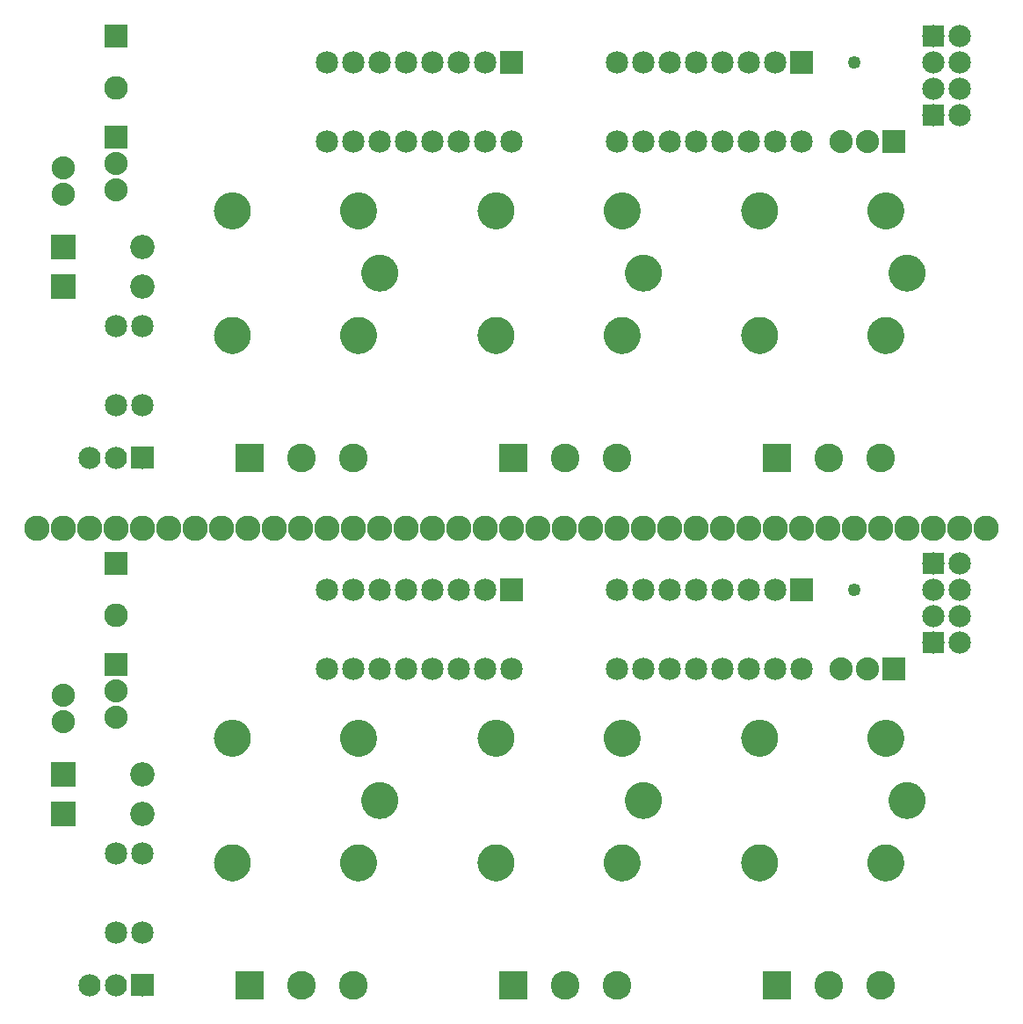
<source format=gbs>
G04 MADE WITH FRITZING*
G04 WWW.FRITZING.ORG*
G04 DOUBLE SIDED*
G04 HOLES PLATED*
G04 CONTOUR ON CENTER OF CONTOUR VECTOR*
%ASAXBY*%
%FSLAX23Y23*%
%MOIN*%
%OFA0B0*%
%SFA1.0B1.0*%
%ADD10C,0.084472*%
%ADD11C,0.085000*%
%ADD12C,0.109055*%
%ADD13C,0.090000*%
%ADD14C,0.084000*%
%ADD15C,0.092000*%
%ADD16C,0.088000*%
%ADD17C,0.049370*%
%ADD18C,0.096614*%
%ADD19R,0.084108X0.084472*%
%ADD20R,0.085000X0.085000*%
%ADD21R,0.109055X0.109055*%
%ADD22R,0.090000X0.090000*%
%ADD23R,0.092000X0.092000*%
%ADD24R,0.088000X0.088000*%
%ADD25R,0.001000X0.001000*%
%LNMASK0*%
G90*
G70*
G54D10*
X3455Y3506D03*
X3555Y3506D03*
X3455Y3606D03*
X3555Y3606D03*
X3455Y3707D03*
X3555Y3707D03*
X3455Y3808D03*
X3555Y3808D03*
X3455Y1506D03*
X3555Y1506D03*
X3455Y1606D03*
X3555Y1606D03*
X3455Y1707D03*
X3555Y1707D03*
X3455Y1808D03*
X3555Y1808D03*
G54D11*
X2955Y1707D03*
X2955Y1407D03*
X2855Y1707D03*
X2855Y1407D03*
X2755Y1707D03*
X2755Y1407D03*
X2655Y1707D03*
X2655Y1407D03*
X2555Y1707D03*
X2555Y1407D03*
X2455Y1707D03*
X2455Y1407D03*
X2355Y1707D03*
X2355Y1407D03*
X2255Y1707D03*
X2255Y1407D03*
X2955Y3707D03*
X2955Y3407D03*
X2855Y3707D03*
X2855Y3407D03*
X2755Y3707D03*
X2755Y3407D03*
X2655Y3707D03*
X2655Y3407D03*
X2555Y3707D03*
X2555Y3407D03*
X2455Y3707D03*
X2455Y3407D03*
X2355Y3707D03*
X2355Y3407D03*
X2255Y3707D03*
X2255Y3407D03*
X1855Y1707D03*
X1855Y1407D03*
X1755Y1707D03*
X1755Y1407D03*
X1655Y1707D03*
X1655Y1407D03*
X1555Y1707D03*
X1555Y1407D03*
X1455Y1707D03*
X1455Y1407D03*
X1355Y1707D03*
X1355Y1407D03*
X1255Y1707D03*
X1255Y1407D03*
X1155Y1707D03*
X1155Y1407D03*
X1855Y3707D03*
X1855Y3407D03*
X1755Y3707D03*
X1755Y3407D03*
X1655Y3707D03*
X1655Y3407D03*
X1555Y3707D03*
X1555Y3407D03*
X1455Y3707D03*
X1455Y3407D03*
X1355Y3707D03*
X1355Y3407D03*
X1255Y3707D03*
X1255Y3407D03*
X1155Y3707D03*
X1155Y3407D03*
G54D12*
X2862Y207D03*
X3059Y207D03*
X3255Y207D03*
X1862Y207D03*
X2059Y207D03*
X2255Y207D03*
X862Y207D03*
X1059Y207D03*
X1255Y207D03*
X1862Y2207D03*
X2059Y2207D03*
X2255Y2207D03*
X862Y2207D03*
X1059Y2207D03*
X1255Y2207D03*
X2862Y2207D03*
X3059Y2207D03*
X3255Y2207D03*
G54D13*
X355Y1807D03*
X355Y1610D03*
X355Y3807D03*
X355Y3610D03*
G54D14*
X455Y2207D03*
X355Y2207D03*
X255Y2207D03*
X455Y207D03*
X355Y207D03*
X255Y207D03*
G54D11*
X355Y707D03*
X355Y407D03*
X455Y707D03*
X455Y407D03*
X455Y2707D03*
X455Y2407D03*
X355Y2707D03*
X355Y2407D03*
G54D15*
X155Y1007D03*
X453Y1007D03*
X155Y855D03*
X453Y855D03*
X155Y2855D03*
X453Y2855D03*
X155Y3007D03*
X453Y3007D03*
G54D16*
X355Y1422D03*
X355Y1322D03*
X355Y1222D03*
X355Y3422D03*
X355Y3322D03*
X355Y3222D03*
X155Y1307D03*
X155Y1207D03*
X155Y3307D03*
X155Y3207D03*
X3305Y3407D03*
X3205Y3407D03*
X3105Y3407D03*
X3305Y1407D03*
X3205Y1407D03*
X3105Y1407D03*
G54D17*
X3155Y3707D03*
X3155Y1707D03*
G54D18*
X255Y1940D03*
X155Y1940D03*
X355Y1940D03*
X455Y1940D03*
X555Y1940D03*
X655Y1940D03*
X755Y1940D03*
X855Y1940D03*
X955Y1940D03*
X1055Y1940D03*
X1155Y1940D03*
X1255Y1940D03*
X1355Y1940D03*
X1455Y1940D03*
X1555Y1940D03*
X1655Y1940D03*
X1755Y1940D03*
X1855Y1940D03*
X2055Y1940D03*
X1955Y1940D03*
X2155Y1940D03*
X2255Y1940D03*
X2355Y1940D03*
X2455Y1940D03*
X2555Y1940D03*
X2655Y1940D03*
X2755Y1940D03*
X2855Y1940D03*
X2955Y1940D03*
X3055Y1940D03*
X3255Y1940D03*
X3555Y1940D03*
X3455Y1940D03*
X3655Y1940D03*
X3355Y1940D03*
X3155Y1940D03*
X55Y1940D03*
G54D19*
X3455Y3506D03*
X3455Y3808D03*
X3455Y1506D03*
X3455Y1808D03*
G54D20*
X2955Y1707D03*
X2955Y3707D03*
X1855Y1707D03*
X1855Y3707D03*
G54D21*
X2862Y207D03*
X1862Y207D03*
X862Y207D03*
X1862Y2207D03*
X862Y2207D03*
X2862Y2207D03*
G54D22*
X355Y1807D03*
X355Y3807D03*
G54D23*
X154Y1007D03*
X154Y855D03*
X154Y2855D03*
X154Y3007D03*
G54D24*
X355Y1422D03*
X355Y3422D03*
X3305Y3407D03*
X3305Y1407D03*
G54D25*
X788Y3213D02*
X804Y3213D01*
X1266Y3213D02*
X1282Y3213D01*
X1788Y3213D02*
X1804Y3213D01*
X2266Y3213D02*
X2282Y3213D01*
X2788Y3213D02*
X2804Y3213D01*
X3266Y3213D02*
X3282Y3213D01*
X782Y3212D02*
X810Y3212D01*
X1260Y3212D02*
X1288Y3212D01*
X1782Y3212D02*
X1810Y3212D01*
X2260Y3212D02*
X2288Y3212D01*
X2782Y3212D02*
X2810Y3212D01*
X3260Y3212D02*
X3288Y3212D01*
X778Y3211D02*
X814Y3211D01*
X1256Y3211D02*
X1292Y3211D01*
X1778Y3211D02*
X1814Y3211D01*
X2256Y3211D02*
X2292Y3211D01*
X2778Y3211D02*
X2814Y3211D01*
X3256Y3211D02*
X3292Y3211D01*
X774Y3210D02*
X817Y3210D01*
X1253Y3210D02*
X1296Y3210D01*
X1774Y3210D02*
X1817Y3210D01*
X2252Y3210D02*
X2296Y3210D01*
X2774Y3210D02*
X2817Y3210D01*
X3252Y3210D02*
X3296Y3210D01*
X771Y3209D02*
X820Y3209D01*
X1250Y3209D02*
X1298Y3209D01*
X1771Y3209D02*
X1820Y3209D01*
X2250Y3209D02*
X2298Y3209D01*
X2771Y3209D02*
X2820Y3209D01*
X3250Y3209D02*
X3298Y3209D01*
X769Y3208D02*
X823Y3208D01*
X1247Y3208D02*
X1301Y3208D01*
X1769Y3208D02*
X1823Y3208D01*
X2247Y3208D02*
X2301Y3208D01*
X2769Y3208D02*
X2823Y3208D01*
X3247Y3208D02*
X3301Y3208D01*
X767Y3207D02*
X825Y3207D01*
X1245Y3207D02*
X1303Y3207D01*
X1767Y3207D02*
X1825Y3207D01*
X2245Y3207D02*
X2303Y3207D01*
X2767Y3207D02*
X2825Y3207D01*
X3245Y3207D02*
X3303Y3207D01*
X765Y3206D02*
X827Y3206D01*
X1243Y3206D02*
X1305Y3206D01*
X1765Y3206D02*
X1827Y3206D01*
X2243Y3206D02*
X2305Y3206D01*
X2765Y3206D02*
X2827Y3206D01*
X3243Y3206D02*
X3305Y3206D01*
X763Y3205D02*
X829Y3205D01*
X1241Y3205D02*
X1307Y3205D01*
X1763Y3205D02*
X1829Y3205D01*
X2241Y3205D02*
X2307Y3205D01*
X2763Y3205D02*
X2829Y3205D01*
X3241Y3205D02*
X3307Y3205D01*
X761Y3204D02*
X830Y3204D01*
X1239Y3204D02*
X1309Y3204D01*
X1761Y3204D02*
X1830Y3204D01*
X2239Y3204D02*
X2309Y3204D01*
X2761Y3204D02*
X2830Y3204D01*
X3239Y3204D02*
X3309Y3204D01*
X759Y3203D02*
X832Y3203D01*
X1238Y3203D02*
X1310Y3203D01*
X1759Y3203D02*
X1832Y3203D01*
X2238Y3203D02*
X2310Y3203D01*
X2759Y3203D02*
X2832Y3203D01*
X3238Y3203D02*
X3310Y3203D01*
X758Y3202D02*
X834Y3202D01*
X1236Y3202D02*
X1312Y3202D01*
X1758Y3202D02*
X1834Y3202D01*
X2236Y3202D02*
X2312Y3202D01*
X2758Y3202D02*
X2834Y3202D01*
X3236Y3202D02*
X3312Y3202D01*
X756Y3201D02*
X835Y3201D01*
X1235Y3201D02*
X1313Y3201D01*
X1756Y3201D02*
X1835Y3201D01*
X2235Y3201D02*
X2313Y3201D01*
X2756Y3201D02*
X2835Y3201D01*
X3235Y3201D02*
X3313Y3201D01*
X755Y3200D02*
X837Y3200D01*
X1233Y3200D02*
X1315Y3200D01*
X1755Y3200D02*
X1836Y3200D01*
X2233Y3200D02*
X2315Y3200D01*
X2755Y3200D02*
X2836Y3200D01*
X3233Y3200D02*
X3315Y3200D01*
X754Y3199D02*
X838Y3199D01*
X1232Y3199D02*
X1316Y3199D01*
X1754Y3199D02*
X1838Y3199D01*
X2232Y3199D02*
X2316Y3199D01*
X2754Y3199D02*
X2838Y3199D01*
X3232Y3199D02*
X3316Y3199D01*
X752Y3198D02*
X839Y3198D01*
X1231Y3198D02*
X1318Y3198D01*
X1752Y3198D02*
X1839Y3198D01*
X2231Y3198D02*
X2317Y3198D01*
X2752Y3198D02*
X2839Y3198D01*
X3231Y3198D02*
X3317Y3198D01*
X751Y3197D02*
X840Y3197D01*
X1229Y3197D02*
X1319Y3197D01*
X1751Y3197D02*
X1840Y3197D01*
X2229Y3197D02*
X2319Y3197D01*
X2751Y3197D02*
X2840Y3197D01*
X3229Y3197D02*
X3319Y3197D01*
X750Y3196D02*
X842Y3196D01*
X1228Y3196D02*
X1320Y3196D01*
X1750Y3196D02*
X1842Y3196D01*
X2228Y3196D02*
X2320Y3196D01*
X2750Y3196D02*
X2841Y3196D01*
X3228Y3196D02*
X3320Y3196D01*
X749Y3195D02*
X843Y3195D01*
X1227Y3195D02*
X1321Y3195D01*
X1749Y3195D02*
X1843Y3195D01*
X2227Y3195D02*
X2321Y3195D01*
X2749Y3195D02*
X2843Y3195D01*
X3227Y3195D02*
X3321Y3195D01*
X748Y3194D02*
X844Y3194D01*
X1226Y3194D02*
X1322Y3194D01*
X1748Y3194D02*
X1844Y3194D01*
X2226Y3194D02*
X2322Y3194D01*
X2748Y3194D02*
X2844Y3194D01*
X3226Y3194D02*
X3322Y3194D01*
X747Y3193D02*
X845Y3193D01*
X1225Y3193D02*
X1323Y3193D01*
X1747Y3193D02*
X1845Y3193D01*
X2225Y3193D02*
X2323Y3193D01*
X2747Y3193D02*
X2845Y3193D01*
X3225Y3193D02*
X3323Y3193D01*
X746Y3192D02*
X846Y3192D01*
X1224Y3192D02*
X1324Y3192D01*
X1746Y3192D02*
X1846Y3192D01*
X2224Y3192D02*
X2324Y3192D01*
X2746Y3192D02*
X2846Y3192D01*
X3224Y3192D02*
X3324Y3192D01*
X745Y3191D02*
X847Y3191D01*
X1223Y3191D02*
X1325Y3191D01*
X1745Y3191D02*
X1847Y3191D01*
X2223Y3191D02*
X2325Y3191D01*
X2745Y3191D02*
X2847Y3191D01*
X3223Y3191D02*
X3325Y3191D01*
X744Y3190D02*
X848Y3190D01*
X1222Y3190D02*
X1326Y3190D01*
X1744Y3190D02*
X1848Y3190D01*
X2222Y3190D02*
X2326Y3190D01*
X2744Y3190D02*
X2847Y3190D01*
X3222Y3190D02*
X3326Y3190D01*
X743Y3189D02*
X848Y3189D01*
X1221Y3189D02*
X1327Y3189D01*
X1743Y3189D02*
X1848Y3189D01*
X2221Y3189D02*
X2327Y3189D01*
X2743Y3189D02*
X2848Y3189D01*
X3221Y3189D02*
X3327Y3189D01*
X742Y3188D02*
X849Y3188D01*
X1221Y3188D02*
X1328Y3188D01*
X1742Y3188D02*
X1849Y3188D01*
X2221Y3188D02*
X2328Y3188D01*
X2742Y3188D02*
X2849Y3188D01*
X3220Y3188D02*
X3328Y3188D01*
X741Y3187D02*
X850Y3187D01*
X1220Y3187D02*
X1328Y3187D01*
X1741Y3187D02*
X1850Y3187D01*
X2220Y3187D02*
X2328Y3187D01*
X2741Y3187D02*
X2850Y3187D01*
X3220Y3187D02*
X3328Y3187D01*
X741Y3186D02*
X851Y3186D01*
X1219Y3186D02*
X1329Y3186D01*
X1741Y3186D02*
X1851Y3186D01*
X2219Y3186D02*
X2329Y3186D01*
X2741Y3186D02*
X2851Y3186D01*
X3219Y3186D02*
X3329Y3186D01*
X740Y3185D02*
X852Y3185D01*
X1218Y3185D02*
X1330Y3185D01*
X1740Y3185D02*
X1851Y3185D01*
X2218Y3185D02*
X2330Y3185D01*
X2740Y3185D02*
X2851Y3185D01*
X3218Y3185D02*
X3330Y3185D01*
X739Y3184D02*
X852Y3184D01*
X1218Y3184D02*
X1331Y3184D01*
X1739Y3184D02*
X1852Y3184D01*
X2218Y3184D02*
X2331Y3184D01*
X2739Y3184D02*
X2852Y3184D01*
X3218Y3184D02*
X3330Y3184D01*
X739Y3183D02*
X853Y3183D01*
X1217Y3183D02*
X1331Y3183D01*
X1739Y3183D02*
X1853Y3183D01*
X2217Y3183D02*
X2331Y3183D01*
X2738Y3183D02*
X2853Y3183D01*
X3217Y3183D02*
X3331Y3183D01*
X738Y3182D02*
X854Y3182D01*
X1216Y3182D02*
X1332Y3182D01*
X1738Y3182D02*
X1854Y3182D01*
X2216Y3182D02*
X2332Y3182D01*
X2738Y3182D02*
X2854Y3182D01*
X3216Y3182D02*
X3332Y3182D01*
X737Y3181D02*
X854Y3181D01*
X1216Y3181D02*
X1333Y3181D01*
X1737Y3181D02*
X1854Y3181D01*
X2216Y3181D02*
X2333Y3181D01*
X2737Y3181D02*
X2854Y3181D01*
X3216Y3181D02*
X3332Y3181D01*
X737Y3180D02*
X855Y3180D01*
X1215Y3180D02*
X1333Y3180D01*
X1737Y3180D02*
X1855Y3180D01*
X2215Y3180D02*
X2333Y3180D01*
X2737Y3180D02*
X2855Y3180D01*
X3215Y3180D02*
X3333Y3180D01*
X736Y3179D02*
X855Y3179D01*
X1214Y3179D02*
X1334Y3179D01*
X1736Y3179D02*
X1855Y3179D01*
X2214Y3179D02*
X2334Y3179D01*
X2736Y3179D02*
X2855Y3179D01*
X3214Y3179D02*
X3334Y3179D01*
X735Y3178D02*
X856Y3178D01*
X1214Y3178D02*
X1334Y3178D01*
X1735Y3178D02*
X1856Y3178D01*
X2214Y3178D02*
X2334Y3178D01*
X2735Y3178D02*
X2856Y3178D01*
X3214Y3178D02*
X3334Y3178D01*
X735Y3177D02*
X857Y3177D01*
X1213Y3177D02*
X1335Y3177D01*
X1735Y3177D02*
X1857Y3177D01*
X2213Y3177D02*
X2335Y3177D01*
X2735Y3177D02*
X2857Y3177D01*
X3213Y3177D02*
X3335Y3177D01*
X734Y3176D02*
X857Y3176D01*
X1213Y3176D02*
X1336Y3176D01*
X1734Y3176D02*
X1857Y3176D01*
X2213Y3176D02*
X2335Y3176D01*
X2734Y3176D02*
X2857Y3176D01*
X3213Y3176D02*
X3335Y3176D01*
X734Y3175D02*
X858Y3175D01*
X1212Y3175D02*
X1336Y3175D01*
X1734Y3175D02*
X1858Y3175D01*
X2212Y3175D02*
X2336Y3175D01*
X2734Y3175D02*
X2858Y3175D01*
X3212Y3175D02*
X3336Y3175D01*
X733Y3174D02*
X858Y3174D01*
X1212Y3174D02*
X1337Y3174D01*
X1733Y3174D02*
X1858Y3174D01*
X2212Y3174D02*
X2336Y3174D01*
X2733Y3174D02*
X2858Y3174D01*
X3212Y3174D02*
X3336Y3174D01*
X733Y3173D02*
X859Y3173D01*
X1211Y3173D02*
X1337Y3173D01*
X1733Y3173D02*
X1859Y3173D01*
X2211Y3173D02*
X2337Y3173D01*
X2733Y3173D02*
X2859Y3173D01*
X3211Y3173D02*
X3337Y3173D01*
X732Y3172D02*
X859Y3172D01*
X1211Y3172D02*
X1338Y3172D01*
X1732Y3172D02*
X1859Y3172D01*
X2211Y3172D02*
X2337Y3172D01*
X2732Y3172D02*
X2859Y3172D01*
X3211Y3172D02*
X3337Y3172D01*
X732Y3171D02*
X860Y3171D01*
X1210Y3171D02*
X1338Y3171D01*
X1732Y3171D02*
X1860Y3171D01*
X2210Y3171D02*
X2338Y3171D01*
X2732Y3171D02*
X2860Y3171D01*
X3210Y3171D02*
X3338Y3171D01*
X731Y3170D02*
X860Y3170D01*
X1210Y3170D02*
X1338Y3170D01*
X1731Y3170D02*
X1860Y3170D01*
X2210Y3170D02*
X2338Y3170D01*
X2731Y3170D02*
X2860Y3170D01*
X3210Y3170D02*
X3338Y3170D01*
X731Y3169D02*
X860Y3169D01*
X1209Y3169D02*
X1339Y3169D01*
X1731Y3169D02*
X1860Y3169D01*
X2209Y3169D02*
X2339Y3169D01*
X2731Y3169D02*
X2860Y3169D01*
X3209Y3169D02*
X3339Y3169D01*
X731Y3168D02*
X861Y3168D01*
X1209Y3168D02*
X1339Y3168D01*
X1731Y3168D02*
X1861Y3168D01*
X2209Y3168D02*
X2339Y3168D01*
X2731Y3168D02*
X2861Y3168D01*
X3209Y3168D02*
X3339Y3168D01*
X730Y3167D02*
X861Y3167D01*
X1209Y3167D02*
X1339Y3167D01*
X1730Y3167D02*
X1861Y3167D01*
X2209Y3167D02*
X2339Y3167D01*
X2730Y3167D02*
X2861Y3167D01*
X3209Y3167D02*
X3339Y3167D01*
X730Y3166D02*
X861Y3166D01*
X1208Y3166D02*
X1340Y3166D01*
X1730Y3166D02*
X1861Y3166D01*
X2208Y3166D02*
X2340Y3166D01*
X2730Y3166D02*
X2861Y3166D01*
X3208Y3166D02*
X3340Y3166D01*
X730Y3165D02*
X862Y3165D01*
X1208Y3165D02*
X1340Y3165D01*
X1730Y3165D02*
X1862Y3165D01*
X2208Y3165D02*
X2340Y3165D01*
X2730Y3165D02*
X2862Y3165D01*
X3208Y3165D02*
X3340Y3165D01*
X729Y3164D02*
X862Y3164D01*
X1208Y3164D02*
X1340Y3164D01*
X1729Y3164D02*
X1862Y3164D01*
X2208Y3164D02*
X2340Y3164D01*
X2729Y3164D02*
X2862Y3164D01*
X3208Y3164D02*
X3340Y3164D01*
X729Y3163D02*
X862Y3163D01*
X1207Y3163D02*
X1341Y3163D01*
X1729Y3163D02*
X1862Y3163D01*
X2207Y3163D02*
X2341Y3163D01*
X2729Y3163D02*
X2862Y3163D01*
X3207Y3163D02*
X3341Y3163D01*
X729Y3162D02*
X863Y3162D01*
X1207Y3162D02*
X1341Y3162D01*
X1729Y3162D02*
X1863Y3162D01*
X2207Y3162D02*
X2341Y3162D01*
X2729Y3162D02*
X2863Y3162D01*
X3207Y3162D02*
X3341Y3162D01*
X729Y3161D02*
X863Y3161D01*
X1207Y3161D02*
X1341Y3161D01*
X1729Y3161D02*
X1863Y3161D01*
X2207Y3161D02*
X2341Y3161D01*
X2729Y3161D02*
X2863Y3161D01*
X3207Y3161D02*
X3341Y3161D01*
X728Y3160D02*
X863Y3160D01*
X1207Y3160D02*
X1341Y3160D01*
X1728Y3160D02*
X1863Y3160D01*
X2207Y3160D02*
X2341Y3160D01*
X2728Y3160D02*
X2863Y3160D01*
X3207Y3160D02*
X3341Y3160D01*
X728Y3159D02*
X863Y3159D01*
X1206Y3159D02*
X1342Y3159D01*
X1728Y3159D02*
X1863Y3159D01*
X2206Y3159D02*
X2342Y3159D01*
X2728Y3159D02*
X2863Y3159D01*
X3206Y3159D02*
X3342Y3159D01*
X728Y3158D02*
X864Y3158D01*
X1206Y3158D02*
X1342Y3158D01*
X1728Y3158D02*
X1864Y3158D01*
X2206Y3158D02*
X2342Y3158D01*
X2728Y3158D02*
X2864Y3158D01*
X3206Y3158D02*
X3342Y3158D01*
X728Y3157D02*
X864Y3157D01*
X1206Y3157D02*
X1342Y3157D01*
X1728Y3157D02*
X1864Y3157D01*
X2206Y3157D02*
X2342Y3157D01*
X2728Y3157D02*
X2864Y3157D01*
X3206Y3157D02*
X3342Y3157D01*
X728Y3156D02*
X864Y3156D01*
X1206Y3156D02*
X1342Y3156D01*
X1728Y3156D02*
X1864Y3156D01*
X2206Y3156D02*
X2342Y3156D01*
X2728Y3156D02*
X2864Y3156D01*
X3206Y3156D02*
X3342Y3156D01*
X727Y3155D02*
X864Y3155D01*
X1206Y3155D02*
X1342Y3155D01*
X1727Y3155D02*
X1864Y3155D01*
X2206Y3155D02*
X2342Y3155D01*
X2727Y3155D02*
X2864Y3155D01*
X3206Y3155D02*
X3342Y3155D01*
X727Y3154D02*
X864Y3154D01*
X1206Y3154D02*
X1343Y3154D01*
X1727Y3154D02*
X1864Y3154D01*
X2206Y3154D02*
X2343Y3154D01*
X2727Y3154D02*
X2864Y3154D01*
X3205Y3154D02*
X3343Y3154D01*
X727Y3153D02*
X864Y3153D01*
X1205Y3153D02*
X1343Y3153D01*
X1727Y3153D02*
X1864Y3153D01*
X2205Y3153D02*
X2343Y3153D01*
X2727Y3153D02*
X2864Y3153D01*
X3205Y3153D02*
X3343Y3153D01*
X727Y3152D02*
X865Y3152D01*
X1205Y3152D02*
X1343Y3152D01*
X1727Y3152D02*
X1865Y3152D01*
X2205Y3152D02*
X2343Y3152D01*
X2727Y3152D02*
X2865Y3152D01*
X3205Y3152D02*
X3343Y3152D01*
X727Y3151D02*
X865Y3151D01*
X1205Y3151D02*
X1343Y3151D01*
X1727Y3151D02*
X1865Y3151D01*
X2205Y3151D02*
X2343Y3151D01*
X2727Y3151D02*
X2865Y3151D01*
X3205Y3151D02*
X3343Y3151D01*
X727Y3150D02*
X865Y3150D01*
X1205Y3150D02*
X1343Y3150D01*
X1727Y3150D02*
X1865Y3150D01*
X2205Y3150D02*
X2343Y3150D01*
X2727Y3150D02*
X2865Y3150D01*
X3205Y3150D02*
X3343Y3150D01*
X727Y3149D02*
X865Y3149D01*
X1205Y3149D02*
X1343Y3149D01*
X1727Y3149D02*
X1865Y3149D01*
X2205Y3149D02*
X2343Y3149D01*
X2727Y3149D02*
X2865Y3149D01*
X3205Y3149D02*
X3343Y3149D01*
X727Y3148D02*
X865Y3148D01*
X1205Y3148D02*
X1343Y3148D01*
X1727Y3148D02*
X1865Y3148D01*
X2205Y3148D02*
X2343Y3148D01*
X2726Y3148D02*
X2865Y3148D01*
X3205Y3148D02*
X3343Y3148D01*
X727Y3147D02*
X865Y3147D01*
X1205Y3147D02*
X1343Y3147D01*
X1726Y3147D02*
X1865Y3147D01*
X2205Y3147D02*
X2343Y3147D01*
X2726Y3147D02*
X2865Y3147D01*
X3205Y3147D02*
X3343Y3147D01*
X726Y3146D02*
X865Y3146D01*
X1205Y3146D02*
X1343Y3146D01*
X1726Y3146D02*
X1865Y3146D01*
X2205Y3146D02*
X2343Y3146D01*
X2726Y3146D02*
X2865Y3146D01*
X3205Y3146D02*
X3343Y3146D01*
X726Y3145D02*
X865Y3145D01*
X1205Y3145D02*
X1343Y3145D01*
X1726Y3145D02*
X1865Y3145D01*
X2205Y3145D02*
X2343Y3145D01*
X2726Y3145D02*
X2865Y3145D01*
X3205Y3145D02*
X3343Y3145D01*
X726Y3144D02*
X865Y3144D01*
X1205Y3144D02*
X1344Y3144D01*
X1726Y3144D02*
X1865Y3144D01*
X2205Y3144D02*
X2343Y3144D01*
X2726Y3144D02*
X2865Y3144D01*
X3205Y3144D02*
X3343Y3144D01*
X726Y3143D02*
X865Y3143D01*
X1205Y3143D02*
X1343Y3143D01*
X1726Y3143D02*
X1865Y3143D01*
X2205Y3143D02*
X2343Y3143D01*
X2726Y3143D02*
X2865Y3143D01*
X3205Y3143D02*
X3343Y3143D01*
X726Y3142D02*
X865Y3142D01*
X1205Y3142D02*
X1343Y3142D01*
X1726Y3142D02*
X1865Y3142D01*
X2205Y3142D02*
X2343Y3142D01*
X2726Y3142D02*
X2865Y3142D01*
X3205Y3142D02*
X3343Y3142D01*
X726Y3141D02*
X865Y3141D01*
X1205Y3141D02*
X1343Y3141D01*
X1726Y3141D02*
X1865Y3141D01*
X2205Y3141D02*
X2343Y3141D01*
X2726Y3141D02*
X2865Y3141D01*
X3205Y3141D02*
X3343Y3141D01*
X727Y3140D02*
X865Y3140D01*
X1205Y3140D02*
X1343Y3140D01*
X1726Y3140D02*
X1865Y3140D01*
X2205Y3140D02*
X2343Y3140D01*
X2726Y3140D02*
X2865Y3140D01*
X3205Y3140D02*
X3343Y3140D01*
X727Y3139D02*
X865Y3139D01*
X1205Y3139D02*
X1343Y3139D01*
X1727Y3139D02*
X1865Y3139D01*
X2205Y3139D02*
X2343Y3139D01*
X2727Y3139D02*
X2865Y3139D01*
X3205Y3139D02*
X3343Y3139D01*
X727Y3138D02*
X865Y3138D01*
X1205Y3138D02*
X1343Y3138D01*
X1727Y3138D02*
X1865Y3138D01*
X2205Y3138D02*
X2343Y3138D01*
X2727Y3138D02*
X2865Y3138D01*
X3205Y3138D02*
X3343Y3138D01*
X727Y3137D02*
X865Y3137D01*
X1205Y3137D02*
X1343Y3137D01*
X1727Y3137D02*
X1865Y3137D01*
X2205Y3137D02*
X2343Y3137D01*
X2727Y3137D02*
X2865Y3137D01*
X3205Y3137D02*
X3343Y3137D01*
X727Y3136D02*
X865Y3136D01*
X1205Y3136D02*
X1343Y3136D01*
X1727Y3136D02*
X1865Y3136D01*
X2205Y3136D02*
X2343Y3136D01*
X2727Y3136D02*
X2865Y3136D01*
X3205Y3136D02*
X3343Y3136D01*
X727Y3135D02*
X865Y3135D01*
X1205Y3135D02*
X1343Y3135D01*
X1727Y3135D02*
X1864Y3135D01*
X2205Y3135D02*
X2343Y3135D01*
X2727Y3135D02*
X2864Y3135D01*
X3205Y3135D02*
X3343Y3135D01*
X727Y3134D02*
X864Y3134D01*
X1205Y3134D02*
X1343Y3134D01*
X1727Y3134D02*
X1864Y3134D01*
X2205Y3134D02*
X2343Y3134D01*
X2727Y3134D02*
X2864Y3134D01*
X3205Y3134D02*
X3343Y3134D01*
X727Y3133D02*
X864Y3133D01*
X1206Y3133D02*
X1343Y3133D01*
X1727Y3133D02*
X1864Y3133D01*
X2206Y3133D02*
X2342Y3133D01*
X2727Y3133D02*
X2864Y3133D01*
X3206Y3133D02*
X3342Y3133D01*
X727Y3132D02*
X864Y3132D01*
X1206Y3132D02*
X1342Y3132D01*
X1727Y3132D02*
X1864Y3132D01*
X2206Y3132D02*
X2342Y3132D01*
X2727Y3132D02*
X2864Y3132D01*
X3206Y3132D02*
X3342Y3132D01*
X728Y3131D02*
X864Y3131D01*
X1206Y3131D02*
X1342Y3131D01*
X1728Y3131D02*
X1864Y3131D01*
X2206Y3131D02*
X2342Y3131D01*
X2728Y3131D02*
X2864Y3131D01*
X3206Y3131D02*
X3342Y3131D01*
X728Y3130D02*
X864Y3130D01*
X1206Y3130D02*
X1342Y3130D01*
X1728Y3130D02*
X1864Y3130D01*
X2206Y3130D02*
X2342Y3130D01*
X2728Y3130D02*
X2864Y3130D01*
X3206Y3130D02*
X3342Y3130D01*
X728Y3129D02*
X864Y3129D01*
X1206Y3129D02*
X1342Y3129D01*
X1728Y3129D02*
X1863Y3129D01*
X2206Y3129D02*
X2342Y3129D01*
X2728Y3129D02*
X2863Y3129D01*
X3206Y3129D02*
X3342Y3129D01*
X728Y3128D02*
X863Y3128D01*
X1207Y3128D02*
X1342Y3128D01*
X1728Y3128D02*
X1863Y3128D01*
X2207Y3128D02*
X2342Y3128D01*
X2728Y3128D02*
X2863Y3128D01*
X3207Y3128D02*
X3342Y3128D01*
X729Y3127D02*
X863Y3127D01*
X1207Y3127D02*
X1341Y3127D01*
X1728Y3127D02*
X1863Y3127D01*
X2207Y3127D02*
X2341Y3127D01*
X2728Y3127D02*
X2863Y3127D01*
X3207Y3127D02*
X3341Y3127D01*
X729Y3126D02*
X863Y3126D01*
X1207Y3126D02*
X1341Y3126D01*
X1729Y3126D02*
X1863Y3126D01*
X2207Y3126D02*
X2341Y3126D01*
X2729Y3126D02*
X2863Y3126D01*
X3207Y3126D02*
X3341Y3126D01*
X729Y3125D02*
X863Y3125D01*
X1207Y3125D02*
X1341Y3125D01*
X1729Y3125D02*
X1862Y3125D01*
X2207Y3125D02*
X2341Y3125D01*
X2729Y3125D02*
X2862Y3125D01*
X3207Y3125D02*
X3341Y3125D01*
X729Y3124D02*
X862Y3124D01*
X1208Y3124D02*
X1341Y3124D01*
X1729Y3124D02*
X1862Y3124D01*
X2208Y3124D02*
X2341Y3124D01*
X2729Y3124D02*
X2862Y3124D01*
X3208Y3124D02*
X3340Y3124D01*
X730Y3123D02*
X862Y3123D01*
X1208Y3123D02*
X1340Y3123D01*
X1729Y3123D02*
X1862Y3123D01*
X2208Y3123D02*
X2340Y3123D01*
X2729Y3123D02*
X2862Y3123D01*
X3208Y3123D02*
X3340Y3123D01*
X730Y3122D02*
X862Y3122D01*
X1208Y3122D02*
X1340Y3122D01*
X1730Y3122D02*
X1862Y3122D01*
X2208Y3122D02*
X2340Y3122D01*
X2730Y3122D02*
X2862Y3122D01*
X3208Y3122D02*
X3340Y3122D01*
X730Y3121D02*
X861Y3121D01*
X1209Y3121D02*
X1340Y3121D01*
X1730Y3121D02*
X1861Y3121D01*
X2208Y3121D02*
X2340Y3121D01*
X2730Y3121D02*
X2861Y3121D01*
X3208Y3121D02*
X3340Y3121D01*
X731Y3120D02*
X861Y3120D01*
X1209Y3120D02*
X1339Y3120D01*
X1731Y3120D02*
X1861Y3120D01*
X2209Y3120D02*
X2339Y3120D01*
X2730Y3120D02*
X2861Y3120D01*
X3209Y3120D02*
X3339Y3120D01*
X731Y3119D02*
X861Y3119D01*
X1209Y3119D02*
X1339Y3119D01*
X1731Y3119D02*
X1861Y3119D01*
X2209Y3119D02*
X2339Y3119D01*
X2731Y3119D02*
X2861Y3119D01*
X3209Y3119D02*
X3339Y3119D01*
X731Y3118D02*
X860Y3118D01*
X1210Y3118D02*
X1339Y3118D01*
X1731Y3118D02*
X1860Y3118D01*
X2210Y3118D02*
X2339Y3118D01*
X2731Y3118D02*
X2860Y3118D01*
X3210Y3118D02*
X3338Y3118D01*
X732Y3117D02*
X860Y3117D01*
X1210Y3117D02*
X1338Y3117D01*
X1732Y3117D02*
X1860Y3117D01*
X2210Y3117D02*
X2338Y3117D01*
X2732Y3117D02*
X2860Y3117D01*
X3210Y3117D02*
X3338Y3117D01*
X732Y3116D02*
X859Y3116D01*
X1210Y3116D02*
X1338Y3116D01*
X1732Y3116D02*
X1859Y3116D01*
X2210Y3116D02*
X2338Y3116D01*
X2732Y3116D02*
X2859Y3116D01*
X3210Y3116D02*
X3338Y3116D01*
X733Y3115D02*
X859Y3115D01*
X1211Y3115D02*
X1337Y3115D01*
X1733Y3115D02*
X1859Y3115D01*
X2211Y3115D02*
X2337Y3115D01*
X2732Y3115D02*
X2859Y3115D01*
X3211Y3115D02*
X3337Y3115D01*
X733Y3114D02*
X858Y3114D01*
X1211Y3114D02*
X1337Y3114D01*
X1733Y3114D02*
X1858Y3114D01*
X2211Y3114D02*
X2337Y3114D01*
X2733Y3114D02*
X2858Y3114D01*
X3211Y3114D02*
X3337Y3114D01*
X734Y3113D02*
X858Y3113D01*
X1212Y3113D02*
X1336Y3113D01*
X1733Y3113D02*
X1858Y3113D01*
X2212Y3113D02*
X2336Y3113D01*
X2733Y3113D02*
X2858Y3113D01*
X3212Y3113D02*
X3336Y3113D01*
X734Y3112D02*
X858Y3112D01*
X1212Y3112D02*
X1336Y3112D01*
X1734Y3112D02*
X1857Y3112D01*
X2212Y3112D02*
X2336Y3112D01*
X2734Y3112D02*
X2857Y3112D01*
X3212Y3112D02*
X3336Y3112D01*
X735Y3111D02*
X857Y3111D01*
X1213Y3111D02*
X1335Y3111D01*
X1734Y3111D02*
X1857Y3111D01*
X2213Y3111D02*
X2335Y3111D01*
X2734Y3111D02*
X2857Y3111D01*
X3213Y3111D02*
X3335Y3111D01*
X735Y3110D02*
X856Y3110D01*
X1213Y3110D02*
X1335Y3110D01*
X1735Y3110D02*
X1856Y3110D01*
X2213Y3110D02*
X2335Y3110D01*
X2735Y3110D02*
X2856Y3110D01*
X3213Y3110D02*
X3335Y3110D01*
X736Y3109D02*
X856Y3109D01*
X1214Y3109D02*
X1334Y3109D01*
X1736Y3109D02*
X1856Y3109D01*
X2214Y3109D02*
X2334Y3109D01*
X2736Y3109D02*
X2856Y3109D01*
X3214Y3109D02*
X3334Y3109D01*
X736Y3108D02*
X855Y3108D01*
X1215Y3108D02*
X1334Y3108D01*
X1736Y3108D02*
X1855Y3108D01*
X2215Y3108D02*
X2334Y3108D01*
X2736Y3108D02*
X2855Y3108D01*
X3215Y3108D02*
X3333Y3108D01*
X737Y3107D02*
X855Y3107D01*
X1215Y3107D02*
X1333Y3107D01*
X1737Y3107D02*
X1855Y3107D01*
X2215Y3107D02*
X2333Y3107D01*
X2737Y3107D02*
X2855Y3107D01*
X3215Y3107D02*
X3333Y3107D01*
X738Y3106D02*
X854Y3106D01*
X1216Y3106D02*
X1332Y3106D01*
X1737Y3106D02*
X1854Y3106D01*
X2216Y3106D02*
X2332Y3106D01*
X2737Y3106D02*
X2854Y3106D01*
X3216Y3106D02*
X3332Y3106D01*
X738Y3105D02*
X853Y3105D01*
X1216Y3105D02*
X1332Y3105D01*
X1738Y3105D02*
X1853Y3105D01*
X2216Y3105D02*
X2332Y3105D01*
X2738Y3105D02*
X2853Y3105D01*
X3216Y3105D02*
X3332Y3105D01*
X739Y3104D02*
X853Y3104D01*
X1217Y3104D02*
X1331Y3104D01*
X1739Y3104D02*
X1853Y3104D01*
X2217Y3104D02*
X2331Y3104D01*
X2739Y3104D02*
X2853Y3104D01*
X3217Y3104D02*
X3331Y3104D01*
X740Y3103D02*
X852Y3103D01*
X1218Y3103D02*
X1330Y3103D01*
X1740Y3103D02*
X1852Y3103D01*
X2218Y3103D02*
X2330Y3103D01*
X2739Y3103D02*
X2852Y3103D01*
X3218Y3103D02*
X3330Y3103D01*
X740Y3102D02*
X851Y3102D01*
X1219Y3102D02*
X1330Y3102D01*
X1740Y3102D02*
X1851Y3102D01*
X2219Y3102D02*
X2329Y3102D01*
X2740Y3102D02*
X2851Y3102D01*
X3219Y3102D02*
X3329Y3102D01*
X741Y3101D02*
X850Y3101D01*
X1219Y3101D02*
X1329Y3101D01*
X1741Y3101D02*
X1850Y3101D01*
X2219Y3101D02*
X2329Y3101D01*
X2741Y3101D02*
X2850Y3101D01*
X3219Y3101D02*
X3329Y3101D01*
X742Y3100D02*
X850Y3100D01*
X1220Y3100D02*
X1328Y3100D01*
X1742Y3100D02*
X1850Y3100D01*
X2220Y3100D02*
X2328Y3100D01*
X2742Y3100D02*
X2850Y3100D01*
X3220Y3100D02*
X3328Y3100D01*
X743Y3099D02*
X849Y3099D01*
X1221Y3099D02*
X1327Y3099D01*
X1743Y3099D02*
X1849Y3099D01*
X2221Y3099D02*
X2327Y3099D01*
X2742Y3099D02*
X2849Y3099D01*
X3221Y3099D02*
X3327Y3099D01*
X743Y3098D02*
X848Y3098D01*
X1222Y3098D02*
X1326Y3098D01*
X1743Y3098D02*
X1848Y3098D01*
X2222Y3098D02*
X2326Y3098D01*
X2743Y3098D02*
X2848Y3098D01*
X3222Y3098D02*
X3326Y3098D01*
X744Y3097D02*
X847Y3097D01*
X1223Y3097D02*
X1326Y3097D01*
X1744Y3097D02*
X1847Y3097D01*
X2223Y3097D02*
X2325Y3097D01*
X2744Y3097D02*
X2847Y3097D01*
X3223Y3097D02*
X3325Y3097D01*
X745Y3096D02*
X846Y3096D01*
X1224Y3096D02*
X1325Y3096D01*
X1745Y3096D02*
X1846Y3096D01*
X2224Y3096D02*
X2325Y3096D01*
X2745Y3096D02*
X2846Y3096D01*
X3223Y3096D02*
X3325Y3096D01*
X746Y3095D02*
X845Y3095D01*
X1224Y3095D02*
X1324Y3095D01*
X1746Y3095D02*
X1845Y3095D01*
X2224Y3095D02*
X2324Y3095D01*
X2746Y3095D02*
X2845Y3095D01*
X3224Y3095D02*
X3324Y3095D01*
X747Y3094D02*
X844Y3094D01*
X1225Y3094D02*
X1323Y3094D01*
X1747Y3094D02*
X1844Y3094D01*
X2225Y3094D02*
X2323Y3094D01*
X2747Y3094D02*
X2844Y3094D01*
X3225Y3094D02*
X3323Y3094D01*
X748Y3093D02*
X843Y3093D01*
X1227Y3093D02*
X1322Y3093D01*
X1748Y3093D02*
X1843Y3093D01*
X2226Y3093D02*
X2322Y3093D01*
X2748Y3093D02*
X2843Y3093D01*
X3226Y3093D02*
X3322Y3093D01*
X749Y3092D02*
X842Y3092D01*
X1228Y3092D02*
X1321Y3092D01*
X1749Y3092D02*
X1842Y3092D01*
X2228Y3092D02*
X2321Y3092D01*
X2749Y3092D02*
X2842Y3092D01*
X3228Y3092D02*
X3320Y3092D01*
X750Y3091D02*
X841Y3091D01*
X1229Y3091D02*
X1319Y3091D01*
X1750Y3091D02*
X1841Y3091D01*
X2229Y3091D02*
X2319Y3091D01*
X2750Y3091D02*
X2841Y3091D01*
X3229Y3091D02*
X3319Y3091D01*
X752Y3090D02*
X840Y3090D01*
X1230Y3090D02*
X1318Y3090D01*
X1752Y3090D02*
X1840Y3090D01*
X2230Y3090D02*
X2318Y3090D01*
X2751Y3090D02*
X2840Y3090D01*
X3230Y3090D02*
X3318Y3090D01*
X753Y3089D02*
X839Y3089D01*
X1231Y3089D02*
X1317Y3089D01*
X1753Y3089D02*
X1839Y3089D01*
X2231Y3089D02*
X2317Y3089D01*
X2753Y3089D02*
X2839Y3089D01*
X3231Y3089D02*
X3317Y3089D01*
X754Y3088D02*
X837Y3088D01*
X1233Y3088D02*
X1316Y3088D01*
X1754Y3088D02*
X1837Y3088D01*
X2233Y3088D02*
X2316Y3088D01*
X2754Y3088D02*
X2837Y3088D01*
X3232Y3088D02*
X3316Y3088D01*
X756Y3087D02*
X836Y3087D01*
X1234Y3087D02*
X1314Y3087D01*
X1756Y3087D02*
X1836Y3087D01*
X2234Y3087D02*
X2314Y3087D01*
X2755Y3087D02*
X2836Y3087D01*
X3234Y3087D02*
X3314Y3087D01*
X757Y3086D02*
X835Y3086D01*
X1235Y3086D02*
X1313Y3086D01*
X1757Y3086D02*
X1835Y3086D01*
X2235Y3086D02*
X2313Y3086D01*
X2757Y3086D02*
X2835Y3086D01*
X3235Y3086D02*
X3313Y3086D01*
X759Y3085D02*
X833Y3085D01*
X1237Y3085D02*
X1311Y3085D01*
X1758Y3085D02*
X1833Y3085D01*
X2237Y3085D02*
X2311Y3085D01*
X2758Y3085D02*
X2833Y3085D01*
X3237Y3085D02*
X3311Y3085D01*
X760Y3084D02*
X831Y3084D01*
X1238Y3084D02*
X1310Y3084D01*
X1760Y3084D02*
X1831Y3084D01*
X2238Y3084D02*
X2310Y3084D01*
X2760Y3084D02*
X2831Y3084D01*
X3238Y3084D02*
X3310Y3084D01*
X762Y3083D02*
X830Y3083D01*
X1240Y3083D02*
X1308Y3083D01*
X1762Y3083D02*
X1830Y3083D01*
X2240Y3083D02*
X2308Y3083D01*
X2762Y3083D02*
X2830Y3083D01*
X3240Y3083D02*
X3308Y3083D01*
X763Y3082D02*
X828Y3082D01*
X1242Y3082D02*
X1306Y3082D01*
X1763Y3082D02*
X1828Y3082D01*
X2242Y3082D02*
X2306Y3082D01*
X2763Y3082D02*
X2828Y3082D01*
X3242Y3082D02*
X3306Y3082D01*
X765Y3081D02*
X826Y3081D01*
X1244Y3081D02*
X1304Y3081D01*
X1765Y3081D02*
X1826Y3081D01*
X2244Y3081D02*
X2304Y3081D01*
X2765Y3081D02*
X2826Y3081D01*
X3244Y3081D02*
X3304Y3081D01*
X768Y3080D02*
X824Y3080D01*
X1246Y3080D02*
X1302Y3080D01*
X1767Y3080D02*
X1824Y3080D01*
X2246Y3080D02*
X2302Y3080D01*
X2767Y3080D02*
X2824Y3080D01*
X3246Y3080D02*
X3302Y3080D01*
X770Y3079D02*
X822Y3079D01*
X1248Y3079D02*
X1300Y3079D01*
X1770Y3079D02*
X1822Y3079D01*
X2248Y3079D02*
X2300Y3079D01*
X2770Y3079D02*
X2822Y3079D01*
X3248Y3079D02*
X3300Y3079D01*
X773Y3078D02*
X819Y3078D01*
X1251Y3078D02*
X1297Y3078D01*
X1773Y3078D02*
X1819Y3078D01*
X2251Y3078D02*
X2297Y3078D01*
X2772Y3078D02*
X2819Y3078D01*
X3251Y3078D02*
X3297Y3078D01*
X775Y3077D02*
X816Y3077D01*
X1254Y3077D02*
X1294Y3077D01*
X1775Y3077D02*
X1816Y3077D01*
X2254Y3077D02*
X2294Y3077D01*
X2775Y3077D02*
X2816Y3077D01*
X3254Y3077D02*
X3294Y3077D01*
X779Y3076D02*
X812Y3076D01*
X1258Y3076D02*
X1290Y3076D01*
X1779Y3076D02*
X1812Y3076D01*
X2258Y3076D02*
X2290Y3076D01*
X2779Y3076D02*
X2812Y3076D01*
X3258Y3076D02*
X3290Y3076D01*
X784Y3075D02*
X807Y3075D01*
X1262Y3075D02*
X1286Y3075D01*
X1784Y3075D02*
X1807Y3075D01*
X2262Y3075D02*
X2286Y3075D01*
X2784Y3075D02*
X2807Y3075D01*
X3262Y3075D02*
X3286Y3075D01*
X792Y3074D02*
X799Y3074D01*
X1271Y3074D02*
X1278Y3074D01*
X1792Y3074D02*
X1799Y3074D01*
X2270Y3074D02*
X2278Y3074D01*
X2792Y3074D02*
X2799Y3074D01*
X3270Y3074D02*
X3278Y3074D01*
X1348Y2977D02*
X1362Y2977D01*
X2348Y2977D02*
X2362Y2977D01*
X3348Y2977D02*
X3361Y2977D01*
X1342Y2976D02*
X1368Y2976D01*
X2342Y2976D02*
X2368Y2976D01*
X3342Y2976D02*
X3368Y2976D01*
X1338Y2975D02*
X1372Y2975D01*
X2338Y2975D02*
X2372Y2975D01*
X3337Y2975D02*
X3372Y2975D01*
X1334Y2974D02*
X1376Y2974D01*
X2334Y2974D02*
X2376Y2974D01*
X3334Y2974D02*
X3376Y2974D01*
X1331Y2973D02*
X1379Y2973D01*
X2331Y2973D02*
X2379Y2973D01*
X3331Y2973D02*
X3378Y2973D01*
X1328Y2972D02*
X1381Y2972D01*
X2328Y2972D02*
X2381Y2972D01*
X3328Y2972D02*
X3381Y2972D01*
X1326Y2971D02*
X1383Y2971D01*
X2326Y2971D02*
X2383Y2971D01*
X3326Y2971D02*
X3383Y2971D01*
X1324Y2970D02*
X1386Y2970D01*
X2324Y2970D02*
X2385Y2970D01*
X3324Y2970D02*
X3385Y2970D01*
X1322Y2969D02*
X1388Y2969D01*
X2322Y2969D02*
X2387Y2969D01*
X3322Y2969D02*
X3387Y2969D01*
X1320Y2968D02*
X1389Y2968D01*
X2320Y2968D02*
X2389Y2968D01*
X3320Y2968D02*
X3389Y2968D01*
X1319Y2967D02*
X1391Y2967D01*
X2319Y2967D02*
X2391Y2967D01*
X3319Y2967D02*
X3391Y2967D01*
X1317Y2966D02*
X1392Y2966D01*
X2317Y2966D02*
X2392Y2966D01*
X3317Y2966D02*
X3392Y2966D01*
X1316Y2965D02*
X1394Y2965D01*
X2316Y2965D02*
X2394Y2965D01*
X3316Y2965D02*
X3394Y2965D01*
X1314Y2964D02*
X1395Y2964D01*
X2314Y2964D02*
X2395Y2964D01*
X3314Y2964D02*
X3395Y2964D01*
X1313Y2963D02*
X1397Y2963D01*
X2313Y2963D02*
X2397Y2963D01*
X3313Y2963D02*
X3397Y2963D01*
X1312Y2962D02*
X1398Y2962D01*
X2312Y2962D02*
X2398Y2962D01*
X3312Y2962D02*
X3398Y2962D01*
X1310Y2961D02*
X1399Y2961D01*
X2310Y2961D02*
X2399Y2961D01*
X3310Y2961D02*
X3399Y2961D01*
X1309Y2960D02*
X1400Y2960D01*
X2309Y2960D02*
X2400Y2960D01*
X3309Y2960D02*
X3400Y2960D01*
X1308Y2959D02*
X1401Y2959D01*
X2308Y2959D02*
X2401Y2959D01*
X3308Y2959D02*
X3401Y2959D01*
X1307Y2958D02*
X1403Y2958D01*
X2307Y2958D02*
X2403Y2958D01*
X3307Y2958D02*
X3403Y2958D01*
X1306Y2957D02*
X1404Y2957D01*
X2306Y2957D02*
X2404Y2957D01*
X3306Y2957D02*
X3404Y2957D01*
X1305Y2956D02*
X1405Y2956D01*
X2305Y2956D02*
X2405Y2956D01*
X3305Y2956D02*
X3405Y2956D01*
X1304Y2955D02*
X1406Y2955D01*
X2304Y2955D02*
X2405Y2955D01*
X3304Y2955D02*
X3405Y2955D01*
X1303Y2954D02*
X1406Y2954D01*
X2303Y2954D02*
X2406Y2954D01*
X3303Y2954D02*
X3406Y2954D01*
X1302Y2953D02*
X1407Y2953D01*
X2302Y2953D02*
X2407Y2953D01*
X3302Y2953D02*
X3407Y2953D01*
X1301Y2952D02*
X1408Y2952D01*
X2301Y2952D02*
X2408Y2952D01*
X3301Y2952D02*
X3408Y2952D01*
X1301Y2951D02*
X1409Y2951D01*
X2301Y2951D02*
X2409Y2951D01*
X3301Y2951D02*
X3409Y2951D01*
X1300Y2950D02*
X1410Y2950D01*
X2300Y2950D02*
X2410Y2950D01*
X3300Y2950D02*
X3410Y2950D01*
X1299Y2949D02*
X1410Y2949D01*
X2299Y2949D02*
X2410Y2949D01*
X3299Y2949D02*
X3410Y2949D01*
X1298Y2948D02*
X1411Y2948D01*
X2298Y2948D02*
X2411Y2948D01*
X3298Y2948D02*
X3411Y2948D01*
X1298Y2947D02*
X1412Y2947D01*
X2298Y2947D02*
X2412Y2947D01*
X3298Y2947D02*
X3412Y2947D01*
X1297Y2946D02*
X1413Y2946D01*
X2297Y2946D02*
X2413Y2946D01*
X3297Y2946D02*
X3412Y2946D01*
X1296Y2945D02*
X1413Y2945D01*
X2296Y2945D02*
X2413Y2945D01*
X3296Y2945D02*
X3413Y2945D01*
X1296Y2944D02*
X1414Y2944D01*
X2296Y2944D02*
X2414Y2944D01*
X3296Y2944D02*
X3414Y2944D01*
X1295Y2943D02*
X1414Y2943D01*
X2295Y2943D02*
X2414Y2943D01*
X3295Y2943D02*
X3414Y2943D01*
X1295Y2942D02*
X1415Y2942D01*
X2295Y2942D02*
X2415Y2942D01*
X3295Y2942D02*
X3415Y2942D01*
X1294Y2941D02*
X1416Y2941D01*
X2294Y2941D02*
X2416Y2941D01*
X3294Y2941D02*
X3416Y2941D01*
X1293Y2940D02*
X1416Y2940D01*
X2293Y2940D02*
X2416Y2940D01*
X3293Y2940D02*
X3416Y2940D01*
X1293Y2939D02*
X1417Y2939D01*
X2293Y2939D02*
X2417Y2939D01*
X3293Y2939D02*
X3417Y2939D01*
X1292Y2938D02*
X1417Y2938D01*
X2292Y2938D02*
X2417Y2938D01*
X3292Y2938D02*
X3417Y2938D01*
X1292Y2937D02*
X1418Y2937D01*
X2292Y2937D02*
X2418Y2937D01*
X3292Y2937D02*
X3418Y2937D01*
X1291Y2936D02*
X1418Y2936D01*
X2291Y2936D02*
X2418Y2936D01*
X3291Y2936D02*
X3418Y2936D01*
X1291Y2935D02*
X1419Y2935D01*
X2291Y2935D02*
X2419Y2935D01*
X3291Y2935D02*
X3419Y2935D01*
X1291Y2934D02*
X1419Y2934D01*
X2291Y2934D02*
X2419Y2934D01*
X3291Y2934D02*
X3419Y2934D01*
X1290Y2933D02*
X1419Y2933D01*
X2290Y2933D02*
X2419Y2933D01*
X3290Y2933D02*
X3419Y2933D01*
X1290Y2932D02*
X1420Y2932D01*
X2290Y2932D02*
X2420Y2932D01*
X3290Y2932D02*
X3420Y2932D01*
X1290Y2931D02*
X1420Y2931D01*
X2289Y2931D02*
X2420Y2931D01*
X3289Y2931D02*
X3420Y2931D01*
X1289Y2930D02*
X1420Y2930D01*
X2289Y2930D02*
X2420Y2930D01*
X3289Y2930D02*
X3420Y2930D01*
X1289Y2929D02*
X1421Y2929D01*
X2289Y2929D02*
X2421Y2929D01*
X3289Y2929D02*
X3421Y2929D01*
X1289Y2928D02*
X1421Y2928D01*
X2288Y2928D02*
X2421Y2928D01*
X3288Y2928D02*
X3421Y2928D01*
X1288Y2927D02*
X1421Y2927D01*
X2288Y2927D02*
X2421Y2927D01*
X3288Y2927D02*
X3421Y2927D01*
X1288Y2926D02*
X1422Y2926D01*
X2288Y2926D02*
X2422Y2926D01*
X3288Y2926D02*
X3422Y2926D01*
X1288Y2925D02*
X1422Y2925D01*
X2288Y2925D02*
X2422Y2925D01*
X3288Y2925D02*
X3422Y2925D01*
X1288Y2924D02*
X1422Y2924D01*
X2287Y2924D02*
X2422Y2924D01*
X3287Y2924D02*
X3422Y2924D01*
X1287Y2923D02*
X1422Y2923D01*
X2287Y2923D02*
X2422Y2923D01*
X3287Y2923D02*
X3422Y2923D01*
X1287Y2922D02*
X1423Y2922D01*
X2287Y2922D02*
X2423Y2922D01*
X3287Y2922D02*
X3423Y2922D01*
X1287Y2921D02*
X1423Y2921D01*
X2287Y2921D02*
X2423Y2921D01*
X3287Y2921D02*
X3423Y2921D01*
X1287Y2920D02*
X1423Y2920D01*
X2287Y2920D02*
X2423Y2920D01*
X3287Y2920D02*
X3423Y2920D01*
X1286Y2919D02*
X1423Y2919D01*
X2286Y2919D02*
X2423Y2919D01*
X3286Y2919D02*
X3423Y2919D01*
X1286Y2918D02*
X1423Y2918D01*
X2286Y2918D02*
X2423Y2918D01*
X3286Y2918D02*
X3423Y2918D01*
X1286Y2917D02*
X1423Y2917D01*
X2286Y2917D02*
X2423Y2917D01*
X3286Y2917D02*
X3423Y2917D01*
X1286Y2916D02*
X1424Y2916D01*
X2286Y2916D02*
X2424Y2916D01*
X3286Y2916D02*
X3424Y2916D01*
X1286Y2915D02*
X1424Y2915D01*
X2286Y2915D02*
X2424Y2915D01*
X3286Y2915D02*
X3424Y2915D01*
X1286Y2914D02*
X1424Y2914D01*
X2286Y2914D02*
X2424Y2914D01*
X3286Y2914D02*
X3424Y2914D01*
X1286Y2913D02*
X1424Y2913D01*
X2286Y2913D02*
X2424Y2913D01*
X3286Y2913D02*
X3424Y2913D01*
X1286Y2912D02*
X1424Y2912D01*
X2286Y2912D02*
X2424Y2912D01*
X3286Y2912D02*
X3424Y2912D01*
X1286Y2911D02*
X1424Y2911D01*
X2286Y2911D02*
X2424Y2911D01*
X3285Y2911D02*
X3424Y2911D01*
X1285Y2910D02*
X1424Y2910D01*
X2285Y2910D02*
X2424Y2910D01*
X3285Y2910D02*
X3424Y2910D01*
X1285Y2909D02*
X1424Y2909D01*
X2285Y2909D02*
X2424Y2909D01*
X3285Y2909D02*
X3424Y2909D01*
X1285Y2908D02*
X1424Y2908D01*
X2285Y2908D02*
X2424Y2908D01*
X3285Y2908D02*
X3424Y2908D01*
X1285Y2907D02*
X1424Y2907D01*
X2285Y2907D02*
X2424Y2907D01*
X3285Y2907D02*
X3424Y2907D01*
X1285Y2906D02*
X1424Y2906D01*
X2285Y2906D02*
X2424Y2906D01*
X3285Y2906D02*
X3424Y2906D01*
X1285Y2905D02*
X1424Y2905D01*
X2285Y2905D02*
X2424Y2905D01*
X3285Y2905D02*
X3424Y2905D01*
X1286Y2904D02*
X1424Y2904D01*
X2286Y2904D02*
X2424Y2904D01*
X3285Y2904D02*
X3424Y2904D01*
X1286Y2903D02*
X1424Y2903D01*
X2286Y2903D02*
X2424Y2903D01*
X3286Y2903D02*
X3424Y2903D01*
X1286Y2902D02*
X1424Y2902D01*
X2286Y2902D02*
X2424Y2902D01*
X3286Y2902D02*
X3424Y2902D01*
X1286Y2901D02*
X1424Y2901D01*
X2286Y2901D02*
X2424Y2901D01*
X3286Y2901D02*
X3424Y2901D01*
X1286Y2900D02*
X1424Y2900D01*
X2286Y2900D02*
X2424Y2900D01*
X3286Y2900D02*
X3424Y2900D01*
X1286Y2899D02*
X1424Y2899D01*
X2286Y2899D02*
X2424Y2899D01*
X3286Y2899D02*
X3424Y2899D01*
X1286Y2898D02*
X1423Y2898D01*
X2286Y2898D02*
X2423Y2898D01*
X3286Y2898D02*
X3423Y2898D01*
X1286Y2897D02*
X1423Y2897D01*
X2286Y2897D02*
X2423Y2897D01*
X3286Y2897D02*
X3423Y2897D01*
X1286Y2896D02*
X1423Y2896D01*
X2286Y2896D02*
X2423Y2896D01*
X3286Y2896D02*
X3423Y2896D01*
X1287Y2895D02*
X1423Y2895D01*
X2287Y2895D02*
X2423Y2895D01*
X3287Y2895D02*
X3423Y2895D01*
X1287Y2894D02*
X1423Y2894D01*
X2287Y2894D02*
X2423Y2894D01*
X3287Y2894D02*
X3423Y2894D01*
X1287Y2893D02*
X1423Y2893D01*
X2287Y2893D02*
X2423Y2893D01*
X3287Y2893D02*
X3423Y2893D01*
X1287Y2892D02*
X1422Y2892D01*
X2287Y2892D02*
X2422Y2892D01*
X3287Y2892D02*
X3422Y2892D01*
X1288Y2891D02*
X1422Y2891D01*
X2287Y2891D02*
X2422Y2891D01*
X3287Y2891D02*
X3422Y2891D01*
X1288Y2890D02*
X1422Y2890D01*
X2288Y2890D02*
X2422Y2890D01*
X3288Y2890D02*
X3422Y2890D01*
X1288Y2889D02*
X1422Y2889D01*
X2288Y2889D02*
X2422Y2889D01*
X3288Y2889D02*
X3422Y2889D01*
X1288Y2888D02*
X1421Y2888D01*
X2288Y2888D02*
X2421Y2888D01*
X3288Y2888D02*
X3421Y2888D01*
X1289Y2887D02*
X1421Y2887D01*
X2288Y2887D02*
X2421Y2887D01*
X3288Y2887D02*
X3421Y2887D01*
X1289Y2886D02*
X1421Y2886D01*
X2289Y2886D02*
X2421Y2886D01*
X3289Y2886D02*
X3421Y2886D01*
X1289Y2885D02*
X1420Y2885D01*
X2289Y2885D02*
X2420Y2885D01*
X3289Y2885D02*
X3420Y2885D01*
X1290Y2884D02*
X1420Y2884D01*
X2289Y2884D02*
X2420Y2884D01*
X3289Y2884D02*
X3420Y2884D01*
X1290Y2883D02*
X1420Y2883D01*
X2290Y2883D02*
X2420Y2883D01*
X3290Y2883D02*
X3420Y2883D01*
X1290Y2882D02*
X1419Y2882D01*
X2290Y2882D02*
X2419Y2882D01*
X3290Y2882D02*
X3419Y2882D01*
X1291Y2881D02*
X1419Y2881D01*
X2291Y2881D02*
X2419Y2881D01*
X3291Y2881D02*
X3419Y2881D01*
X1291Y2880D02*
X1419Y2880D01*
X2291Y2880D02*
X2419Y2880D01*
X3291Y2880D02*
X3419Y2880D01*
X1291Y2879D02*
X1418Y2879D01*
X2291Y2879D02*
X2418Y2879D01*
X3291Y2879D02*
X3418Y2879D01*
X1292Y2878D02*
X1418Y2878D01*
X2292Y2878D02*
X2418Y2878D01*
X3292Y2878D02*
X3418Y2878D01*
X1292Y2877D02*
X1417Y2877D01*
X2292Y2877D02*
X2417Y2877D01*
X3292Y2877D02*
X3417Y2877D01*
X1293Y2876D02*
X1417Y2876D01*
X2293Y2876D02*
X2417Y2876D01*
X3293Y2876D02*
X3417Y2876D01*
X1293Y2875D02*
X1416Y2875D01*
X2293Y2875D02*
X2416Y2875D01*
X3293Y2875D02*
X3416Y2875D01*
X1294Y2874D02*
X1416Y2874D01*
X2294Y2874D02*
X2416Y2874D01*
X3294Y2874D02*
X3416Y2874D01*
X1295Y2873D02*
X1415Y2873D01*
X2295Y2873D02*
X2415Y2873D01*
X3295Y2873D02*
X3415Y2873D01*
X1295Y2872D02*
X1414Y2872D01*
X2295Y2872D02*
X2414Y2872D01*
X3295Y2872D02*
X3414Y2872D01*
X1296Y2871D02*
X1414Y2871D01*
X2296Y2871D02*
X2414Y2871D01*
X3296Y2871D02*
X3414Y2871D01*
X1296Y2870D02*
X1413Y2870D01*
X2296Y2870D02*
X2413Y2870D01*
X3296Y2870D02*
X3413Y2870D01*
X1297Y2869D02*
X1413Y2869D01*
X2297Y2869D02*
X2412Y2869D01*
X3297Y2869D02*
X3412Y2869D01*
X1298Y2868D02*
X1412Y2868D01*
X2298Y2868D02*
X2412Y2868D01*
X3298Y2868D02*
X3412Y2868D01*
X1298Y2867D02*
X1411Y2867D01*
X2298Y2867D02*
X2411Y2867D01*
X3298Y2867D02*
X3411Y2867D01*
X1299Y2866D02*
X1410Y2866D01*
X2299Y2866D02*
X2410Y2866D01*
X3299Y2866D02*
X3410Y2866D01*
X1300Y2865D02*
X1410Y2865D01*
X2300Y2865D02*
X2410Y2865D01*
X3300Y2865D02*
X3410Y2865D01*
X1301Y2864D02*
X1409Y2864D01*
X2301Y2864D02*
X2409Y2864D01*
X3301Y2864D02*
X3409Y2864D01*
X1301Y2863D02*
X1408Y2863D01*
X2301Y2863D02*
X2408Y2863D01*
X3301Y2863D02*
X3408Y2863D01*
X1302Y2862D02*
X1407Y2862D01*
X2302Y2862D02*
X2407Y2862D01*
X3302Y2862D02*
X3407Y2862D01*
X1303Y2861D02*
X1406Y2861D01*
X2303Y2861D02*
X2406Y2861D01*
X3303Y2861D02*
X3406Y2861D01*
X1304Y2860D02*
X1406Y2860D01*
X2304Y2860D02*
X2405Y2860D01*
X3304Y2860D02*
X3405Y2860D01*
X1305Y2859D02*
X1405Y2859D01*
X2305Y2859D02*
X2405Y2859D01*
X3305Y2859D02*
X3405Y2859D01*
X1306Y2858D02*
X1404Y2858D01*
X2306Y2858D02*
X2404Y2858D01*
X3306Y2858D02*
X3404Y2858D01*
X1307Y2857D02*
X1403Y2857D01*
X2307Y2857D02*
X2403Y2857D01*
X3307Y2857D02*
X3403Y2857D01*
X1308Y2856D02*
X1401Y2856D01*
X2308Y2856D02*
X2401Y2856D01*
X3308Y2856D02*
X3401Y2856D01*
X1309Y2855D02*
X1400Y2855D01*
X2309Y2855D02*
X2400Y2855D01*
X3309Y2855D02*
X3400Y2855D01*
X1310Y2854D02*
X1399Y2854D01*
X2310Y2854D02*
X2399Y2854D01*
X3310Y2854D02*
X3399Y2854D01*
X1312Y2853D02*
X1398Y2853D01*
X2312Y2853D02*
X2398Y2853D01*
X3312Y2853D02*
X3398Y2853D01*
X1313Y2852D02*
X1397Y2852D01*
X2313Y2852D02*
X2397Y2852D01*
X3313Y2852D02*
X3397Y2852D01*
X1314Y2851D02*
X1395Y2851D01*
X2314Y2851D02*
X2395Y2851D01*
X3314Y2851D02*
X3395Y2851D01*
X1316Y2850D02*
X1394Y2850D01*
X2316Y2850D02*
X2394Y2850D01*
X3316Y2850D02*
X3394Y2850D01*
X1317Y2849D02*
X1392Y2849D01*
X2317Y2849D02*
X2392Y2849D01*
X3317Y2849D02*
X3392Y2849D01*
X1319Y2848D02*
X1391Y2848D01*
X2319Y2848D02*
X2391Y2848D01*
X3319Y2848D02*
X3391Y2848D01*
X1320Y2847D02*
X1389Y2847D01*
X2320Y2847D02*
X2389Y2847D01*
X3320Y2847D02*
X3389Y2847D01*
X1322Y2846D02*
X1387Y2846D01*
X2322Y2846D02*
X2387Y2846D01*
X3322Y2846D02*
X3387Y2846D01*
X1324Y2845D02*
X1385Y2845D01*
X2324Y2845D02*
X2385Y2845D01*
X3324Y2845D02*
X3385Y2845D01*
X1326Y2844D02*
X1383Y2844D01*
X2326Y2844D02*
X2383Y2844D01*
X3326Y2844D02*
X3383Y2844D01*
X1328Y2843D02*
X1381Y2843D01*
X2328Y2843D02*
X2381Y2843D01*
X3328Y2843D02*
X3381Y2843D01*
X1331Y2842D02*
X1379Y2842D01*
X2331Y2842D02*
X2379Y2842D01*
X3331Y2842D02*
X3378Y2842D01*
X1334Y2841D02*
X1376Y2841D01*
X2334Y2841D02*
X2376Y2841D01*
X3334Y2841D02*
X3376Y2841D01*
X1338Y2840D02*
X1372Y2840D01*
X2338Y2840D02*
X2372Y2840D01*
X3338Y2840D02*
X3372Y2840D01*
X1342Y2839D02*
X1368Y2839D01*
X2342Y2839D02*
X2368Y2839D01*
X3342Y2839D02*
X3368Y2839D01*
X1348Y2838D02*
X1361Y2838D01*
X2348Y2838D02*
X2361Y2838D01*
X3348Y2838D02*
X3361Y2838D01*
X792Y2741D02*
X799Y2741D01*
X1270Y2741D02*
X1278Y2741D01*
X1792Y2741D02*
X1799Y2741D01*
X2270Y2741D02*
X2278Y2741D01*
X2792Y2741D02*
X2799Y2741D01*
X3270Y2741D02*
X3278Y2741D01*
X784Y2740D02*
X807Y2740D01*
X1262Y2740D02*
X1286Y2740D01*
X1784Y2740D02*
X1807Y2740D01*
X2262Y2740D02*
X2286Y2740D01*
X2784Y2740D02*
X2807Y2740D01*
X3262Y2740D02*
X3286Y2740D01*
X779Y2739D02*
X812Y2739D01*
X1258Y2739D02*
X1290Y2739D01*
X1779Y2739D02*
X1812Y2739D01*
X2258Y2739D02*
X2290Y2739D01*
X2779Y2739D02*
X2812Y2739D01*
X3258Y2739D02*
X3290Y2739D01*
X775Y2738D02*
X816Y2738D01*
X1254Y2738D02*
X1294Y2738D01*
X1775Y2738D02*
X1816Y2738D01*
X2254Y2738D02*
X2294Y2738D01*
X2775Y2738D02*
X2816Y2738D01*
X3254Y2738D02*
X3294Y2738D01*
X773Y2737D02*
X819Y2737D01*
X1251Y2737D02*
X1297Y2737D01*
X1773Y2737D02*
X1819Y2737D01*
X2251Y2737D02*
X2297Y2737D01*
X2772Y2737D02*
X2819Y2737D01*
X3251Y2737D02*
X3297Y2737D01*
X770Y2736D02*
X822Y2736D01*
X1248Y2736D02*
X1300Y2736D01*
X1770Y2736D02*
X1822Y2736D01*
X2248Y2736D02*
X2300Y2736D01*
X2770Y2736D02*
X2822Y2736D01*
X3248Y2736D02*
X3300Y2736D01*
X768Y2735D02*
X824Y2735D01*
X1246Y2735D02*
X1302Y2735D01*
X1767Y2735D02*
X1824Y2735D01*
X2246Y2735D02*
X2302Y2735D01*
X2767Y2735D02*
X2824Y2735D01*
X3246Y2735D02*
X3302Y2735D01*
X765Y2734D02*
X826Y2734D01*
X1244Y2734D02*
X1304Y2734D01*
X1765Y2734D02*
X1826Y2734D01*
X2244Y2734D02*
X2304Y2734D01*
X2765Y2734D02*
X2826Y2734D01*
X3244Y2734D02*
X3304Y2734D01*
X763Y2733D02*
X828Y2733D01*
X1242Y2733D02*
X1306Y2733D01*
X1763Y2733D02*
X1828Y2733D01*
X2242Y2733D02*
X2306Y2733D01*
X2763Y2733D02*
X2828Y2733D01*
X3242Y2733D02*
X3306Y2733D01*
X762Y2732D02*
X830Y2732D01*
X1240Y2732D02*
X1308Y2732D01*
X1762Y2732D02*
X1830Y2732D01*
X2240Y2732D02*
X2308Y2732D01*
X2762Y2732D02*
X2830Y2732D01*
X3240Y2732D02*
X3308Y2732D01*
X760Y2731D02*
X831Y2731D01*
X1238Y2731D02*
X1310Y2731D01*
X1760Y2731D02*
X1831Y2731D01*
X2238Y2731D02*
X2310Y2731D01*
X2760Y2731D02*
X2831Y2731D01*
X3238Y2731D02*
X3310Y2731D01*
X759Y2730D02*
X833Y2730D01*
X1237Y2730D02*
X1311Y2730D01*
X1758Y2730D02*
X1833Y2730D01*
X2237Y2730D02*
X2311Y2730D01*
X2758Y2730D02*
X2833Y2730D01*
X3237Y2730D02*
X3311Y2730D01*
X757Y2729D02*
X835Y2729D01*
X1235Y2729D02*
X1313Y2729D01*
X1757Y2729D02*
X1835Y2729D01*
X2235Y2729D02*
X2313Y2729D01*
X2757Y2729D02*
X2835Y2729D01*
X3235Y2729D02*
X3313Y2729D01*
X756Y2728D02*
X836Y2728D01*
X1234Y2728D02*
X1314Y2728D01*
X1756Y2728D02*
X1836Y2728D01*
X2234Y2728D02*
X2314Y2728D01*
X2755Y2728D02*
X2836Y2728D01*
X3234Y2728D02*
X3314Y2728D01*
X754Y2727D02*
X837Y2727D01*
X1233Y2727D02*
X1316Y2727D01*
X1754Y2727D02*
X1837Y2727D01*
X2233Y2727D02*
X2316Y2727D01*
X2754Y2727D02*
X2837Y2727D01*
X3232Y2727D02*
X3316Y2727D01*
X753Y2726D02*
X839Y2726D01*
X1231Y2726D02*
X1317Y2726D01*
X1753Y2726D02*
X1839Y2726D01*
X2231Y2726D02*
X2317Y2726D01*
X2753Y2726D02*
X2839Y2726D01*
X3231Y2726D02*
X3317Y2726D01*
X752Y2725D02*
X840Y2725D01*
X1230Y2725D02*
X1318Y2725D01*
X1752Y2725D02*
X1840Y2725D01*
X2230Y2725D02*
X2318Y2725D01*
X2751Y2725D02*
X2840Y2725D01*
X3230Y2725D02*
X3318Y2725D01*
X750Y2724D02*
X841Y2724D01*
X1229Y2724D02*
X1319Y2724D01*
X1750Y2724D02*
X1841Y2724D01*
X2229Y2724D02*
X2319Y2724D01*
X2750Y2724D02*
X2841Y2724D01*
X3229Y2724D02*
X3319Y2724D01*
X749Y2723D02*
X842Y2723D01*
X1228Y2723D02*
X1321Y2723D01*
X1749Y2723D02*
X1842Y2723D01*
X2228Y2723D02*
X2321Y2723D01*
X2749Y2723D02*
X2842Y2723D01*
X3228Y2723D02*
X3320Y2723D01*
X748Y2722D02*
X843Y2722D01*
X1227Y2722D02*
X1322Y2722D01*
X1748Y2722D02*
X1843Y2722D01*
X2226Y2722D02*
X2322Y2722D01*
X2748Y2722D02*
X2843Y2722D01*
X3226Y2722D02*
X3322Y2722D01*
X747Y2721D02*
X844Y2721D01*
X1225Y2721D02*
X1323Y2721D01*
X1747Y2721D02*
X1844Y2721D01*
X2225Y2721D02*
X2323Y2721D01*
X2747Y2721D02*
X2844Y2721D01*
X3225Y2721D02*
X3323Y2721D01*
X746Y2720D02*
X845Y2720D01*
X1224Y2720D02*
X1324Y2720D01*
X1746Y2720D02*
X1845Y2720D01*
X2224Y2720D02*
X2324Y2720D01*
X2746Y2720D02*
X2845Y2720D01*
X3224Y2720D02*
X3324Y2720D01*
X745Y2719D02*
X846Y2719D01*
X1224Y2719D02*
X1325Y2719D01*
X1745Y2719D02*
X1846Y2719D01*
X2224Y2719D02*
X2325Y2719D01*
X2745Y2719D02*
X2846Y2719D01*
X3223Y2719D02*
X3325Y2719D01*
X744Y2718D02*
X847Y2718D01*
X1223Y2718D02*
X1326Y2718D01*
X1744Y2718D02*
X1847Y2718D01*
X2223Y2718D02*
X2325Y2718D01*
X2744Y2718D02*
X2847Y2718D01*
X3223Y2718D02*
X3325Y2718D01*
X743Y2717D02*
X848Y2717D01*
X1222Y2717D02*
X1326Y2717D01*
X1743Y2717D02*
X1848Y2717D01*
X2222Y2717D02*
X2326Y2717D01*
X2743Y2717D02*
X2848Y2717D01*
X3222Y2717D02*
X3326Y2717D01*
X743Y2716D02*
X849Y2716D01*
X1221Y2716D02*
X1327Y2716D01*
X1743Y2716D02*
X1849Y2716D01*
X2221Y2716D02*
X2327Y2716D01*
X2742Y2716D02*
X2849Y2716D01*
X3221Y2716D02*
X3327Y2716D01*
X742Y2715D02*
X850Y2715D01*
X1220Y2715D02*
X1328Y2715D01*
X1742Y2715D02*
X1850Y2715D01*
X2220Y2715D02*
X2328Y2715D01*
X2742Y2715D02*
X2850Y2715D01*
X3220Y2715D02*
X3328Y2715D01*
X741Y2714D02*
X850Y2714D01*
X1219Y2714D02*
X1329Y2714D01*
X1741Y2714D02*
X1850Y2714D01*
X2219Y2714D02*
X2329Y2714D01*
X2741Y2714D02*
X2850Y2714D01*
X3219Y2714D02*
X3329Y2714D01*
X740Y2713D02*
X851Y2713D01*
X1219Y2713D02*
X1330Y2713D01*
X1740Y2713D02*
X1851Y2713D01*
X2219Y2713D02*
X2329Y2713D01*
X2740Y2713D02*
X2851Y2713D01*
X3219Y2713D02*
X3329Y2713D01*
X740Y2712D02*
X852Y2712D01*
X1218Y2712D02*
X1330Y2712D01*
X1740Y2712D02*
X1852Y2712D01*
X2218Y2712D02*
X2330Y2712D01*
X2739Y2712D02*
X2852Y2712D01*
X3218Y2712D02*
X3330Y2712D01*
X739Y2711D02*
X853Y2711D01*
X1217Y2711D02*
X1331Y2711D01*
X1739Y2711D02*
X1853Y2711D01*
X2217Y2711D02*
X2331Y2711D01*
X2739Y2711D02*
X2853Y2711D01*
X3217Y2711D02*
X3331Y2711D01*
X738Y2710D02*
X853Y2710D01*
X1216Y2710D02*
X1332Y2710D01*
X1738Y2710D02*
X1853Y2710D01*
X2216Y2710D02*
X2332Y2710D01*
X2738Y2710D02*
X2853Y2710D01*
X3216Y2710D02*
X3332Y2710D01*
X738Y2709D02*
X854Y2709D01*
X1216Y2709D02*
X1332Y2709D01*
X1737Y2709D02*
X1854Y2709D01*
X2216Y2709D02*
X2332Y2709D01*
X2737Y2709D02*
X2854Y2709D01*
X3216Y2709D02*
X3332Y2709D01*
X737Y2708D02*
X855Y2708D01*
X1215Y2708D02*
X1333Y2708D01*
X1737Y2708D02*
X1855Y2708D01*
X2215Y2708D02*
X2333Y2708D01*
X2737Y2708D02*
X2855Y2708D01*
X3215Y2708D02*
X3333Y2708D01*
X736Y2707D02*
X855Y2707D01*
X1215Y2707D02*
X1334Y2707D01*
X1736Y2707D02*
X1855Y2707D01*
X2215Y2707D02*
X2334Y2707D01*
X2736Y2707D02*
X2855Y2707D01*
X3215Y2707D02*
X3333Y2707D01*
X736Y2706D02*
X856Y2706D01*
X1214Y2706D02*
X1334Y2706D01*
X1736Y2706D02*
X1856Y2706D01*
X2214Y2706D02*
X2334Y2706D01*
X2736Y2706D02*
X2856Y2706D01*
X3214Y2706D02*
X3334Y2706D01*
X735Y2705D02*
X856Y2705D01*
X1213Y2705D02*
X1335Y2705D01*
X1735Y2705D02*
X1856Y2705D01*
X2213Y2705D02*
X2335Y2705D01*
X2735Y2705D02*
X2856Y2705D01*
X3213Y2705D02*
X3335Y2705D01*
X735Y2704D02*
X857Y2704D01*
X1213Y2704D02*
X1335Y2704D01*
X1734Y2704D02*
X1857Y2704D01*
X2213Y2704D02*
X2335Y2704D01*
X2734Y2704D02*
X2857Y2704D01*
X3213Y2704D02*
X3335Y2704D01*
X734Y2703D02*
X858Y2703D01*
X1212Y2703D02*
X1336Y2703D01*
X1734Y2703D02*
X1857Y2703D01*
X2212Y2703D02*
X2336Y2703D01*
X2734Y2703D02*
X2857Y2703D01*
X3212Y2703D02*
X3336Y2703D01*
X734Y2702D02*
X858Y2702D01*
X1212Y2702D02*
X1336Y2702D01*
X1733Y2702D02*
X1858Y2702D01*
X2212Y2702D02*
X2336Y2702D01*
X2733Y2702D02*
X2858Y2702D01*
X3212Y2702D02*
X3336Y2702D01*
X733Y2701D02*
X858Y2701D01*
X1211Y2701D02*
X1337Y2701D01*
X1733Y2701D02*
X1858Y2701D01*
X2211Y2701D02*
X2337Y2701D01*
X2733Y2701D02*
X2858Y2701D01*
X3211Y2701D02*
X3337Y2701D01*
X733Y2700D02*
X859Y2700D01*
X1211Y2700D02*
X1337Y2700D01*
X1733Y2700D02*
X1859Y2700D01*
X2211Y2700D02*
X2337Y2700D01*
X2732Y2700D02*
X2859Y2700D01*
X3211Y2700D02*
X3337Y2700D01*
X732Y2699D02*
X859Y2699D01*
X1210Y2699D02*
X1338Y2699D01*
X1732Y2699D02*
X1859Y2699D01*
X2210Y2699D02*
X2338Y2699D01*
X2732Y2699D02*
X2859Y2699D01*
X3210Y2699D02*
X3338Y2699D01*
X732Y2698D02*
X860Y2698D01*
X1210Y2698D02*
X1338Y2698D01*
X1732Y2698D02*
X1860Y2698D01*
X2210Y2698D02*
X2338Y2698D01*
X2732Y2698D02*
X2860Y2698D01*
X3210Y2698D02*
X3338Y2698D01*
X731Y2697D02*
X860Y2697D01*
X1210Y2697D02*
X1339Y2697D01*
X1731Y2697D02*
X1860Y2697D01*
X2210Y2697D02*
X2339Y2697D01*
X2731Y2697D02*
X2860Y2697D01*
X3210Y2697D02*
X3338Y2697D01*
X731Y2696D02*
X861Y2696D01*
X1209Y2696D02*
X1339Y2696D01*
X1731Y2696D02*
X1861Y2696D01*
X2209Y2696D02*
X2339Y2696D01*
X2731Y2696D02*
X2861Y2696D01*
X3209Y2696D02*
X3339Y2696D01*
X731Y2695D02*
X861Y2695D01*
X1209Y2695D02*
X1339Y2695D01*
X1731Y2695D02*
X1861Y2695D01*
X2209Y2695D02*
X2339Y2695D01*
X2730Y2695D02*
X2861Y2695D01*
X3209Y2695D02*
X3339Y2695D01*
X730Y2694D02*
X861Y2694D01*
X1209Y2694D02*
X1340Y2694D01*
X1730Y2694D02*
X1861Y2694D01*
X2208Y2694D02*
X2340Y2694D01*
X2730Y2694D02*
X2861Y2694D01*
X3208Y2694D02*
X3340Y2694D01*
X730Y2693D02*
X862Y2693D01*
X1208Y2693D02*
X1340Y2693D01*
X1730Y2693D02*
X1862Y2693D01*
X2208Y2693D02*
X2340Y2693D01*
X2730Y2693D02*
X2862Y2693D01*
X3208Y2693D02*
X3340Y2693D01*
X730Y2692D02*
X862Y2692D01*
X1208Y2692D02*
X1340Y2692D01*
X1729Y2692D02*
X1862Y2692D01*
X2208Y2692D02*
X2340Y2692D01*
X2729Y2692D02*
X2862Y2692D01*
X3208Y2692D02*
X3340Y2692D01*
X729Y2691D02*
X862Y2691D01*
X1208Y2691D02*
X1341Y2691D01*
X1729Y2691D02*
X1862Y2691D01*
X2208Y2691D02*
X2341Y2691D01*
X2729Y2691D02*
X2862Y2691D01*
X3208Y2691D02*
X3340Y2691D01*
X729Y2690D02*
X863Y2690D01*
X1207Y2690D02*
X1341Y2690D01*
X1729Y2690D02*
X1862Y2690D01*
X2207Y2690D02*
X2341Y2690D01*
X2729Y2690D02*
X2862Y2690D01*
X3207Y2690D02*
X3341Y2690D01*
X729Y2689D02*
X863Y2689D01*
X1207Y2689D02*
X1341Y2689D01*
X1729Y2689D02*
X1863Y2689D01*
X2207Y2689D02*
X2341Y2689D01*
X2729Y2689D02*
X2863Y2689D01*
X3207Y2689D02*
X3341Y2689D01*
X729Y2688D02*
X863Y2688D01*
X1207Y2688D02*
X1341Y2688D01*
X1728Y2688D02*
X1863Y2688D01*
X2207Y2688D02*
X2341Y2688D01*
X2728Y2688D02*
X2863Y2688D01*
X3207Y2688D02*
X3341Y2688D01*
X728Y2687D02*
X863Y2687D01*
X1207Y2687D02*
X1342Y2687D01*
X1728Y2687D02*
X1863Y2687D01*
X2207Y2687D02*
X2342Y2687D01*
X2728Y2687D02*
X2863Y2687D01*
X3207Y2687D02*
X3342Y2687D01*
X728Y2686D02*
X864Y2686D01*
X1206Y2686D02*
X1342Y2686D01*
X1728Y2686D02*
X1863Y2686D01*
X2206Y2686D02*
X2342Y2686D01*
X2728Y2686D02*
X2863Y2686D01*
X3206Y2686D02*
X3342Y2686D01*
X728Y2685D02*
X864Y2685D01*
X1206Y2685D02*
X1342Y2685D01*
X1728Y2685D02*
X1864Y2685D01*
X2206Y2685D02*
X2342Y2685D01*
X2728Y2685D02*
X2864Y2685D01*
X3206Y2685D02*
X3342Y2685D01*
X728Y2684D02*
X864Y2684D01*
X1206Y2684D02*
X1342Y2684D01*
X1728Y2684D02*
X1864Y2684D01*
X2206Y2684D02*
X2342Y2684D01*
X2728Y2684D02*
X2864Y2684D01*
X3206Y2684D02*
X3342Y2684D01*
X727Y2683D02*
X864Y2683D01*
X1206Y2683D02*
X1342Y2683D01*
X1727Y2683D02*
X1864Y2683D01*
X2206Y2683D02*
X2342Y2683D01*
X2727Y2683D02*
X2864Y2683D01*
X3206Y2683D02*
X3342Y2683D01*
X727Y2682D02*
X864Y2682D01*
X1206Y2682D02*
X1343Y2682D01*
X1727Y2682D02*
X1864Y2682D01*
X2206Y2682D02*
X2342Y2682D01*
X2727Y2682D02*
X2864Y2682D01*
X3206Y2682D02*
X3342Y2682D01*
X727Y2681D02*
X864Y2681D01*
X1205Y2681D02*
X1343Y2681D01*
X1727Y2681D02*
X1864Y2681D01*
X2205Y2681D02*
X2343Y2681D01*
X2727Y2681D02*
X2864Y2681D01*
X3205Y2681D02*
X3343Y2681D01*
X727Y2680D02*
X865Y2680D01*
X1205Y2680D02*
X1343Y2680D01*
X1727Y2680D02*
X1864Y2680D01*
X2205Y2680D02*
X2343Y2680D01*
X2727Y2680D02*
X2864Y2680D01*
X3205Y2680D02*
X3343Y2680D01*
X727Y2679D02*
X865Y2679D01*
X1205Y2679D02*
X1343Y2679D01*
X1727Y2679D02*
X1865Y2679D01*
X2205Y2679D02*
X2343Y2679D01*
X2727Y2679D02*
X2865Y2679D01*
X3205Y2679D02*
X3343Y2679D01*
X727Y2678D02*
X865Y2678D01*
X1205Y2678D02*
X1343Y2678D01*
X1727Y2678D02*
X1865Y2678D01*
X2205Y2678D02*
X2343Y2678D01*
X2727Y2678D02*
X2865Y2678D01*
X3205Y2678D02*
X3343Y2678D01*
X727Y2677D02*
X865Y2677D01*
X1205Y2677D02*
X1343Y2677D01*
X1727Y2677D02*
X1865Y2677D01*
X2205Y2677D02*
X2343Y2677D01*
X2727Y2677D02*
X2865Y2677D01*
X3205Y2677D02*
X3343Y2677D01*
X727Y2676D02*
X865Y2676D01*
X1205Y2676D02*
X1343Y2676D01*
X1727Y2676D02*
X1865Y2676D01*
X2205Y2676D02*
X2343Y2676D01*
X2727Y2676D02*
X2865Y2676D01*
X3205Y2676D02*
X3343Y2676D01*
X727Y2675D02*
X865Y2675D01*
X1205Y2675D02*
X1343Y2675D01*
X1726Y2675D02*
X1865Y2675D01*
X2205Y2675D02*
X2343Y2675D01*
X2726Y2675D02*
X2865Y2675D01*
X3205Y2675D02*
X3343Y2675D01*
X726Y2674D02*
X865Y2674D01*
X1205Y2674D02*
X1343Y2674D01*
X1726Y2674D02*
X1865Y2674D01*
X2205Y2674D02*
X2343Y2674D01*
X2726Y2674D02*
X2865Y2674D01*
X3205Y2674D02*
X3343Y2674D01*
X726Y2673D02*
X865Y2673D01*
X1205Y2673D02*
X1343Y2673D01*
X1726Y2673D02*
X1865Y2673D01*
X2205Y2673D02*
X2343Y2673D01*
X2726Y2673D02*
X2865Y2673D01*
X3205Y2673D02*
X3343Y2673D01*
X726Y2672D02*
X865Y2672D01*
X1205Y2672D02*
X1343Y2672D01*
X1726Y2672D02*
X1865Y2672D01*
X2205Y2672D02*
X2343Y2672D01*
X2726Y2672D02*
X2865Y2672D01*
X3205Y2672D02*
X3343Y2672D01*
X726Y2671D02*
X865Y2671D01*
X1205Y2671D02*
X1344Y2671D01*
X1726Y2671D02*
X1865Y2671D01*
X2205Y2671D02*
X2343Y2671D01*
X2726Y2671D02*
X2865Y2671D01*
X3205Y2671D02*
X3343Y2671D01*
X726Y2670D02*
X865Y2670D01*
X1205Y2670D02*
X1343Y2670D01*
X1726Y2670D02*
X1865Y2670D01*
X2205Y2670D02*
X2343Y2670D01*
X2726Y2670D02*
X2865Y2670D01*
X3205Y2670D02*
X3343Y2670D01*
X726Y2669D02*
X865Y2669D01*
X1205Y2669D02*
X1343Y2669D01*
X1726Y2669D02*
X1865Y2669D01*
X2205Y2669D02*
X2343Y2669D01*
X2726Y2669D02*
X2865Y2669D01*
X3205Y2669D02*
X3343Y2669D01*
X727Y2668D02*
X865Y2668D01*
X1205Y2668D02*
X1343Y2668D01*
X1726Y2668D02*
X1865Y2668D01*
X2205Y2668D02*
X2343Y2668D01*
X2726Y2668D02*
X2865Y2668D01*
X3205Y2668D02*
X3343Y2668D01*
X727Y2667D02*
X865Y2667D01*
X1205Y2667D02*
X1343Y2667D01*
X1727Y2667D02*
X1865Y2667D01*
X2205Y2667D02*
X2343Y2667D01*
X2726Y2667D02*
X2865Y2667D01*
X3205Y2667D02*
X3343Y2667D01*
X727Y2666D02*
X865Y2666D01*
X1205Y2666D02*
X1343Y2666D01*
X1727Y2666D02*
X1865Y2666D01*
X2205Y2666D02*
X2343Y2666D01*
X2727Y2666D02*
X2865Y2666D01*
X3205Y2666D02*
X3343Y2666D01*
X727Y2665D02*
X865Y2665D01*
X1205Y2665D02*
X1343Y2665D01*
X1727Y2665D02*
X1865Y2665D01*
X2205Y2665D02*
X2343Y2665D01*
X2727Y2665D02*
X2865Y2665D01*
X3205Y2665D02*
X3343Y2665D01*
X727Y2664D02*
X865Y2664D01*
X1205Y2664D02*
X1343Y2664D01*
X1727Y2664D02*
X1865Y2664D01*
X2205Y2664D02*
X2343Y2664D01*
X2727Y2664D02*
X2865Y2664D01*
X3205Y2664D02*
X3343Y2664D01*
X727Y2663D02*
X865Y2663D01*
X1205Y2663D02*
X1343Y2663D01*
X1727Y2663D02*
X1865Y2663D01*
X2205Y2663D02*
X2343Y2663D01*
X2727Y2663D02*
X2865Y2663D01*
X3205Y2663D02*
X3343Y2663D01*
X727Y2662D02*
X864Y2662D01*
X1205Y2662D02*
X1343Y2662D01*
X1727Y2662D02*
X1864Y2662D01*
X2205Y2662D02*
X2343Y2662D01*
X2727Y2662D02*
X2864Y2662D01*
X3205Y2662D02*
X3343Y2662D01*
X727Y2661D02*
X864Y2661D01*
X1206Y2661D02*
X1343Y2661D01*
X1727Y2661D02*
X1864Y2661D01*
X2206Y2661D02*
X2343Y2661D01*
X2727Y2661D02*
X2864Y2661D01*
X3205Y2661D02*
X3343Y2661D01*
X727Y2660D02*
X864Y2660D01*
X1206Y2660D02*
X1342Y2660D01*
X1727Y2660D02*
X1864Y2660D01*
X2206Y2660D02*
X2342Y2660D01*
X2727Y2660D02*
X2864Y2660D01*
X3206Y2660D02*
X3342Y2660D01*
X728Y2659D02*
X864Y2659D01*
X1206Y2659D02*
X1342Y2659D01*
X1728Y2659D02*
X1864Y2659D01*
X2206Y2659D02*
X2342Y2659D01*
X2728Y2659D02*
X2864Y2659D01*
X3206Y2659D02*
X3342Y2659D01*
X728Y2658D02*
X864Y2658D01*
X1206Y2658D02*
X1342Y2658D01*
X1728Y2658D02*
X1864Y2658D01*
X2206Y2658D02*
X2342Y2658D01*
X2728Y2658D02*
X2864Y2658D01*
X3206Y2658D02*
X3342Y2658D01*
X728Y2657D02*
X864Y2657D01*
X1206Y2657D02*
X1342Y2657D01*
X1728Y2657D02*
X1864Y2657D01*
X2206Y2657D02*
X2342Y2657D01*
X2728Y2657D02*
X2864Y2657D01*
X3206Y2657D02*
X3342Y2657D01*
X728Y2656D02*
X863Y2656D01*
X1206Y2656D02*
X1342Y2656D01*
X1728Y2656D02*
X1863Y2656D01*
X2206Y2656D02*
X2342Y2656D01*
X2728Y2656D02*
X2863Y2656D01*
X3206Y2656D02*
X3342Y2656D01*
X728Y2655D02*
X863Y2655D01*
X1207Y2655D02*
X1341Y2655D01*
X1728Y2655D02*
X1863Y2655D01*
X2207Y2655D02*
X2341Y2655D01*
X2728Y2655D02*
X2863Y2655D01*
X3207Y2655D02*
X3341Y2655D01*
X729Y2654D02*
X863Y2654D01*
X1207Y2654D02*
X1341Y2654D01*
X1729Y2654D02*
X1863Y2654D01*
X2207Y2654D02*
X2341Y2654D01*
X2729Y2654D02*
X2863Y2654D01*
X3207Y2654D02*
X3341Y2654D01*
X729Y2653D02*
X863Y2653D01*
X1207Y2653D02*
X1341Y2653D01*
X1729Y2653D02*
X1863Y2653D01*
X2207Y2653D02*
X2341Y2653D01*
X2729Y2653D02*
X2863Y2653D01*
X3207Y2653D02*
X3341Y2653D01*
X729Y2652D02*
X862Y2652D01*
X1207Y2652D02*
X1341Y2652D01*
X1729Y2652D02*
X1862Y2652D01*
X2207Y2652D02*
X2341Y2652D01*
X2729Y2652D02*
X2862Y2652D01*
X3207Y2652D02*
X3341Y2652D01*
X729Y2651D02*
X862Y2651D01*
X1208Y2651D02*
X1340Y2651D01*
X1729Y2651D02*
X1862Y2651D01*
X2208Y2651D02*
X2340Y2651D01*
X2729Y2651D02*
X2862Y2651D01*
X3208Y2651D02*
X3340Y2651D01*
X730Y2650D02*
X862Y2650D01*
X1208Y2650D02*
X1340Y2650D01*
X1730Y2650D02*
X1862Y2650D01*
X2208Y2650D02*
X2340Y2650D01*
X2730Y2650D02*
X2862Y2650D01*
X3208Y2650D02*
X3340Y2650D01*
X730Y2649D02*
X861Y2649D01*
X1208Y2649D02*
X1340Y2649D01*
X1730Y2649D02*
X1861Y2649D01*
X2208Y2649D02*
X2340Y2649D01*
X2730Y2649D02*
X2861Y2649D01*
X3208Y2649D02*
X3340Y2649D01*
X730Y2648D02*
X861Y2648D01*
X1209Y2648D02*
X1339Y2648D01*
X1730Y2648D02*
X1861Y2648D01*
X2209Y2648D02*
X2339Y2648D01*
X2730Y2648D02*
X2861Y2648D01*
X3209Y2648D02*
X3339Y2648D01*
X731Y2647D02*
X861Y2647D01*
X1209Y2647D02*
X1339Y2647D01*
X1731Y2647D02*
X1861Y2647D01*
X2209Y2647D02*
X2339Y2647D01*
X2731Y2647D02*
X2861Y2647D01*
X3209Y2647D02*
X3339Y2647D01*
X731Y2646D02*
X860Y2646D01*
X1209Y2646D02*
X1339Y2646D01*
X1731Y2646D02*
X1860Y2646D01*
X2209Y2646D02*
X2339Y2646D01*
X2731Y2646D02*
X2860Y2646D01*
X3209Y2646D02*
X3339Y2646D01*
X731Y2645D02*
X860Y2645D01*
X1210Y2645D02*
X1338Y2645D01*
X1731Y2645D02*
X1860Y2645D01*
X2210Y2645D02*
X2338Y2645D01*
X2731Y2645D02*
X2860Y2645D01*
X3210Y2645D02*
X3338Y2645D01*
X732Y2644D02*
X860Y2644D01*
X1210Y2644D02*
X1338Y2644D01*
X1732Y2644D02*
X1860Y2644D01*
X2210Y2644D02*
X2338Y2644D01*
X2732Y2644D02*
X2860Y2644D01*
X3210Y2644D02*
X3338Y2644D01*
X732Y2643D02*
X859Y2643D01*
X1211Y2643D02*
X1338Y2643D01*
X1732Y2643D02*
X1859Y2643D01*
X2211Y2643D02*
X2337Y2643D01*
X2732Y2643D02*
X2859Y2643D01*
X3211Y2643D02*
X3337Y2643D01*
X733Y2642D02*
X859Y2642D01*
X1211Y2642D02*
X1337Y2642D01*
X1733Y2642D02*
X1859Y2642D01*
X2211Y2642D02*
X2337Y2642D01*
X2733Y2642D02*
X2859Y2642D01*
X3211Y2642D02*
X3337Y2642D01*
X733Y2641D02*
X858Y2641D01*
X1212Y2641D02*
X1337Y2641D01*
X1733Y2641D02*
X1858Y2641D01*
X2212Y2641D02*
X2336Y2641D01*
X2733Y2641D02*
X2858Y2641D01*
X3212Y2641D02*
X3336Y2641D01*
X734Y2640D02*
X858Y2640D01*
X1212Y2640D02*
X1336Y2640D01*
X1734Y2640D02*
X1858Y2640D01*
X2212Y2640D02*
X2336Y2640D01*
X2734Y2640D02*
X2858Y2640D01*
X3212Y2640D02*
X3336Y2640D01*
X734Y2639D02*
X857Y2639D01*
X1213Y2639D02*
X1336Y2639D01*
X1734Y2639D02*
X1857Y2639D01*
X2213Y2639D02*
X2335Y2639D01*
X2734Y2639D02*
X2857Y2639D01*
X3213Y2639D02*
X3335Y2639D01*
X735Y2638D02*
X857Y2638D01*
X1213Y2638D02*
X1335Y2638D01*
X1735Y2638D02*
X1857Y2638D01*
X2213Y2638D02*
X2335Y2638D01*
X2735Y2638D02*
X2857Y2638D01*
X3213Y2638D02*
X3335Y2638D01*
X735Y2637D02*
X856Y2637D01*
X1214Y2637D02*
X1334Y2637D01*
X1735Y2637D02*
X1856Y2637D01*
X2214Y2637D02*
X2334Y2637D01*
X2735Y2637D02*
X2856Y2637D01*
X3214Y2637D02*
X3334Y2637D01*
X736Y2636D02*
X855Y2636D01*
X1214Y2636D02*
X1334Y2636D01*
X1736Y2636D02*
X1855Y2636D01*
X2214Y2636D02*
X2334Y2636D01*
X2736Y2636D02*
X2855Y2636D01*
X3214Y2636D02*
X3334Y2636D01*
X737Y2635D02*
X855Y2635D01*
X1215Y2635D02*
X1333Y2635D01*
X1737Y2635D02*
X1855Y2635D01*
X2215Y2635D02*
X2333Y2635D01*
X2737Y2635D02*
X2855Y2635D01*
X3215Y2635D02*
X3333Y2635D01*
X737Y2634D02*
X854Y2634D01*
X1216Y2634D02*
X1333Y2634D01*
X1737Y2634D02*
X1854Y2634D01*
X2216Y2634D02*
X2333Y2634D01*
X2737Y2634D02*
X2854Y2634D01*
X3216Y2634D02*
X3332Y2634D01*
X738Y2633D02*
X854Y2633D01*
X1216Y2633D02*
X1332Y2633D01*
X1738Y2633D02*
X1854Y2633D01*
X2216Y2633D02*
X2332Y2633D01*
X2738Y2633D02*
X2854Y2633D01*
X3216Y2633D02*
X3332Y2633D01*
X739Y2632D02*
X853Y2632D01*
X1217Y2632D02*
X1331Y2632D01*
X1739Y2632D02*
X1853Y2632D01*
X2217Y2632D02*
X2331Y2632D01*
X2738Y2632D02*
X2853Y2632D01*
X3217Y2632D02*
X3331Y2632D01*
X739Y2631D02*
X852Y2631D01*
X1218Y2631D02*
X1331Y2631D01*
X1739Y2631D02*
X1852Y2631D01*
X2218Y2631D02*
X2331Y2631D01*
X2739Y2631D02*
X2852Y2631D01*
X3218Y2631D02*
X3330Y2631D01*
X740Y2630D02*
X852Y2630D01*
X1218Y2630D02*
X1330Y2630D01*
X1740Y2630D02*
X1851Y2630D01*
X2218Y2630D02*
X2330Y2630D01*
X2740Y2630D02*
X2851Y2630D01*
X3218Y2630D02*
X3330Y2630D01*
X741Y2629D02*
X851Y2629D01*
X1219Y2629D02*
X1329Y2629D01*
X1741Y2629D02*
X1851Y2629D01*
X2219Y2629D02*
X2329Y2629D01*
X2741Y2629D02*
X2851Y2629D01*
X3219Y2629D02*
X3329Y2629D01*
X742Y2628D02*
X850Y2628D01*
X1220Y2628D02*
X1328Y2628D01*
X1741Y2628D02*
X1850Y2628D01*
X2220Y2628D02*
X2328Y2628D01*
X2741Y2628D02*
X2850Y2628D01*
X3220Y2628D02*
X3328Y2628D01*
X742Y2627D02*
X849Y2627D01*
X1221Y2627D02*
X1328Y2627D01*
X1742Y2627D02*
X1849Y2627D01*
X2221Y2627D02*
X2328Y2627D01*
X2742Y2627D02*
X2849Y2627D01*
X3220Y2627D02*
X3328Y2627D01*
X743Y2626D02*
X848Y2626D01*
X1221Y2626D02*
X1327Y2626D01*
X1743Y2626D02*
X1848Y2626D01*
X2221Y2626D02*
X2327Y2626D01*
X2743Y2626D02*
X2848Y2626D01*
X3221Y2626D02*
X3327Y2626D01*
X744Y2625D02*
X848Y2625D01*
X1222Y2625D02*
X1326Y2625D01*
X1744Y2625D02*
X1848Y2625D01*
X2222Y2625D02*
X2326Y2625D01*
X2744Y2625D02*
X2847Y2625D01*
X3222Y2625D02*
X3326Y2625D01*
X745Y2624D02*
X847Y2624D01*
X1223Y2624D02*
X1325Y2624D01*
X1745Y2624D02*
X1847Y2624D01*
X2223Y2624D02*
X2325Y2624D01*
X2745Y2624D02*
X2847Y2624D01*
X3223Y2624D02*
X3325Y2624D01*
X746Y2623D02*
X846Y2623D01*
X1224Y2623D02*
X1324Y2623D01*
X1746Y2623D02*
X1846Y2623D01*
X2224Y2623D02*
X2324Y2623D01*
X2746Y2623D02*
X2846Y2623D01*
X3224Y2623D02*
X3324Y2623D01*
X747Y2622D02*
X845Y2622D01*
X1225Y2622D02*
X1323Y2622D01*
X1747Y2622D02*
X1845Y2622D01*
X2225Y2622D02*
X2323Y2622D01*
X2747Y2622D02*
X2845Y2622D01*
X3225Y2622D02*
X3323Y2622D01*
X748Y2621D02*
X844Y2621D01*
X1226Y2621D02*
X1322Y2621D01*
X1748Y2621D02*
X1844Y2621D01*
X2226Y2621D02*
X2322Y2621D01*
X2748Y2621D02*
X2844Y2621D01*
X3226Y2621D02*
X3322Y2621D01*
X749Y2620D02*
X843Y2620D01*
X1227Y2620D02*
X1321Y2620D01*
X1749Y2620D02*
X1843Y2620D01*
X2227Y2620D02*
X2321Y2620D01*
X2749Y2620D02*
X2843Y2620D01*
X3227Y2620D02*
X3321Y2620D01*
X750Y2619D02*
X842Y2619D01*
X1228Y2619D02*
X1320Y2619D01*
X1750Y2619D02*
X1842Y2619D01*
X2228Y2619D02*
X2320Y2619D01*
X2750Y2619D02*
X2841Y2619D01*
X3228Y2619D02*
X3320Y2619D01*
X751Y2618D02*
X840Y2618D01*
X1229Y2618D02*
X1319Y2618D01*
X1751Y2618D02*
X1840Y2618D01*
X2229Y2618D02*
X2319Y2618D01*
X2751Y2618D02*
X2840Y2618D01*
X3229Y2618D02*
X3319Y2618D01*
X752Y2617D02*
X839Y2617D01*
X1231Y2617D02*
X1318Y2617D01*
X1752Y2617D02*
X1839Y2617D01*
X2231Y2617D02*
X2317Y2617D01*
X2752Y2617D02*
X2839Y2617D01*
X3231Y2617D02*
X3317Y2617D01*
X754Y2616D02*
X838Y2616D01*
X1232Y2616D02*
X1316Y2616D01*
X1754Y2616D02*
X1838Y2616D01*
X2232Y2616D02*
X2316Y2616D01*
X2754Y2616D02*
X2838Y2616D01*
X3232Y2616D02*
X3316Y2616D01*
X755Y2615D02*
X836Y2615D01*
X1233Y2615D02*
X1315Y2615D01*
X1755Y2615D02*
X1836Y2615D01*
X2233Y2615D02*
X2315Y2615D01*
X2755Y2615D02*
X2836Y2615D01*
X3233Y2615D02*
X3315Y2615D01*
X756Y2614D02*
X835Y2614D01*
X1235Y2614D02*
X1313Y2614D01*
X1756Y2614D02*
X1835Y2614D01*
X2235Y2614D02*
X2313Y2614D01*
X2756Y2614D02*
X2835Y2614D01*
X3235Y2614D02*
X3313Y2614D01*
X758Y2613D02*
X834Y2613D01*
X1236Y2613D02*
X1312Y2613D01*
X1758Y2613D02*
X1834Y2613D01*
X2236Y2613D02*
X2312Y2613D01*
X2758Y2613D02*
X2834Y2613D01*
X3236Y2613D02*
X3312Y2613D01*
X759Y2612D02*
X832Y2612D01*
X1238Y2612D02*
X1310Y2612D01*
X1759Y2612D02*
X1832Y2612D01*
X2238Y2612D02*
X2310Y2612D01*
X2759Y2612D02*
X2832Y2612D01*
X3238Y2612D02*
X3310Y2612D01*
X761Y2611D02*
X830Y2611D01*
X1239Y2611D02*
X1309Y2611D01*
X1761Y2611D02*
X1830Y2611D01*
X2239Y2611D02*
X2309Y2611D01*
X2761Y2611D02*
X2830Y2611D01*
X3239Y2611D02*
X3309Y2611D01*
X763Y2610D02*
X829Y2610D01*
X1241Y2610D02*
X1307Y2610D01*
X1763Y2610D02*
X1829Y2610D01*
X2241Y2610D02*
X2307Y2610D01*
X2763Y2610D02*
X2829Y2610D01*
X3241Y2610D02*
X3307Y2610D01*
X765Y2609D02*
X827Y2609D01*
X1243Y2609D02*
X1305Y2609D01*
X1765Y2609D02*
X1827Y2609D01*
X2243Y2609D02*
X2305Y2609D01*
X2765Y2609D02*
X2827Y2609D01*
X3243Y2609D02*
X3305Y2609D01*
X767Y2608D02*
X825Y2608D01*
X1245Y2608D02*
X1303Y2608D01*
X1767Y2608D02*
X1825Y2608D01*
X2245Y2608D02*
X2303Y2608D01*
X2767Y2608D02*
X2825Y2608D01*
X3245Y2608D02*
X3303Y2608D01*
X769Y2607D02*
X823Y2607D01*
X1247Y2607D02*
X1301Y2607D01*
X1769Y2607D02*
X1823Y2607D01*
X2247Y2607D02*
X2301Y2607D01*
X2769Y2607D02*
X2823Y2607D01*
X3247Y2607D02*
X3301Y2607D01*
X771Y2606D02*
X820Y2606D01*
X1250Y2606D02*
X1298Y2606D01*
X1771Y2606D02*
X1820Y2606D01*
X2250Y2606D02*
X2298Y2606D01*
X2771Y2606D02*
X2820Y2606D01*
X3250Y2606D02*
X3298Y2606D01*
X774Y2605D02*
X817Y2605D01*
X1253Y2605D02*
X1296Y2605D01*
X1774Y2605D02*
X1817Y2605D01*
X2253Y2605D02*
X2296Y2605D01*
X2774Y2605D02*
X2817Y2605D01*
X3253Y2605D02*
X3296Y2605D01*
X778Y2604D02*
X814Y2604D01*
X1256Y2604D02*
X1292Y2604D01*
X1778Y2604D02*
X1814Y2604D01*
X2256Y2604D02*
X2292Y2604D01*
X2778Y2604D02*
X2814Y2604D01*
X3256Y2604D02*
X3292Y2604D01*
X782Y2603D02*
X810Y2603D01*
X1260Y2603D02*
X1288Y2603D01*
X1782Y2603D02*
X1810Y2603D01*
X2260Y2603D02*
X2288Y2603D01*
X2782Y2603D02*
X2810Y2603D01*
X3260Y2603D02*
X3288Y2603D01*
X788Y2602D02*
X804Y2602D01*
X1266Y2602D02*
X1282Y2602D01*
X1788Y2602D02*
X1804Y2602D01*
X2266Y2602D02*
X2282Y2602D01*
X2788Y2602D02*
X2804Y2602D01*
X3266Y2602D02*
X3282Y2602D01*
X413Y2249D02*
X496Y2249D01*
X413Y2248D02*
X496Y2248D01*
X413Y2247D02*
X496Y2247D01*
X413Y2246D02*
X496Y2246D01*
X413Y2245D02*
X496Y2245D01*
X413Y2244D02*
X496Y2244D01*
X413Y2243D02*
X496Y2243D01*
X413Y2242D02*
X496Y2242D01*
X413Y2241D02*
X496Y2241D01*
X413Y2240D02*
X496Y2240D01*
X413Y2239D02*
X496Y2239D01*
X413Y2238D02*
X496Y2238D01*
X413Y2237D02*
X496Y2237D01*
X413Y2236D02*
X496Y2236D01*
X413Y2235D02*
X496Y2235D01*
X413Y2234D02*
X496Y2234D01*
X413Y2233D02*
X496Y2233D01*
X413Y2232D02*
X496Y2232D01*
X413Y2231D02*
X496Y2231D01*
X413Y2230D02*
X496Y2230D01*
X413Y2229D02*
X496Y2229D01*
X413Y2228D02*
X496Y2228D01*
X413Y2227D02*
X496Y2227D01*
X413Y2226D02*
X496Y2226D01*
X413Y2225D02*
X496Y2225D01*
X413Y2224D02*
X496Y2224D01*
X413Y2223D02*
X496Y2223D01*
X413Y2222D02*
X452Y2222D01*
X457Y2222D02*
X496Y2222D01*
X413Y2221D02*
X448Y2221D01*
X461Y2221D02*
X496Y2221D01*
X413Y2220D02*
X447Y2220D01*
X463Y2220D02*
X496Y2220D01*
X413Y2219D02*
X445Y2219D01*
X464Y2219D02*
X496Y2219D01*
X413Y2218D02*
X444Y2218D01*
X466Y2218D02*
X496Y2218D01*
X413Y2217D02*
X443Y2217D01*
X466Y2217D02*
X496Y2217D01*
X413Y2216D02*
X442Y2216D01*
X467Y2216D02*
X496Y2216D01*
X413Y2215D02*
X442Y2215D01*
X468Y2215D02*
X496Y2215D01*
X413Y2214D02*
X441Y2214D01*
X469Y2214D02*
X496Y2214D01*
X413Y2213D02*
X441Y2213D01*
X469Y2213D02*
X496Y2213D01*
X413Y2212D02*
X440Y2212D01*
X469Y2212D02*
X496Y2212D01*
X413Y2211D02*
X440Y2211D01*
X470Y2211D02*
X496Y2211D01*
X413Y2210D02*
X440Y2210D01*
X470Y2210D02*
X496Y2210D01*
X413Y2209D02*
X440Y2209D01*
X470Y2209D02*
X496Y2209D01*
X413Y2208D02*
X440Y2208D01*
X470Y2208D02*
X496Y2208D01*
X413Y2207D02*
X440Y2207D01*
X470Y2207D02*
X496Y2207D01*
X413Y2206D02*
X440Y2206D01*
X470Y2206D02*
X496Y2206D01*
X413Y2205D02*
X440Y2205D01*
X470Y2205D02*
X496Y2205D01*
X413Y2204D02*
X440Y2204D01*
X470Y2204D02*
X496Y2204D01*
X413Y2203D02*
X440Y2203D01*
X469Y2203D02*
X496Y2203D01*
X413Y2202D02*
X441Y2202D01*
X469Y2202D02*
X496Y2202D01*
X413Y2201D02*
X441Y2201D01*
X469Y2201D02*
X496Y2201D01*
X413Y2200D02*
X442Y2200D01*
X468Y2200D02*
X496Y2200D01*
X413Y2199D02*
X442Y2199D01*
X467Y2199D02*
X496Y2199D01*
X413Y2198D02*
X443Y2198D01*
X466Y2198D02*
X496Y2198D01*
X413Y2197D02*
X444Y2197D01*
X466Y2197D02*
X496Y2197D01*
X413Y2196D02*
X445Y2196D01*
X464Y2196D02*
X496Y2196D01*
X413Y2195D02*
X447Y2195D01*
X463Y2195D02*
X496Y2195D01*
X413Y2194D02*
X448Y2194D01*
X461Y2194D02*
X496Y2194D01*
X413Y2193D02*
X452Y2193D01*
X457Y2193D02*
X496Y2193D01*
X413Y2192D02*
X496Y2192D01*
X413Y2191D02*
X496Y2191D01*
X413Y2190D02*
X496Y2190D01*
X413Y2189D02*
X496Y2189D01*
X413Y2188D02*
X496Y2188D01*
X413Y2187D02*
X496Y2187D01*
X413Y2186D02*
X496Y2186D01*
X413Y2185D02*
X496Y2185D01*
X413Y2184D02*
X496Y2184D01*
X413Y2183D02*
X496Y2183D01*
X413Y2182D02*
X496Y2182D01*
X413Y2181D02*
X496Y2181D01*
X413Y2180D02*
X496Y2180D01*
X413Y2179D02*
X496Y2179D01*
X413Y2178D02*
X496Y2178D01*
X413Y2177D02*
X496Y2177D01*
X413Y2176D02*
X496Y2176D01*
X413Y2175D02*
X496Y2175D01*
X413Y2174D02*
X496Y2174D01*
X413Y2173D02*
X496Y2173D01*
X413Y2172D02*
X496Y2172D01*
X413Y2171D02*
X496Y2171D01*
X413Y2170D02*
X496Y2170D01*
X413Y2169D02*
X496Y2169D01*
X413Y2168D02*
X496Y2168D01*
X413Y2167D02*
X496Y2167D01*
X413Y2166D02*
X496Y2166D01*
X788Y1213D02*
X804Y1213D01*
X1266Y1213D02*
X1282Y1213D01*
X1788Y1213D02*
X1804Y1213D01*
X2266Y1213D02*
X2282Y1213D01*
X2788Y1213D02*
X2804Y1213D01*
X3266Y1213D02*
X3282Y1213D01*
X782Y1212D02*
X810Y1212D01*
X1260Y1212D02*
X1288Y1212D01*
X1782Y1212D02*
X1810Y1212D01*
X2260Y1212D02*
X2288Y1212D01*
X2782Y1212D02*
X2810Y1212D01*
X3260Y1212D02*
X3288Y1212D01*
X778Y1211D02*
X814Y1211D01*
X1256Y1211D02*
X1292Y1211D01*
X1778Y1211D02*
X1814Y1211D01*
X2256Y1211D02*
X2292Y1211D01*
X2778Y1211D02*
X2814Y1211D01*
X3256Y1211D02*
X3292Y1211D01*
X774Y1210D02*
X817Y1210D01*
X1253Y1210D02*
X1296Y1210D01*
X1774Y1210D02*
X1817Y1210D01*
X2252Y1210D02*
X2296Y1210D01*
X2774Y1210D02*
X2817Y1210D01*
X3252Y1210D02*
X3296Y1210D01*
X771Y1209D02*
X820Y1209D01*
X1250Y1209D02*
X1298Y1209D01*
X1771Y1209D02*
X1820Y1209D01*
X2250Y1209D02*
X2298Y1209D01*
X2771Y1209D02*
X2820Y1209D01*
X3250Y1209D02*
X3298Y1209D01*
X769Y1208D02*
X823Y1208D01*
X1247Y1208D02*
X1301Y1208D01*
X1769Y1208D02*
X1823Y1208D01*
X2247Y1208D02*
X2301Y1208D01*
X2769Y1208D02*
X2823Y1208D01*
X3247Y1208D02*
X3301Y1208D01*
X767Y1207D02*
X825Y1207D01*
X1245Y1207D02*
X1303Y1207D01*
X1767Y1207D02*
X1825Y1207D01*
X2245Y1207D02*
X2303Y1207D01*
X2767Y1207D02*
X2825Y1207D01*
X3245Y1207D02*
X3303Y1207D01*
X765Y1206D02*
X827Y1206D01*
X1243Y1206D02*
X1305Y1206D01*
X1765Y1206D02*
X1827Y1206D01*
X2243Y1206D02*
X2305Y1206D01*
X2765Y1206D02*
X2827Y1206D01*
X3243Y1206D02*
X3305Y1206D01*
X763Y1205D02*
X829Y1205D01*
X1241Y1205D02*
X1307Y1205D01*
X1763Y1205D02*
X1829Y1205D01*
X2241Y1205D02*
X2307Y1205D01*
X2763Y1205D02*
X2829Y1205D01*
X3241Y1205D02*
X3307Y1205D01*
X761Y1204D02*
X830Y1204D01*
X1239Y1204D02*
X1309Y1204D01*
X1761Y1204D02*
X1830Y1204D01*
X2239Y1204D02*
X2309Y1204D01*
X2761Y1204D02*
X2830Y1204D01*
X3239Y1204D02*
X3309Y1204D01*
X759Y1203D02*
X832Y1203D01*
X1238Y1203D02*
X1310Y1203D01*
X1759Y1203D02*
X1832Y1203D01*
X2238Y1203D02*
X2310Y1203D01*
X2759Y1203D02*
X2832Y1203D01*
X3238Y1203D02*
X3310Y1203D01*
X758Y1202D02*
X834Y1202D01*
X1236Y1202D02*
X1312Y1202D01*
X1758Y1202D02*
X1834Y1202D01*
X2236Y1202D02*
X2312Y1202D01*
X2758Y1202D02*
X2834Y1202D01*
X3236Y1202D02*
X3312Y1202D01*
X756Y1201D02*
X835Y1201D01*
X1235Y1201D02*
X1313Y1201D01*
X1756Y1201D02*
X1835Y1201D01*
X2235Y1201D02*
X2313Y1201D01*
X2756Y1201D02*
X2835Y1201D01*
X3235Y1201D02*
X3313Y1201D01*
X755Y1200D02*
X837Y1200D01*
X1233Y1200D02*
X1315Y1200D01*
X1755Y1200D02*
X1836Y1200D01*
X2233Y1200D02*
X2315Y1200D01*
X2755Y1200D02*
X2836Y1200D01*
X3233Y1200D02*
X3315Y1200D01*
X754Y1199D02*
X838Y1199D01*
X1232Y1199D02*
X1316Y1199D01*
X1754Y1199D02*
X1838Y1199D01*
X2232Y1199D02*
X2316Y1199D01*
X2754Y1199D02*
X2838Y1199D01*
X3232Y1199D02*
X3316Y1199D01*
X752Y1198D02*
X839Y1198D01*
X1231Y1198D02*
X1318Y1198D01*
X1752Y1198D02*
X1839Y1198D01*
X2231Y1198D02*
X2317Y1198D01*
X2752Y1198D02*
X2839Y1198D01*
X3231Y1198D02*
X3317Y1198D01*
X751Y1197D02*
X840Y1197D01*
X1229Y1197D02*
X1319Y1197D01*
X1751Y1197D02*
X1840Y1197D01*
X2229Y1197D02*
X2319Y1197D01*
X2751Y1197D02*
X2840Y1197D01*
X3229Y1197D02*
X3319Y1197D01*
X750Y1196D02*
X842Y1196D01*
X1228Y1196D02*
X1320Y1196D01*
X1750Y1196D02*
X1842Y1196D01*
X2228Y1196D02*
X2320Y1196D01*
X2750Y1196D02*
X2841Y1196D01*
X3228Y1196D02*
X3320Y1196D01*
X749Y1195D02*
X843Y1195D01*
X1227Y1195D02*
X1321Y1195D01*
X1749Y1195D02*
X1843Y1195D01*
X2227Y1195D02*
X2321Y1195D01*
X2749Y1195D02*
X2843Y1195D01*
X3227Y1195D02*
X3321Y1195D01*
X748Y1194D02*
X844Y1194D01*
X1226Y1194D02*
X1322Y1194D01*
X1748Y1194D02*
X1844Y1194D01*
X2226Y1194D02*
X2322Y1194D01*
X2748Y1194D02*
X2844Y1194D01*
X3226Y1194D02*
X3322Y1194D01*
X747Y1193D02*
X845Y1193D01*
X1225Y1193D02*
X1323Y1193D01*
X1747Y1193D02*
X1845Y1193D01*
X2225Y1193D02*
X2323Y1193D01*
X2747Y1193D02*
X2845Y1193D01*
X3225Y1193D02*
X3323Y1193D01*
X746Y1192D02*
X846Y1192D01*
X1224Y1192D02*
X1324Y1192D01*
X1746Y1192D02*
X1846Y1192D01*
X2224Y1192D02*
X2324Y1192D01*
X2746Y1192D02*
X2846Y1192D01*
X3224Y1192D02*
X3324Y1192D01*
X745Y1191D02*
X847Y1191D01*
X1223Y1191D02*
X1325Y1191D01*
X1745Y1191D02*
X1847Y1191D01*
X2223Y1191D02*
X2325Y1191D01*
X2745Y1191D02*
X2847Y1191D01*
X3223Y1191D02*
X3325Y1191D01*
X744Y1190D02*
X848Y1190D01*
X1222Y1190D02*
X1326Y1190D01*
X1744Y1190D02*
X1848Y1190D01*
X2222Y1190D02*
X2326Y1190D01*
X2744Y1190D02*
X2847Y1190D01*
X3222Y1190D02*
X3326Y1190D01*
X743Y1189D02*
X848Y1189D01*
X1221Y1189D02*
X1327Y1189D01*
X1743Y1189D02*
X1848Y1189D01*
X2221Y1189D02*
X2327Y1189D01*
X2743Y1189D02*
X2848Y1189D01*
X3221Y1189D02*
X3327Y1189D01*
X742Y1188D02*
X849Y1188D01*
X1221Y1188D02*
X1328Y1188D01*
X1742Y1188D02*
X1849Y1188D01*
X2221Y1188D02*
X2328Y1188D01*
X2742Y1188D02*
X2849Y1188D01*
X3220Y1188D02*
X3328Y1188D01*
X741Y1187D02*
X850Y1187D01*
X1220Y1187D02*
X1328Y1187D01*
X1741Y1187D02*
X1850Y1187D01*
X2220Y1187D02*
X2328Y1187D01*
X2741Y1187D02*
X2850Y1187D01*
X3220Y1187D02*
X3328Y1187D01*
X741Y1186D02*
X851Y1186D01*
X1219Y1186D02*
X1329Y1186D01*
X1741Y1186D02*
X1851Y1186D01*
X2219Y1186D02*
X2329Y1186D01*
X2741Y1186D02*
X2851Y1186D01*
X3219Y1186D02*
X3329Y1186D01*
X740Y1185D02*
X852Y1185D01*
X1218Y1185D02*
X1330Y1185D01*
X1740Y1185D02*
X1851Y1185D01*
X2218Y1185D02*
X2330Y1185D01*
X2740Y1185D02*
X2851Y1185D01*
X3218Y1185D02*
X3330Y1185D01*
X739Y1184D02*
X852Y1184D01*
X1218Y1184D02*
X1331Y1184D01*
X1739Y1184D02*
X1852Y1184D01*
X2218Y1184D02*
X2331Y1184D01*
X2739Y1184D02*
X2852Y1184D01*
X3218Y1184D02*
X3330Y1184D01*
X739Y1183D02*
X853Y1183D01*
X1217Y1183D02*
X1331Y1183D01*
X1739Y1183D02*
X1853Y1183D01*
X2217Y1183D02*
X2331Y1183D01*
X2738Y1183D02*
X2853Y1183D01*
X3217Y1183D02*
X3331Y1183D01*
X738Y1182D02*
X854Y1182D01*
X1216Y1182D02*
X1332Y1182D01*
X1738Y1182D02*
X1854Y1182D01*
X2216Y1182D02*
X2332Y1182D01*
X2738Y1182D02*
X2854Y1182D01*
X3216Y1182D02*
X3332Y1182D01*
X737Y1181D02*
X854Y1181D01*
X1216Y1181D02*
X1333Y1181D01*
X1737Y1181D02*
X1854Y1181D01*
X2216Y1181D02*
X2333Y1181D01*
X2737Y1181D02*
X2854Y1181D01*
X3216Y1181D02*
X3332Y1181D01*
X737Y1180D02*
X855Y1180D01*
X1215Y1180D02*
X1333Y1180D01*
X1737Y1180D02*
X1855Y1180D01*
X2215Y1180D02*
X2333Y1180D01*
X2737Y1180D02*
X2855Y1180D01*
X3215Y1180D02*
X3333Y1180D01*
X736Y1179D02*
X855Y1179D01*
X1214Y1179D02*
X1334Y1179D01*
X1736Y1179D02*
X1855Y1179D01*
X2214Y1179D02*
X2334Y1179D01*
X2736Y1179D02*
X2855Y1179D01*
X3214Y1179D02*
X3334Y1179D01*
X735Y1178D02*
X856Y1178D01*
X1214Y1178D02*
X1334Y1178D01*
X1735Y1178D02*
X1856Y1178D01*
X2214Y1178D02*
X2334Y1178D01*
X2735Y1178D02*
X2856Y1178D01*
X3214Y1178D02*
X3334Y1178D01*
X735Y1177D02*
X857Y1177D01*
X1213Y1177D02*
X1335Y1177D01*
X1735Y1177D02*
X1857Y1177D01*
X2213Y1177D02*
X2335Y1177D01*
X2735Y1177D02*
X2857Y1177D01*
X3213Y1177D02*
X3335Y1177D01*
X734Y1176D02*
X857Y1176D01*
X1213Y1176D02*
X1336Y1176D01*
X1734Y1176D02*
X1857Y1176D01*
X2213Y1176D02*
X2335Y1176D01*
X2734Y1176D02*
X2857Y1176D01*
X3213Y1176D02*
X3335Y1176D01*
X734Y1175D02*
X858Y1175D01*
X1212Y1175D02*
X1336Y1175D01*
X1734Y1175D02*
X1858Y1175D01*
X2212Y1175D02*
X2336Y1175D01*
X2734Y1175D02*
X2858Y1175D01*
X3212Y1175D02*
X3336Y1175D01*
X733Y1174D02*
X858Y1174D01*
X1212Y1174D02*
X1337Y1174D01*
X1733Y1174D02*
X1858Y1174D01*
X2212Y1174D02*
X2336Y1174D01*
X2733Y1174D02*
X2858Y1174D01*
X3212Y1174D02*
X3336Y1174D01*
X733Y1173D02*
X859Y1173D01*
X1211Y1173D02*
X1337Y1173D01*
X1733Y1173D02*
X1859Y1173D01*
X2211Y1173D02*
X2337Y1173D01*
X2733Y1173D02*
X2859Y1173D01*
X3211Y1173D02*
X3337Y1173D01*
X732Y1172D02*
X859Y1172D01*
X1211Y1172D02*
X1338Y1172D01*
X1732Y1172D02*
X1859Y1172D01*
X2211Y1172D02*
X2337Y1172D01*
X2732Y1172D02*
X2859Y1172D01*
X3211Y1172D02*
X3337Y1172D01*
X732Y1171D02*
X860Y1171D01*
X1210Y1171D02*
X1338Y1171D01*
X1732Y1171D02*
X1860Y1171D01*
X2210Y1171D02*
X2338Y1171D01*
X2732Y1171D02*
X2860Y1171D01*
X3210Y1171D02*
X3338Y1171D01*
X731Y1170D02*
X860Y1170D01*
X1210Y1170D02*
X1338Y1170D01*
X1731Y1170D02*
X1860Y1170D01*
X2210Y1170D02*
X2338Y1170D01*
X2731Y1170D02*
X2860Y1170D01*
X3210Y1170D02*
X3338Y1170D01*
X731Y1169D02*
X860Y1169D01*
X1209Y1169D02*
X1339Y1169D01*
X1731Y1169D02*
X1860Y1169D01*
X2209Y1169D02*
X2339Y1169D01*
X2731Y1169D02*
X2860Y1169D01*
X3209Y1169D02*
X3339Y1169D01*
X731Y1168D02*
X861Y1168D01*
X1209Y1168D02*
X1339Y1168D01*
X1731Y1168D02*
X1861Y1168D01*
X2209Y1168D02*
X2339Y1168D01*
X2731Y1168D02*
X2861Y1168D01*
X3209Y1168D02*
X3339Y1168D01*
X730Y1167D02*
X861Y1167D01*
X1209Y1167D02*
X1339Y1167D01*
X1730Y1167D02*
X1861Y1167D01*
X2209Y1167D02*
X2339Y1167D01*
X2730Y1167D02*
X2861Y1167D01*
X3209Y1167D02*
X3339Y1167D01*
X730Y1166D02*
X861Y1166D01*
X1208Y1166D02*
X1340Y1166D01*
X1730Y1166D02*
X1861Y1166D01*
X2208Y1166D02*
X2340Y1166D01*
X2730Y1166D02*
X2861Y1166D01*
X3208Y1166D02*
X3340Y1166D01*
X730Y1165D02*
X862Y1165D01*
X1208Y1165D02*
X1340Y1165D01*
X1730Y1165D02*
X1862Y1165D01*
X2208Y1165D02*
X2340Y1165D01*
X2730Y1165D02*
X2862Y1165D01*
X3208Y1165D02*
X3340Y1165D01*
X729Y1164D02*
X862Y1164D01*
X1208Y1164D02*
X1340Y1164D01*
X1729Y1164D02*
X1862Y1164D01*
X2208Y1164D02*
X2340Y1164D01*
X2729Y1164D02*
X2862Y1164D01*
X3208Y1164D02*
X3340Y1164D01*
X729Y1163D02*
X862Y1163D01*
X1207Y1163D02*
X1341Y1163D01*
X1729Y1163D02*
X1862Y1163D01*
X2207Y1163D02*
X2341Y1163D01*
X2729Y1163D02*
X2862Y1163D01*
X3207Y1163D02*
X3341Y1163D01*
X729Y1162D02*
X863Y1162D01*
X1207Y1162D02*
X1341Y1162D01*
X1729Y1162D02*
X1863Y1162D01*
X2207Y1162D02*
X2341Y1162D01*
X2729Y1162D02*
X2863Y1162D01*
X3207Y1162D02*
X3341Y1162D01*
X729Y1161D02*
X863Y1161D01*
X1207Y1161D02*
X1341Y1161D01*
X1729Y1161D02*
X1863Y1161D01*
X2207Y1161D02*
X2341Y1161D01*
X2729Y1161D02*
X2863Y1161D01*
X3207Y1161D02*
X3341Y1161D01*
X728Y1160D02*
X863Y1160D01*
X1207Y1160D02*
X1341Y1160D01*
X1728Y1160D02*
X1863Y1160D01*
X2207Y1160D02*
X2341Y1160D01*
X2728Y1160D02*
X2863Y1160D01*
X3207Y1160D02*
X3341Y1160D01*
X728Y1159D02*
X863Y1159D01*
X1206Y1159D02*
X1342Y1159D01*
X1728Y1159D02*
X1863Y1159D01*
X2206Y1159D02*
X2342Y1159D01*
X2728Y1159D02*
X2863Y1159D01*
X3206Y1159D02*
X3342Y1159D01*
X728Y1158D02*
X864Y1158D01*
X1206Y1158D02*
X1342Y1158D01*
X1728Y1158D02*
X1864Y1158D01*
X2206Y1158D02*
X2342Y1158D01*
X2728Y1158D02*
X2864Y1158D01*
X3206Y1158D02*
X3342Y1158D01*
X728Y1157D02*
X864Y1157D01*
X1206Y1157D02*
X1342Y1157D01*
X1728Y1157D02*
X1864Y1157D01*
X2206Y1157D02*
X2342Y1157D01*
X2728Y1157D02*
X2864Y1157D01*
X3206Y1157D02*
X3342Y1157D01*
X728Y1156D02*
X864Y1156D01*
X1206Y1156D02*
X1342Y1156D01*
X1728Y1156D02*
X1864Y1156D01*
X2206Y1156D02*
X2342Y1156D01*
X2728Y1156D02*
X2864Y1156D01*
X3206Y1156D02*
X3342Y1156D01*
X727Y1155D02*
X864Y1155D01*
X1206Y1155D02*
X1342Y1155D01*
X1727Y1155D02*
X1864Y1155D01*
X2206Y1155D02*
X2342Y1155D01*
X2727Y1155D02*
X2864Y1155D01*
X3206Y1155D02*
X3342Y1155D01*
X727Y1154D02*
X864Y1154D01*
X1206Y1154D02*
X1343Y1154D01*
X1727Y1154D02*
X1864Y1154D01*
X2206Y1154D02*
X2343Y1154D01*
X2727Y1154D02*
X2864Y1154D01*
X3205Y1154D02*
X3343Y1154D01*
X727Y1153D02*
X864Y1153D01*
X1205Y1153D02*
X1343Y1153D01*
X1727Y1153D02*
X1864Y1153D01*
X2205Y1153D02*
X2343Y1153D01*
X2727Y1153D02*
X2864Y1153D01*
X3205Y1153D02*
X3343Y1153D01*
X727Y1152D02*
X865Y1152D01*
X1205Y1152D02*
X1343Y1152D01*
X1727Y1152D02*
X1865Y1152D01*
X2205Y1152D02*
X2343Y1152D01*
X2727Y1152D02*
X2865Y1152D01*
X3205Y1152D02*
X3343Y1152D01*
X727Y1151D02*
X865Y1151D01*
X1205Y1151D02*
X1343Y1151D01*
X1727Y1151D02*
X1865Y1151D01*
X2205Y1151D02*
X2343Y1151D01*
X2727Y1151D02*
X2865Y1151D01*
X3205Y1151D02*
X3343Y1151D01*
X727Y1150D02*
X865Y1150D01*
X1205Y1150D02*
X1343Y1150D01*
X1727Y1150D02*
X1865Y1150D01*
X2205Y1150D02*
X2343Y1150D01*
X2727Y1150D02*
X2865Y1150D01*
X3205Y1150D02*
X3343Y1150D01*
X727Y1149D02*
X865Y1149D01*
X1205Y1149D02*
X1343Y1149D01*
X1727Y1149D02*
X1865Y1149D01*
X2205Y1149D02*
X2343Y1149D01*
X2727Y1149D02*
X2865Y1149D01*
X3205Y1149D02*
X3343Y1149D01*
X727Y1148D02*
X865Y1148D01*
X1205Y1148D02*
X1343Y1148D01*
X1727Y1148D02*
X1865Y1148D01*
X2205Y1148D02*
X2343Y1148D01*
X2726Y1148D02*
X2865Y1148D01*
X3205Y1148D02*
X3343Y1148D01*
X727Y1147D02*
X865Y1147D01*
X1205Y1147D02*
X1343Y1147D01*
X1726Y1147D02*
X1865Y1147D01*
X2205Y1147D02*
X2343Y1147D01*
X2726Y1147D02*
X2865Y1147D01*
X3205Y1147D02*
X3343Y1147D01*
X726Y1146D02*
X865Y1146D01*
X1205Y1146D02*
X1343Y1146D01*
X1726Y1146D02*
X1865Y1146D01*
X2205Y1146D02*
X2343Y1146D01*
X2726Y1146D02*
X2865Y1146D01*
X3205Y1146D02*
X3343Y1146D01*
X726Y1145D02*
X865Y1145D01*
X1205Y1145D02*
X1343Y1145D01*
X1726Y1145D02*
X1865Y1145D01*
X2205Y1145D02*
X2343Y1145D01*
X2726Y1145D02*
X2865Y1145D01*
X3205Y1145D02*
X3343Y1145D01*
X726Y1144D02*
X865Y1144D01*
X1205Y1144D02*
X1344Y1144D01*
X1726Y1144D02*
X1865Y1144D01*
X2205Y1144D02*
X2343Y1144D01*
X2726Y1144D02*
X2865Y1144D01*
X3205Y1144D02*
X3343Y1144D01*
X726Y1143D02*
X865Y1143D01*
X1205Y1143D02*
X1343Y1143D01*
X1726Y1143D02*
X1865Y1143D01*
X2205Y1143D02*
X2343Y1143D01*
X2726Y1143D02*
X2865Y1143D01*
X3205Y1143D02*
X3343Y1143D01*
X726Y1142D02*
X865Y1142D01*
X1205Y1142D02*
X1343Y1142D01*
X1726Y1142D02*
X1865Y1142D01*
X2205Y1142D02*
X2343Y1142D01*
X2726Y1142D02*
X2865Y1142D01*
X3205Y1142D02*
X3343Y1142D01*
X726Y1141D02*
X865Y1141D01*
X1205Y1141D02*
X1343Y1141D01*
X1726Y1141D02*
X1865Y1141D01*
X2205Y1141D02*
X2343Y1141D01*
X2726Y1141D02*
X2865Y1141D01*
X3205Y1141D02*
X3343Y1141D01*
X727Y1140D02*
X865Y1140D01*
X1205Y1140D02*
X1343Y1140D01*
X1726Y1140D02*
X1865Y1140D01*
X2205Y1140D02*
X2343Y1140D01*
X2726Y1140D02*
X2865Y1140D01*
X3205Y1140D02*
X3343Y1140D01*
X727Y1139D02*
X865Y1139D01*
X1205Y1139D02*
X1343Y1139D01*
X1727Y1139D02*
X1865Y1139D01*
X2205Y1139D02*
X2343Y1139D01*
X2727Y1139D02*
X2865Y1139D01*
X3205Y1139D02*
X3343Y1139D01*
X727Y1138D02*
X865Y1138D01*
X1205Y1138D02*
X1343Y1138D01*
X1727Y1138D02*
X1865Y1138D01*
X2205Y1138D02*
X2343Y1138D01*
X2727Y1138D02*
X2865Y1138D01*
X3205Y1138D02*
X3343Y1138D01*
X727Y1137D02*
X865Y1137D01*
X1205Y1137D02*
X1343Y1137D01*
X1727Y1137D02*
X1865Y1137D01*
X2205Y1137D02*
X2343Y1137D01*
X2727Y1137D02*
X2865Y1137D01*
X3205Y1137D02*
X3343Y1137D01*
X727Y1136D02*
X865Y1136D01*
X1205Y1136D02*
X1343Y1136D01*
X1727Y1136D02*
X1865Y1136D01*
X2205Y1136D02*
X2343Y1136D01*
X2727Y1136D02*
X2865Y1136D01*
X3205Y1136D02*
X3343Y1136D01*
X727Y1135D02*
X865Y1135D01*
X1205Y1135D02*
X1343Y1135D01*
X1727Y1135D02*
X1864Y1135D01*
X2205Y1135D02*
X2343Y1135D01*
X2727Y1135D02*
X2864Y1135D01*
X3205Y1135D02*
X3343Y1135D01*
X727Y1134D02*
X864Y1134D01*
X1205Y1134D02*
X1343Y1134D01*
X1727Y1134D02*
X1864Y1134D01*
X2205Y1134D02*
X2343Y1134D01*
X2727Y1134D02*
X2864Y1134D01*
X3205Y1134D02*
X3343Y1134D01*
X727Y1133D02*
X864Y1133D01*
X1206Y1133D02*
X1343Y1133D01*
X1727Y1133D02*
X1864Y1133D01*
X2206Y1133D02*
X2342Y1133D01*
X2727Y1133D02*
X2864Y1133D01*
X3206Y1133D02*
X3342Y1133D01*
X727Y1132D02*
X864Y1132D01*
X1206Y1132D02*
X1342Y1132D01*
X1727Y1132D02*
X1864Y1132D01*
X2206Y1132D02*
X2342Y1132D01*
X2727Y1132D02*
X2864Y1132D01*
X3206Y1132D02*
X3342Y1132D01*
X728Y1131D02*
X864Y1131D01*
X1206Y1131D02*
X1342Y1131D01*
X1728Y1131D02*
X1864Y1131D01*
X2206Y1131D02*
X2342Y1131D01*
X2728Y1131D02*
X2864Y1131D01*
X3206Y1131D02*
X3342Y1131D01*
X728Y1130D02*
X864Y1130D01*
X1206Y1130D02*
X1342Y1130D01*
X1728Y1130D02*
X1864Y1130D01*
X2206Y1130D02*
X2342Y1130D01*
X2728Y1130D02*
X2864Y1130D01*
X3206Y1130D02*
X3342Y1130D01*
X728Y1129D02*
X864Y1129D01*
X1206Y1129D02*
X1342Y1129D01*
X1728Y1129D02*
X1863Y1129D01*
X2206Y1129D02*
X2342Y1129D01*
X2728Y1129D02*
X2863Y1129D01*
X3206Y1129D02*
X3342Y1129D01*
X728Y1128D02*
X863Y1128D01*
X1207Y1128D02*
X1342Y1128D01*
X1728Y1128D02*
X1863Y1128D01*
X2207Y1128D02*
X2342Y1128D01*
X2728Y1128D02*
X2863Y1128D01*
X3207Y1128D02*
X3342Y1128D01*
X729Y1127D02*
X863Y1127D01*
X1207Y1127D02*
X1341Y1127D01*
X1728Y1127D02*
X1863Y1127D01*
X2207Y1127D02*
X2341Y1127D01*
X2728Y1127D02*
X2863Y1127D01*
X3207Y1127D02*
X3341Y1127D01*
X729Y1126D02*
X863Y1126D01*
X1207Y1126D02*
X1341Y1126D01*
X1729Y1126D02*
X1863Y1126D01*
X2207Y1126D02*
X2341Y1126D01*
X2729Y1126D02*
X2863Y1126D01*
X3207Y1126D02*
X3341Y1126D01*
X729Y1125D02*
X863Y1125D01*
X1207Y1125D02*
X1341Y1125D01*
X1729Y1125D02*
X1862Y1125D01*
X2207Y1125D02*
X2341Y1125D01*
X2729Y1125D02*
X2862Y1125D01*
X3207Y1125D02*
X3341Y1125D01*
X729Y1124D02*
X862Y1124D01*
X1208Y1124D02*
X1341Y1124D01*
X1729Y1124D02*
X1862Y1124D01*
X2208Y1124D02*
X2341Y1124D01*
X2729Y1124D02*
X2862Y1124D01*
X3208Y1124D02*
X3340Y1124D01*
X730Y1123D02*
X862Y1123D01*
X1208Y1123D02*
X1340Y1123D01*
X1729Y1123D02*
X1862Y1123D01*
X2208Y1123D02*
X2340Y1123D01*
X2729Y1123D02*
X2862Y1123D01*
X3208Y1123D02*
X3340Y1123D01*
X730Y1122D02*
X862Y1122D01*
X1208Y1122D02*
X1340Y1122D01*
X1730Y1122D02*
X1862Y1122D01*
X2208Y1122D02*
X2340Y1122D01*
X2730Y1122D02*
X2862Y1122D01*
X3208Y1122D02*
X3340Y1122D01*
X730Y1121D02*
X861Y1121D01*
X1209Y1121D02*
X1340Y1121D01*
X1730Y1121D02*
X1861Y1121D01*
X2208Y1121D02*
X2340Y1121D01*
X2730Y1121D02*
X2861Y1121D01*
X3208Y1121D02*
X3340Y1121D01*
X731Y1120D02*
X861Y1120D01*
X1209Y1120D02*
X1339Y1120D01*
X1731Y1120D02*
X1861Y1120D01*
X2209Y1120D02*
X2339Y1120D01*
X2730Y1120D02*
X2861Y1120D01*
X3209Y1120D02*
X3339Y1120D01*
X731Y1119D02*
X861Y1119D01*
X1209Y1119D02*
X1339Y1119D01*
X1731Y1119D02*
X1861Y1119D01*
X2209Y1119D02*
X2339Y1119D01*
X2731Y1119D02*
X2861Y1119D01*
X3209Y1119D02*
X3339Y1119D01*
X731Y1118D02*
X860Y1118D01*
X1210Y1118D02*
X1339Y1118D01*
X1731Y1118D02*
X1860Y1118D01*
X2210Y1118D02*
X2339Y1118D01*
X2731Y1118D02*
X2860Y1118D01*
X3210Y1118D02*
X3338Y1118D01*
X732Y1117D02*
X860Y1117D01*
X1210Y1117D02*
X1338Y1117D01*
X1732Y1117D02*
X1860Y1117D01*
X2210Y1117D02*
X2338Y1117D01*
X2732Y1117D02*
X2860Y1117D01*
X3210Y1117D02*
X3338Y1117D01*
X732Y1116D02*
X859Y1116D01*
X1210Y1116D02*
X1338Y1116D01*
X1732Y1116D02*
X1859Y1116D01*
X2210Y1116D02*
X2338Y1116D01*
X2732Y1116D02*
X2859Y1116D01*
X3210Y1116D02*
X3338Y1116D01*
X733Y1115D02*
X859Y1115D01*
X1211Y1115D02*
X1337Y1115D01*
X1733Y1115D02*
X1859Y1115D01*
X2211Y1115D02*
X2337Y1115D01*
X2732Y1115D02*
X2859Y1115D01*
X3211Y1115D02*
X3337Y1115D01*
X733Y1114D02*
X858Y1114D01*
X1211Y1114D02*
X1337Y1114D01*
X1733Y1114D02*
X1858Y1114D01*
X2211Y1114D02*
X2337Y1114D01*
X2733Y1114D02*
X2858Y1114D01*
X3211Y1114D02*
X3337Y1114D01*
X734Y1113D02*
X858Y1113D01*
X1212Y1113D02*
X1336Y1113D01*
X1733Y1113D02*
X1858Y1113D01*
X2212Y1113D02*
X2336Y1113D01*
X2733Y1113D02*
X2858Y1113D01*
X3212Y1113D02*
X3336Y1113D01*
X734Y1112D02*
X858Y1112D01*
X1212Y1112D02*
X1336Y1112D01*
X1734Y1112D02*
X1857Y1112D01*
X2212Y1112D02*
X2336Y1112D01*
X2734Y1112D02*
X2857Y1112D01*
X3212Y1112D02*
X3336Y1112D01*
X735Y1111D02*
X857Y1111D01*
X1213Y1111D02*
X1335Y1111D01*
X1734Y1111D02*
X1857Y1111D01*
X2213Y1111D02*
X2335Y1111D01*
X2734Y1111D02*
X2857Y1111D01*
X3213Y1111D02*
X3335Y1111D01*
X735Y1110D02*
X856Y1110D01*
X1213Y1110D02*
X1335Y1110D01*
X1735Y1110D02*
X1856Y1110D01*
X2213Y1110D02*
X2335Y1110D01*
X2735Y1110D02*
X2856Y1110D01*
X3213Y1110D02*
X3335Y1110D01*
X736Y1109D02*
X856Y1109D01*
X1214Y1109D02*
X1334Y1109D01*
X1736Y1109D02*
X1856Y1109D01*
X2214Y1109D02*
X2334Y1109D01*
X2736Y1109D02*
X2856Y1109D01*
X3214Y1109D02*
X3334Y1109D01*
X736Y1108D02*
X855Y1108D01*
X1215Y1108D02*
X1334Y1108D01*
X1736Y1108D02*
X1855Y1108D01*
X2215Y1108D02*
X2334Y1108D01*
X2736Y1108D02*
X2855Y1108D01*
X3215Y1108D02*
X3333Y1108D01*
X737Y1107D02*
X855Y1107D01*
X1215Y1107D02*
X1333Y1107D01*
X1737Y1107D02*
X1855Y1107D01*
X2215Y1107D02*
X2333Y1107D01*
X2737Y1107D02*
X2855Y1107D01*
X3215Y1107D02*
X3333Y1107D01*
X738Y1106D02*
X854Y1106D01*
X1216Y1106D02*
X1332Y1106D01*
X1737Y1106D02*
X1854Y1106D01*
X2216Y1106D02*
X2332Y1106D01*
X2737Y1106D02*
X2854Y1106D01*
X3216Y1106D02*
X3332Y1106D01*
X738Y1105D02*
X853Y1105D01*
X1216Y1105D02*
X1332Y1105D01*
X1738Y1105D02*
X1853Y1105D01*
X2216Y1105D02*
X2332Y1105D01*
X2738Y1105D02*
X2853Y1105D01*
X3216Y1105D02*
X3332Y1105D01*
X739Y1104D02*
X853Y1104D01*
X1217Y1104D02*
X1331Y1104D01*
X1739Y1104D02*
X1853Y1104D01*
X2217Y1104D02*
X2331Y1104D01*
X2739Y1104D02*
X2853Y1104D01*
X3217Y1104D02*
X3331Y1104D01*
X740Y1103D02*
X852Y1103D01*
X1218Y1103D02*
X1330Y1103D01*
X1740Y1103D02*
X1852Y1103D01*
X2218Y1103D02*
X2330Y1103D01*
X2740Y1103D02*
X2852Y1103D01*
X3218Y1103D02*
X3330Y1103D01*
X740Y1102D02*
X851Y1102D01*
X1219Y1102D02*
X1330Y1102D01*
X1740Y1102D02*
X1851Y1102D01*
X2219Y1102D02*
X2329Y1102D01*
X2740Y1102D02*
X2851Y1102D01*
X3219Y1102D02*
X3329Y1102D01*
X741Y1101D02*
X850Y1101D01*
X1219Y1101D02*
X1329Y1101D01*
X1741Y1101D02*
X1850Y1101D01*
X2219Y1101D02*
X2329Y1101D01*
X2741Y1101D02*
X2850Y1101D01*
X3219Y1101D02*
X3329Y1101D01*
X742Y1100D02*
X850Y1100D01*
X1220Y1100D02*
X1328Y1100D01*
X1742Y1100D02*
X1850Y1100D01*
X2220Y1100D02*
X2328Y1100D01*
X2742Y1100D02*
X2850Y1100D01*
X3220Y1100D02*
X3328Y1100D01*
X743Y1099D02*
X849Y1099D01*
X1221Y1099D02*
X1327Y1099D01*
X1743Y1099D02*
X1849Y1099D01*
X2221Y1099D02*
X2327Y1099D01*
X2742Y1099D02*
X2849Y1099D01*
X3221Y1099D02*
X3327Y1099D01*
X743Y1098D02*
X848Y1098D01*
X1222Y1098D02*
X1326Y1098D01*
X1743Y1098D02*
X1848Y1098D01*
X2222Y1098D02*
X2326Y1098D01*
X2743Y1098D02*
X2848Y1098D01*
X3222Y1098D02*
X3326Y1098D01*
X744Y1097D02*
X847Y1097D01*
X1223Y1097D02*
X1326Y1097D01*
X1744Y1097D02*
X1847Y1097D01*
X2223Y1097D02*
X2325Y1097D01*
X2744Y1097D02*
X2847Y1097D01*
X3223Y1097D02*
X3325Y1097D01*
X745Y1096D02*
X846Y1096D01*
X1224Y1096D02*
X1325Y1096D01*
X1745Y1096D02*
X1846Y1096D01*
X2224Y1096D02*
X2325Y1096D01*
X2745Y1096D02*
X2846Y1096D01*
X3223Y1096D02*
X3325Y1096D01*
X746Y1095D02*
X845Y1095D01*
X1224Y1095D02*
X1324Y1095D01*
X1746Y1095D02*
X1845Y1095D01*
X2224Y1095D02*
X2324Y1095D01*
X2746Y1095D02*
X2845Y1095D01*
X3224Y1095D02*
X3324Y1095D01*
X747Y1094D02*
X844Y1094D01*
X1225Y1094D02*
X1323Y1094D01*
X1747Y1094D02*
X1844Y1094D01*
X2225Y1094D02*
X2323Y1094D01*
X2747Y1094D02*
X2844Y1094D01*
X3225Y1094D02*
X3323Y1094D01*
X748Y1093D02*
X843Y1093D01*
X1227Y1093D02*
X1322Y1093D01*
X1748Y1093D02*
X1843Y1093D01*
X2226Y1093D02*
X2322Y1093D01*
X2748Y1093D02*
X2843Y1093D01*
X3226Y1093D02*
X3322Y1093D01*
X749Y1092D02*
X842Y1092D01*
X1228Y1092D02*
X1321Y1092D01*
X1749Y1092D02*
X1842Y1092D01*
X2228Y1092D02*
X2321Y1092D01*
X2749Y1092D02*
X2842Y1092D01*
X3228Y1092D02*
X3320Y1092D01*
X750Y1091D02*
X841Y1091D01*
X1229Y1091D02*
X1319Y1091D01*
X1750Y1091D02*
X1841Y1091D01*
X2229Y1091D02*
X2319Y1091D01*
X2750Y1091D02*
X2841Y1091D01*
X3229Y1091D02*
X3319Y1091D01*
X752Y1090D02*
X840Y1090D01*
X1230Y1090D02*
X1318Y1090D01*
X1752Y1090D02*
X1840Y1090D01*
X2230Y1090D02*
X2318Y1090D01*
X2751Y1090D02*
X2840Y1090D01*
X3230Y1090D02*
X3318Y1090D01*
X753Y1089D02*
X839Y1089D01*
X1231Y1089D02*
X1317Y1089D01*
X1753Y1089D02*
X1839Y1089D01*
X2231Y1089D02*
X2317Y1089D01*
X2753Y1089D02*
X2839Y1089D01*
X3231Y1089D02*
X3317Y1089D01*
X754Y1088D02*
X837Y1088D01*
X1233Y1088D02*
X1316Y1088D01*
X1754Y1088D02*
X1837Y1088D01*
X2233Y1088D02*
X2316Y1088D01*
X2754Y1088D02*
X2837Y1088D01*
X3232Y1088D02*
X3316Y1088D01*
X756Y1087D02*
X836Y1087D01*
X1234Y1087D02*
X1314Y1087D01*
X1756Y1087D02*
X1836Y1087D01*
X2234Y1087D02*
X2314Y1087D01*
X2756Y1087D02*
X2836Y1087D01*
X3234Y1087D02*
X3314Y1087D01*
X757Y1086D02*
X835Y1086D01*
X1235Y1086D02*
X1313Y1086D01*
X1757Y1086D02*
X1835Y1086D01*
X2235Y1086D02*
X2313Y1086D01*
X2757Y1086D02*
X2834Y1086D01*
X3235Y1086D02*
X3313Y1086D01*
X759Y1085D02*
X833Y1085D01*
X1237Y1085D02*
X1311Y1085D01*
X1758Y1085D02*
X1833Y1085D01*
X2237Y1085D02*
X2311Y1085D01*
X2758Y1085D02*
X2833Y1085D01*
X3237Y1085D02*
X3311Y1085D01*
X760Y1084D02*
X831Y1084D01*
X1238Y1084D02*
X1310Y1084D01*
X1760Y1084D02*
X1831Y1084D01*
X2238Y1084D02*
X2310Y1084D01*
X2760Y1084D02*
X2831Y1084D01*
X3238Y1084D02*
X3310Y1084D01*
X762Y1083D02*
X830Y1083D01*
X1240Y1083D02*
X1308Y1083D01*
X1762Y1083D02*
X1830Y1083D01*
X2240Y1083D02*
X2308Y1083D01*
X2762Y1083D02*
X2830Y1083D01*
X3240Y1083D02*
X3308Y1083D01*
X763Y1082D02*
X828Y1082D01*
X1242Y1082D02*
X1306Y1082D01*
X1763Y1082D02*
X1828Y1082D01*
X2242Y1082D02*
X2306Y1082D01*
X2763Y1082D02*
X2828Y1082D01*
X3242Y1082D02*
X3306Y1082D01*
X765Y1081D02*
X826Y1081D01*
X1244Y1081D02*
X1304Y1081D01*
X1765Y1081D02*
X1826Y1081D01*
X2244Y1081D02*
X2304Y1081D01*
X2765Y1081D02*
X2826Y1081D01*
X3244Y1081D02*
X3304Y1081D01*
X768Y1080D02*
X824Y1080D01*
X1246Y1080D02*
X1302Y1080D01*
X1767Y1080D02*
X1824Y1080D01*
X2246Y1080D02*
X2302Y1080D01*
X2767Y1080D02*
X2824Y1080D01*
X3246Y1080D02*
X3302Y1080D01*
X770Y1079D02*
X822Y1079D01*
X1248Y1079D02*
X1300Y1079D01*
X1770Y1079D02*
X1822Y1079D01*
X2248Y1079D02*
X2300Y1079D01*
X2770Y1079D02*
X2822Y1079D01*
X3248Y1079D02*
X3300Y1079D01*
X773Y1078D02*
X819Y1078D01*
X1251Y1078D02*
X1297Y1078D01*
X1773Y1078D02*
X1819Y1078D01*
X2251Y1078D02*
X2297Y1078D01*
X2772Y1078D02*
X2819Y1078D01*
X3251Y1078D02*
X3297Y1078D01*
X775Y1077D02*
X816Y1077D01*
X1254Y1077D02*
X1294Y1077D01*
X1775Y1077D02*
X1816Y1077D01*
X2254Y1077D02*
X2294Y1077D01*
X2775Y1077D02*
X2816Y1077D01*
X3254Y1077D02*
X3294Y1077D01*
X779Y1076D02*
X812Y1076D01*
X1258Y1076D02*
X1290Y1076D01*
X1779Y1076D02*
X1812Y1076D01*
X2258Y1076D02*
X2290Y1076D01*
X2779Y1076D02*
X2812Y1076D01*
X3258Y1076D02*
X3290Y1076D01*
X784Y1075D02*
X807Y1075D01*
X1262Y1075D02*
X1286Y1075D01*
X1784Y1075D02*
X1807Y1075D01*
X2262Y1075D02*
X2286Y1075D01*
X2784Y1075D02*
X2807Y1075D01*
X3262Y1075D02*
X3286Y1075D01*
X792Y1074D02*
X799Y1074D01*
X1271Y1074D02*
X1278Y1074D01*
X1792Y1074D02*
X1799Y1074D01*
X2270Y1074D02*
X2278Y1074D01*
X2792Y1074D02*
X2799Y1074D01*
X3270Y1074D02*
X3278Y1074D01*
X1348Y977D02*
X1362Y977D01*
X2348Y977D02*
X2362Y977D01*
X3348Y977D02*
X3361Y977D01*
X1342Y976D02*
X1368Y976D01*
X2342Y976D02*
X2368Y976D01*
X3342Y976D02*
X3368Y976D01*
X1338Y975D02*
X1372Y975D01*
X2338Y975D02*
X2372Y975D01*
X3337Y975D02*
X3372Y975D01*
X1334Y974D02*
X1376Y974D01*
X2334Y974D02*
X2376Y974D01*
X3334Y974D02*
X3376Y974D01*
X1331Y973D02*
X1379Y973D01*
X2331Y973D02*
X2379Y973D01*
X3331Y973D02*
X3379Y973D01*
X1328Y972D02*
X1381Y972D01*
X2328Y972D02*
X2381Y972D01*
X3328Y972D02*
X3381Y972D01*
X1326Y971D02*
X1383Y971D01*
X2326Y971D02*
X2383Y971D01*
X3326Y971D02*
X3383Y971D01*
X1324Y970D02*
X1386Y970D01*
X2324Y970D02*
X2385Y970D01*
X3324Y970D02*
X3385Y970D01*
X1322Y969D02*
X1388Y969D01*
X2322Y969D02*
X2387Y969D01*
X3322Y969D02*
X3387Y969D01*
X1320Y968D02*
X1389Y968D01*
X2320Y968D02*
X2389Y968D01*
X3320Y968D02*
X3389Y968D01*
X1319Y967D02*
X1391Y967D01*
X2319Y967D02*
X2391Y967D01*
X3319Y967D02*
X3391Y967D01*
X1317Y966D02*
X1392Y966D01*
X2317Y966D02*
X2392Y966D01*
X3317Y966D02*
X3392Y966D01*
X1316Y965D02*
X1394Y965D01*
X2316Y965D02*
X2394Y965D01*
X3316Y965D02*
X3394Y965D01*
X1314Y964D02*
X1395Y964D01*
X2314Y964D02*
X2395Y964D01*
X3314Y964D02*
X3395Y964D01*
X1313Y963D02*
X1397Y963D01*
X2313Y963D02*
X2397Y963D01*
X3313Y963D02*
X3397Y963D01*
X1312Y962D02*
X1398Y962D01*
X2312Y962D02*
X2398Y962D01*
X3312Y962D02*
X3398Y962D01*
X1310Y961D02*
X1399Y961D01*
X2310Y961D02*
X2399Y961D01*
X3310Y961D02*
X3399Y961D01*
X1309Y960D02*
X1400Y960D01*
X2309Y960D02*
X2400Y960D01*
X3309Y960D02*
X3400Y960D01*
X1308Y959D02*
X1402Y959D01*
X2308Y959D02*
X2401Y959D01*
X3308Y959D02*
X3401Y959D01*
X1307Y958D02*
X1403Y958D01*
X2307Y958D02*
X2403Y958D01*
X3307Y958D02*
X3403Y958D01*
X1306Y957D02*
X1404Y957D01*
X2306Y957D02*
X2404Y957D01*
X3306Y957D02*
X3404Y957D01*
X1305Y956D02*
X1405Y956D01*
X2305Y956D02*
X2405Y956D01*
X3305Y956D02*
X3405Y956D01*
X1304Y955D02*
X1406Y955D01*
X2304Y955D02*
X2405Y955D01*
X3304Y955D02*
X3405Y955D01*
X1303Y954D02*
X1406Y954D01*
X2303Y954D02*
X2406Y954D01*
X3303Y954D02*
X3406Y954D01*
X1302Y953D02*
X1407Y953D01*
X2302Y953D02*
X2407Y953D01*
X3302Y953D02*
X3407Y953D01*
X1301Y952D02*
X1408Y952D01*
X2301Y952D02*
X2408Y952D01*
X3301Y952D02*
X3408Y952D01*
X1301Y951D02*
X1409Y951D01*
X2301Y951D02*
X2409Y951D01*
X3301Y951D02*
X3409Y951D01*
X1300Y950D02*
X1410Y950D01*
X2300Y950D02*
X2410Y950D01*
X3300Y950D02*
X3410Y950D01*
X1299Y949D02*
X1410Y949D01*
X2299Y949D02*
X2410Y949D01*
X3299Y949D02*
X3410Y949D01*
X1298Y948D02*
X1411Y948D01*
X2298Y948D02*
X2411Y948D01*
X3298Y948D02*
X3411Y948D01*
X1298Y947D02*
X1412Y947D01*
X2298Y947D02*
X2412Y947D01*
X3298Y947D02*
X3412Y947D01*
X1297Y946D02*
X1413Y946D01*
X2297Y946D02*
X2413Y946D01*
X3297Y946D02*
X3412Y946D01*
X1296Y945D02*
X1413Y945D01*
X2296Y945D02*
X2413Y945D01*
X3296Y945D02*
X3413Y945D01*
X1296Y944D02*
X1414Y944D01*
X2296Y944D02*
X2414Y944D01*
X3296Y944D02*
X3414Y944D01*
X1295Y943D02*
X1414Y943D01*
X2295Y943D02*
X2414Y943D01*
X3295Y943D02*
X3414Y943D01*
X1295Y942D02*
X1415Y942D01*
X2295Y942D02*
X2415Y942D01*
X3295Y942D02*
X3415Y942D01*
X1294Y941D02*
X1416Y941D01*
X2294Y941D02*
X2416Y941D01*
X3294Y941D02*
X3416Y941D01*
X1293Y940D02*
X1416Y940D01*
X2293Y940D02*
X2416Y940D01*
X3293Y940D02*
X3416Y940D01*
X1293Y939D02*
X1417Y939D01*
X2293Y939D02*
X2417Y939D01*
X3293Y939D02*
X3417Y939D01*
X1292Y938D02*
X1417Y938D01*
X2292Y938D02*
X2417Y938D01*
X3292Y938D02*
X3417Y938D01*
X1292Y937D02*
X1418Y937D01*
X2292Y937D02*
X2418Y937D01*
X3292Y937D02*
X3418Y937D01*
X1291Y936D02*
X1418Y936D01*
X2291Y936D02*
X2418Y936D01*
X3291Y936D02*
X3418Y936D01*
X1291Y935D02*
X1419Y935D01*
X2291Y935D02*
X2419Y935D01*
X3291Y935D02*
X3419Y935D01*
X1291Y934D02*
X1419Y934D01*
X2291Y934D02*
X2419Y934D01*
X3291Y934D02*
X3419Y934D01*
X1290Y933D02*
X1419Y933D01*
X2290Y933D02*
X2419Y933D01*
X3290Y933D02*
X3419Y933D01*
X1290Y932D02*
X1420Y932D01*
X2290Y932D02*
X2420Y932D01*
X3290Y932D02*
X3420Y932D01*
X1290Y931D02*
X1420Y931D01*
X2289Y931D02*
X2420Y931D01*
X3289Y931D02*
X3420Y931D01*
X1289Y930D02*
X1420Y930D01*
X2289Y930D02*
X2420Y930D01*
X3289Y930D02*
X3420Y930D01*
X1289Y929D02*
X1421Y929D01*
X2289Y929D02*
X2421Y929D01*
X3289Y929D02*
X3421Y929D01*
X1289Y928D02*
X1421Y928D01*
X2288Y928D02*
X2421Y928D01*
X3288Y928D02*
X3421Y928D01*
X1288Y927D02*
X1421Y927D01*
X2288Y927D02*
X2421Y927D01*
X3288Y927D02*
X3421Y927D01*
X1288Y926D02*
X1422Y926D01*
X2288Y926D02*
X2422Y926D01*
X3288Y926D02*
X3422Y926D01*
X1288Y925D02*
X1422Y925D01*
X2288Y925D02*
X2422Y925D01*
X3288Y925D02*
X3422Y925D01*
X1288Y924D02*
X1422Y924D01*
X2287Y924D02*
X2422Y924D01*
X3287Y924D02*
X3422Y924D01*
X1287Y923D02*
X1422Y923D01*
X2287Y923D02*
X2422Y923D01*
X3287Y923D02*
X3422Y923D01*
X1287Y922D02*
X1423Y922D01*
X2287Y922D02*
X2423Y922D01*
X3287Y922D02*
X3423Y922D01*
X1287Y921D02*
X1423Y921D01*
X2287Y921D02*
X2423Y921D01*
X3287Y921D02*
X3423Y921D01*
X1287Y920D02*
X1423Y920D01*
X2287Y920D02*
X2423Y920D01*
X3287Y920D02*
X3423Y920D01*
X1286Y919D02*
X1423Y919D01*
X2286Y919D02*
X2423Y919D01*
X3286Y919D02*
X3423Y919D01*
X1286Y918D02*
X1423Y918D01*
X2286Y918D02*
X2423Y918D01*
X3286Y918D02*
X3423Y918D01*
X1286Y917D02*
X1423Y917D01*
X2286Y917D02*
X2423Y917D01*
X3286Y917D02*
X3423Y917D01*
X1286Y916D02*
X1424Y916D01*
X2286Y916D02*
X2424Y916D01*
X3286Y916D02*
X3424Y916D01*
X1286Y915D02*
X1424Y915D01*
X2286Y915D02*
X2424Y915D01*
X3286Y915D02*
X3424Y915D01*
X1286Y914D02*
X1424Y914D01*
X2286Y914D02*
X2424Y914D01*
X3286Y914D02*
X3424Y914D01*
X1286Y913D02*
X1424Y913D01*
X2286Y913D02*
X2424Y913D01*
X3286Y913D02*
X3424Y913D01*
X1286Y912D02*
X1424Y912D01*
X2286Y912D02*
X2424Y912D01*
X3286Y912D02*
X3424Y912D01*
X1286Y911D02*
X1424Y911D01*
X2286Y911D02*
X2424Y911D01*
X3285Y911D02*
X3424Y911D01*
X1285Y910D02*
X1424Y910D01*
X2285Y910D02*
X2424Y910D01*
X3285Y910D02*
X3424Y910D01*
X1285Y909D02*
X1424Y909D01*
X2285Y909D02*
X2424Y909D01*
X3285Y909D02*
X3424Y909D01*
X1285Y908D02*
X1424Y908D01*
X2285Y908D02*
X2424Y908D01*
X3285Y908D02*
X3424Y908D01*
X1285Y907D02*
X1424Y907D01*
X2285Y907D02*
X2424Y907D01*
X3285Y907D02*
X3424Y907D01*
X1285Y906D02*
X1424Y906D01*
X2285Y906D02*
X2424Y906D01*
X3285Y906D02*
X3424Y906D01*
X1285Y905D02*
X1424Y905D01*
X2285Y905D02*
X2424Y905D01*
X3285Y905D02*
X3424Y905D01*
X1286Y904D02*
X1424Y904D01*
X2286Y904D02*
X2424Y904D01*
X3285Y904D02*
X3424Y904D01*
X1286Y903D02*
X1424Y903D01*
X2286Y903D02*
X2424Y903D01*
X3286Y903D02*
X3424Y903D01*
X1286Y902D02*
X1424Y902D01*
X2286Y902D02*
X2424Y902D01*
X3286Y902D02*
X3424Y902D01*
X1286Y901D02*
X1424Y901D01*
X2286Y901D02*
X2424Y901D01*
X3286Y901D02*
X3424Y901D01*
X1286Y900D02*
X1424Y900D01*
X2286Y900D02*
X2424Y900D01*
X3286Y900D02*
X3424Y900D01*
X1286Y899D02*
X1424Y899D01*
X2286Y899D02*
X2424Y899D01*
X3286Y899D02*
X3424Y899D01*
X1286Y898D02*
X1423Y898D01*
X2286Y898D02*
X2423Y898D01*
X3286Y898D02*
X3423Y898D01*
X1286Y897D02*
X1423Y897D01*
X2286Y897D02*
X2423Y897D01*
X3286Y897D02*
X3423Y897D01*
X1286Y896D02*
X1423Y896D01*
X2286Y896D02*
X2423Y896D01*
X3286Y896D02*
X3423Y896D01*
X1287Y895D02*
X1423Y895D01*
X2287Y895D02*
X2423Y895D01*
X3287Y895D02*
X3423Y895D01*
X1287Y894D02*
X1423Y894D01*
X2287Y894D02*
X2423Y894D01*
X3287Y894D02*
X3423Y894D01*
X1287Y893D02*
X1423Y893D01*
X2287Y893D02*
X2423Y893D01*
X3287Y893D02*
X3423Y893D01*
X1287Y892D02*
X1422Y892D01*
X2287Y892D02*
X2422Y892D01*
X3287Y892D02*
X3422Y892D01*
X1288Y891D02*
X1422Y891D01*
X2287Y891D02*
X2422Y891D01*
X3287Y891D02*
X3422Y891D01*
X1288Y890D02*
X1422Y890D01*
X2288Y890D02*
X2422Y890D01*
X3288Y890D02*
X3422Y890D01*
X1288Y889D02*
X1422Y889D01*
X2288Y889D02*
X2422Y889D01*
X3288Y889D02*
X3421Y889D01*
X1288Y888D02*
X1421Y888D01*
X2288Y888D02*
X2421Y888D01*
X3288Y888D02*
X3421Y888D01*
X1289Y887D02*
X1421Y887D01*
X2288Y887D02*
X2421Y887D01*
X3288Y887D02*
X3421Y887D01*
X1289Y886D02*
X1421Y886D01*
X2289Y886D02*
X2421Y886D01*
X3289Y886D02*
X3421Y886D01*
X1289Y885D02*
X1420Y885D01*
X2289Y885D02*
X2420Y885D01*
X3289Y885D02*
X3420Y885D01*
X1290Y884D02*
X1420Y884D01*
X2289Y884D02*
X2420Y884D01*
X3289Y884D02*
X3420Y884D01*
X1290Y883D02*
X1420Y883D01*
X2290Y883D02*
X2420Y883D01*
X3290Y883D02*
X3420Y883D01*
X1290Y882D02*
X1419Y882D01*
X2290Y882D02*
X2419Y882D01*
X3290Y882D02*
X3419Y882D01*
X1291Y881D02*
X1419Y881D01*
X2291Y881D02*
X2419Y881D01*
X3291Y881D02*
X3419Y881D01*
X1291Y880D02*
X1419Y880D01*
X2291Y880D02*
X2419Y880D01*
X3291Y880D02*
X3419Y880D01*
X1291Y879D02*
X1418Y879D01*
X2291Y879D02*
X2418Y879D01*
X3291Y879D02*
X3418Y879D01*
X1292Y878D02*
X1418Y878D01*
X2292Y878D02*
X2418Y878D01*
X3292Y878D02*
X3418Y878D01*
X1292Y877D02*
X1417Y877D01*
X2292Y877D02*
X2417Y877D01*
X3292Y877D02*
X3417Y877D01*
X1293Y876D02*
X1417Y876D01*
X2293Y876D02*
X2417Y876D01*
X3293Y876D02*
X3417Y876D01*
X1293Y875D02*
X1416Y875D01*
X2293Y875D02*
X2416Y875D01*
X3293Y875D02*
X3416Y875D01*
X1294Y874D02*
X1416Y874D01*
X2294Y874D02*
X2416Y874D01*
X3294Y874D02*
X3416Y874D01*
X1295Y873D02*
X1415Y873D01*
X2295Y873D02*
X2415Y873D01*
X3295Y873D02*
X3415Y873D01*
X1295Y872D02*
X1414Y872D01*
X2295Y872D02*
X2414Y872D01*
X3295Y872D02*
X3414Y872D01*
X1296Y871D02*
X1414Y871D01*
X2296Y871D02*
X2414Y871D01*
X3296Y871D02*
X3414Y871D01*
X1296Y870D02*
X1413Y870D01*
X2296Y870D02*
X2413Y870D01*
X3296Y870D02*
X3413Y870D01*
X1297Y869D02*
X1413Y869D01*
X2297Y869D02*
X2412Y869D01*
X3297Y869D02*
X3412Y869D01*
X1298Y868D02*
X1412Y868D01*
X2298Y868D02*
X2412Y868D01*
X3298Y868D02*
X3412Y868D01*
X1298Y867D02*
X1411Y867D01*
X2298Y867D02*
X2411Y867D01*
X3298Y867D02*
X3411Y867D01*
X1299Y866D02*
X1410Y866D01*
X2299Y866D02*
X2410Y866D01*
X3299Y866D02*
X3410Y866D01*
X1300Y865D02*
X1410Y865D01*
X2300Y865D02*
X2410Y865D01*
X3300Y865D02*
X3410Y865D01*
X1301Y864D02*
X1409Y864D01*
X2301Y864D02*
X2409Y864D01*
X3301Y864D02*
X3409Y864D01*
X1301Y863D02*
X1408Y863D01*
X2301Y863D02*
X2408Y863D01*
X3301Y863D02*
X3408Y863D01*
X1302Y862D02*
X1407Y862D01*
X2302Y862D02*
X2407Y862D01*
X3302Y862D02*
X3407Y862D01*
X1303Y861D02*
X1406Y861D01*
X2303Y861D02*
X2406Y861D01*
X3303Y861D02*
X3406Y861D01*
X1304Y860D02*
X1406Y860D01*
X2304Y860D02*
X2405Y860D01*
X3304Y860D02*
X3405Y860D01*
X1305Y859D02*
X1405Y859D01*
X2305Y859D02*
X2405Y859D01*
X3305Y859D02*
X3405Y859D01*
X1306Y858D02*
X1404Y858D01*
X2306Y858D02*
X2404Y858D01*
X3306Y858D02*
X3404Y858D01*
X1307Y857D02*
X1403Y857D01*
X2307Y857D02*
X2403Y857D01*
X3307Y857D02*
X3403Y857D01*
X1308Y856D02*
X1401Y856D01*
X2308Y856D02*
X2401Y856D01*
X3308Y856D02*
X3401Y856D01*
X1309Y855D02*
X1400Y855D01*
X2309Y855D02*
X2400Y855D01*
X3309Y855D02*
X3400Y855D01*
X1310Y854D02*
X1399Y854D01*
X2310Y854D02*
X2399Y854D01*
X3310Y854D02*
X3399Y854D01*
X1312Y853D02*
X1398Y853D01*
X2312Y853D02*
X2398Y853D01*
X3312Y853D02*
X3398Y853D01*
X1313Y852D02*
X1397Y852D01*
X2313Y852D02*
X2397Y852D01*
X3313Y852D02*
X3396Y852D01*
X1314Y851D02*
X1395Y851D01*
X2314Y851D02*
X2395Y851D01*
X3314Y851D02*
X3395Y851D01*
X1316Y850D02*
X1394Y850D01*
X2316Y850D02*
X2394Y850D01*
X3316Y850D02*
X3394Y850D01*
X1317Y849D02*
X1392Y849D01*
X2317Y849D02*
X2392Y849D01*
X3317Y849D02*
X3392Y849D01*
X1319Y848D02*
X1391Y848D01*
X2319Y848D02*
X2391Y848D01*
X3319Y848D02*
X3391Y848D01*
X1320Y847D02*
X1389Y847D01*
X2320Y847D02*
X2389Y847D01*
X3320Y847D02*
X3389Y847D01*
X1322Y846D02*
X1387Y846D01*
X2322Y846D02*
X2387Y846D01*
X3322Y846D02*
X3387Y846D01*
X1324Y845D02*
X1385Y845D01*
X2324Y845D02*
X2385Y845D01*
X3324Y845D02*
X3385Y845D01*
X1326Y844D02*
X1383Y844D01*
X2326Y844D02*
X2383Y844D01*
X3326Y844D02*
X3383Y844D01*
X1328Y843D02*
X1381Y843D01*
X2328Y843D02*
X2381Y843D01*
X3328Y843D02*
X3381Y843D01*
X1331Y842D02*
X1379Y842D01*
X2331Y842D02*
X2378Y842D01*
X3331Y842D02*
X3378Y842D01*
X1334Y841D02*
X1376Y841D01*
X2334Y841D02*
X2376Y841D01*
X3334Y841D02*
X3376Y841D01*
X1338Y840D02*
X1372Y840D01*
X2338Y840D02*
X2372Y840D01*
X3338Y840D02*
X3372Y840D01*
X1342Y839D02*
X1368Y839D01*
X2342Y839D02*
X2368Y839D01*
X3342Y839D02*
X3368Y839D01*
X1348Y838D02*
X1361Y838D01*
X2348Y838D02*
X2361Y838D01*
X3348Y838D02*
X3361Y838D01*
X792Y741D02*
X800Y741D01*
X1270Y741D02*
X1278Y741D01*
X1792Y741D02*
X1800Y741D01*
X2270Y741D02*
X2278Y741D01*
X2792Y741D02*
X2800Y741D01*
X3270Y741D02*
X3278Y741D01*
X784Y740D02*
X808Y740D01*
X1262Y740D02*
X1286Y740D01*
X1784Y740D02*
X1807Y740D01*
X2262Y740D02*
X2286Y740D01*
X2784Y740D02*
X2807Y740D01*
X3262Y740D02*
X3286Y740D01*
X779Y739D02*
X812Y739D01*
X1258Y739D02*
X1290Y739D01*
X1779Y739D02*
X1812Y739D01*
X2258Y739D02*
X2290Y739D01*
X2779Y739D02*
X2812Y739D01*
X3258Y739D02*
X3290Y739D01*
X775Y738D02*
X816Y738D01*
X1254Y738D02*
X1294Y738D01*
X1775Y738D02*
X1816Y738D01*
X2254Y738D02*
X2294Y738D01*
X2775Y738D02*
X2816Y738D01*
X3254Y738D02*
X3294Y738D01*
X773Y737D02*
X819Y737D01*
X1251Y737D02*
X1297Y737D01*
X1773Y737D02*
X1819Y737D01*
X2251Y737D02*
X2297Y737D01*
X2772Y737D02*
X2819Y737D01*
X3251Y737D02*
X3297Y737D01*
X770Y736D02*
X822Y736D01*
X1248Y736D02*
X1300Y736D01*
X1770Y736D02*
X1822Y736D01*
X2248Y736D02*
X2300Y736D01*
X2770Y736D02*
X2822Y736D01*
X3248Y736D02*
X3300Y736D01*
X768Y735D02*
X824Y735D01*
X1246Y735D02*
X1302Y735D01*
X1767Y735D02*
X1824Y735D01*
X2246Y735D02*
X2302Y735D01*
X2767Y735D02*
X2824Y735D01*
X3246Y735D02*
X3302Y735D01*
X765Y734D02*
X826Y734D01*
X1244Y734D02*
X1304Y734D01*
X1765Y734D02*
X1826Y734D01*
X2244Y734D02*
X2304Y734D01*
X2765Y734D02*
X2826Y734D01*
X3244Y734D02*
X3304Y734D01*
X763Y733D02*
X828Y733D01*
X1242Y733D02*
X1306Y733D01*
X1763Y733D02*
X1828Y733D01*
X2242Y733D02*
X2306Y733D01*
X2763Y733D02*
X2828Y733D01*
X3242Y733D02*
X3306Y733D01*
X762Y732D02*
X830Y732D01*
X1240Y732D02*
X1308Y732D01*
X1762Y732D02*
X1830Y732D01*
X2240Y732D02*
X2308Y732D01*
X2762Y732D02*
X2830Y732D01*
X3240Y732D02*
X3308Y732D01*
X760Y731D02*
X831Y731D01*
X1238Y731D02*
X1310Y731D01*
X1760Y731D02*
X1831Y731D01*
X2238Y731D02*
X2310Y731D01*
X2760Y731D02*
X2831Y731D01*
X3238Y731D02*
X3310Y731D01*
X759Y730D02*
X833Y730D01*
X1237Y730D02*
X1311Y730D01*
X1758Y730D02*
X1833Y730D01*
X2237Y730D02*
X2311Y730D01*
X2758Y730D02*
X2833Y730D01*
X3237Y730D02*
X3311Y730D01*
X757Y729D02*
X835Y729D01*
X1235Y729D02*
X1313Y729D01*
X1757Y729D02*
X1835Y729D01*
X2235Y729D02*
X2313Y729D01*
X2757Y729D02*
X2835Y729D01*
X3235Y729D02*
X3313Y729D01*
X756Y728D02*
X836Y728D01*
X1234Y728D02*
X1314Y728D01*
X1756Y728D02*
X1836Y728D01*
X2234Y728D02*
X2314Y728D01*
X2755Y728D02*
X2836Y728D01*
X3234Y728D02*
X3314Y728D01*
X754Y727D02*
X837Y727D01*
X1233Y727D02*
X1316Y727D01*
X1754Y727D02*
X1837Y727D01*
X2233Y727D02*
X2316Y727D01*
X2754Y727D02*
X2837Y727D01*
X3232Y727D02*
X3316Y727D01*
X753Y726D02*
X839Y726D01*
X1231Y726D02*
X1317Y726D01*
X1753Y726D02*
X1839Y726D01*
X2231Y726D02*
X2317Y726D01*
X2753Y726D02*
X2839Y726D01*
X3231Y726D02*
X3317Y726D01*
X752Y725D02*
X840Y725D01*
X1230Y725D02*
X1318Y725D01*
X1752Y725D02*
X1840Y725D01*
X2230Y725D02*
X2318Y725D01*
X2751Y725D02*
X2840Y725D01*
X3230Y725D02*
X3318Y725D01*
X750Y724D02*
X841Y724D01*
X1229Y724D02*
X1319Y724D01*
X1750Y724D02*
X1841Y724D01*
X2229Y724D02*
X2319Y724D01*
X2750Y724D02*
X2841Y724D01*
X3229Y724D02*
X3319Y724D01*
X749Y723D02*
X842Y723D01*
X1228Y723D02*
X1321Y723D01*
X1749Y723D02*
X1842Y723D01*
X2228Y723D02*
X2321Y723D01*
X2749Y723D02*
X2842Y723D01*
X3228Y723D02*
X3320Y723D01*
X748Y722D02*
X843Y722D01*
X1227Y722D02*
X1322Y722D01*
X1748Y722D02*
X1843Y722D01*
X2226Y722D02*
X2322Y722D01*
X2748Y722D02*
X2843Y722D01*
X3226Y722D02*
X3322Y722D01*
X747Y721D02*
X844Y721D01*
X1225Y721D02*
X1323Y721D01*
X1747Y721D02*
X1844Y721D01*
X2225Y721D02*
X2323Y721D01*
X2747Y721D02*
X2844Y721D01*
X3225Y721D02*
X3323Y721D01*
X746Y720D02*
X845Y720D01*
X1224Y720D02*
X1324Y720D01*
X1746Y720D02*
X1845Y720D01*
X2224Y720D02*
X2324Y720D01*
X2746Y720D02*
X2845Y720D01*
X3224Y720D02*
X3324Y720D01*
X745Y719D02*
X846Y719D01*
X1224Y719D02*
X1325Y719D01*
X1745Y719D02*
X1846Y719D01*
X2224Y719D02*
X2325Y719D01*
X2745Y719D02*
X2846Y719D01*
X3223Y719D02*
X3325Y719D01*
X744Y718D02*
X847Y718D01*
X1223Y718D02*
X1326Y718D01*
X1744Y718D02*
X1847Y718D01*
X2223Y718D02*
X2325Y718D01*
X2744Y718D02*
X2847Y718D01*
X3223Y718D02*
X3325Y718D01*
X743Y717D02*
X848Y717D01*
X1222Y717D02*
X1326Y717D01*
X1743Y717D02*
X1848Y717D01*
X2222Y717D02*
X2326Y717D01*
X2743Y717D02*
X2848Y717D01*
X3222Y717D02*
X3326Y717D01*
X743Y716D02*
X849Y716D01*
X1221Y716D02*
X1327Y716D01*
X1743Y716D02*
X1849Y716D01*
X2221Y716D02*
X2327Y716D01*
X2742Y716D02*
X2849Y716D01*
X3221Y716D02*
X3327Y716D01*
X742Y715D02*
X850Y715D01*
X1220Y715D02*
X1328Y715D01*
X1742Y715D02*
X1850Y715D01*
X2220Y715D02*
X2328Y715D01*
X2742Y715D02*
X2850Y715D01*
X3220Y715D02*
X3328Y715D01*
X741Y714D02*
X850Y714D01*
X1219Y714D02*
X1329Y714D01*
X1741Y714D02*
X1850Y714D01*
X2219Y714D02*
X2329Y714D01*
X2741Y714D02*
X2850Y714D01*
X3219Y714D02*
X3329Y714D01*
X740Y713D02*
X851Y713D01*
X1219Y713D02*
X1330Y713D01*
X1740Y713D02*
X1851Y713D01*
X2219Y713D02*
X2329Y713D01*
X2740Y713D02*
X2851Y713D01*
X3219Y713D02*
X3329Y713D01*
X740Y712D02*
X852Y712D01*
X1218Y712D02*
X1330Y712D01*
X1740Y712D02*
X1852Y712D01*
X2218Y712D02*
X2330Y712D01*
X2739Y712D02*
X2852Y712D01*
X3218Y712D02*
X3330Y712D01*
X739Y711D02*
X853Y711D01*
X1217Y711D02*
X1331Y711D01*
X1739Y711D02*
X1853Y711D01*
X2217Y711D02*
X2331Y711D01*
X2739Y711D02*
X2853Y711D01*
X3217Y711D02*
X3331Y711D01*
X738Y710D02*
X853Y710D01*
X1216Y710D02*
X1332Y710D01*
X1738Y710D02*
X1853Y710D01*
X2216Y710D02*
X2332Y710D01*
X2738Y710D02*
X2853Y710D01*
X3216Y710D02*
X3332Y710D01*
X738Y709D02*
X854Y709D01*
X1216Y709D02*
X1332Y709D01*
X1737Y709D02*
X1854Y709D01*
X2216Y709D02*
X2332Y709D01*
X2737Y709D02*
X2854Y709D01*
X3216Y709D02*
X3332Y709D01*
X737Y708D02*
X855Y708D01*
X1215Y708D02*
X1333Y708D01*
X1737Y708D02*
X1855Y708D01*
X2215Y708D02*
X2333Y708D01*
X2737Y708D02*
X2855Y708D01*
X3215Y708D02*
X3333Y708D01*
X736Y707D02*
X855Y707D01*
X1215Y707D02*
X1334Y707D01*
X1736Y707D02*
X1855Y707D01*
X2215Y707D02*
X2334Y707D01*
X2736Y707D02*
X2855Y707D01*
X3215Y707D02*
X3333Y707D01*
X736Y706D02*
X856Y706D01*
X1214Y706D02*
X1334Y706D01*
X1736Y706D02*
X1856Y706D01*
X2214Y706D02*
X2334Y706D01*
X2736Y706D02*
X2856Y706D01*
X3214Y706D02*
X3334Y706D01*
X735Y705D02*
X856Y705D01*
X1213Y705D02*
X1335Y705D01*
X1735Y705D02*
X1856Y705D01*
X2213Y705D02*
X2335Y705D01*
X2735Y705D02*
X2856Y705D01*
X3213Y705D02*
X3335Y705D01*
X735Y704D02*
X857Y704D01*
X1213Y704D02*
X1335Y704D01*
X1734Y704D02*
X1857Y704D01*
X2213Y704D02*
X2335Y704D01*
X2734Y704D02*
X2857Y704D01*
X3213Y704D02*
X3335Y704D01*
X734Y703D02*
X858Y703D01*
X1212Y703D02*
X1336Y703D01*
X1734Y703D02*
X1857Y703D01*
X2212Y703D02*
X2336Y703D01*
X2734Y703D02*
X2857Y703D01*
X3212Y703D02*
X3336Y703D01*
X734Y702D02*
X858Y702D01*
X1212Y702D02*
X1336Y702D01*
X1733Y702D02*
X1858Y702D01*
X2212Y702D02*
X2336Y702D01*
X2733Y702D02*
X2858Y702D01*
X3212Y702D02*
X3336Y702D01*
X733Y701D02*
X858Y701D01*
X1211Y701D02*
X1337Y701D01*
X1733Y701D02*
X1858Y701D01*
X2211Y701D02*
X2337Y701D01*
X2733Y701D02*
X2858Y701D01*
X3211Y701D02*
X3337Y701D01*
X733Y700D02*
X859Y700D01*
X1211Y700D02*
X1337Y700D01*
X1733Y700D02*
X1859Y700D01*
X2211Y700D02*
X2337Y700D01*
X2732Y700D02*
X2859Y700D01*
X3211Y700D02*
X3337Y700D01*
X732Y699D02*
X859Y699D01*
X1210Y699D02*
X1338Y699D01*
X1732Y699D02*
X1859Y699D01*
X2210Y699D02*
X2338Y699D01*
X2732Y699D02*
X2859Y699D01*
X3210Y699D02*
X3338Y699D01*
X732Y698D02*
X860Y698D01*
X1210Y698D02*
X1338Y698D01*
X1732Y698D02*
X1860Y698D01*
X2210Y698D02*
X2338Y698D01*
X2732Y698D02*
X2860Y698D01*
X3210Y698D02*
X3338Y698D01*
X731Y697D02*
X860Y697D01*
X1210Y697D02*
X1339Y697D01*
X1731Y697D02*
X1860Y697D01*
X2210Y697D02*
X2339Y697D01*
X2731Y697D02*
X2860Y697D01*
X3210Y697D02*
X3338Y697D01*
X731Y696D02*
X861Y696D01*
X1209Y696D02*
X1339Y696D01*
X1731Y696D02*
X1861Y696D01*
X2209Y696D02*
X2339Y696D01*
X2731Y696D02*
X2861Y696D01*
X3209Y696D02*
X3339Y696D01*
X731Y695D02*
X861Y695D01*
X1209Y695D02*
X1339Y695D01*
X1731Y695D02*
X1861Y695D01*
X2209Y695D02*
X2339Y695D01*
X2730Y695D02*
X2861Y695D01*
X3209Y695D02*
X3339Y695D01*
X730Y694D02*
X861Y694D01*
X1209Y694D02*
X1340Y694D01*
X1730Y694D02*
X1861Y694D01*
X2208Y694D02*
X2340Y694D01*
X2730Y694D02*
X2861Y694D01*
X3208Y694D02*
X3340Y694D01*
X730Y693D02*
X862Y693D01*
X1208Y693D02*
X1340Y693D01*
X1730Y693D02*
X1862Y693D01*
X2208Y693D02*
X2340Y693D01*
X2730Y693D02*
X2862Y693D01*
X3208Y693D02*
X3340Y693D01*
X730Y692D02*
X862Y692D01*
X1208Y692D02*
X1340Y692D01*
X1729Y692D02*
X1862Y692D01*
X2208Y692D02*
X2340Y692D01*
X2729Y692D02*
X2862Y692D01*
X3208Y692D02*
X3340Y692D01*
X729Y691D02*
X862Y691D01*
X1208Y691D02*
X1341Y691D01*
X1729Y691D02*
X1862Y691D01*
X2208Y691D02*
X2341Y691D01*
X2729Y691D02*
X2862Y691D01*
X3208Y691D02*
X3340Y691D01*
X729Y690D02*
X863Y690D01*
X1207Y690D02*
X1341Y690D01*
X1729Y690D02*
X1862Y690D01*
X2207Y690D02*
X2341Y690D01*
X2729Y690D02*
X2862Y690D01*
X3207Y690D02*
X3341Y690D01*
X729Y689D02*
X863Y689D01*
X1207Y689D02*
X1341Y689D01*
X1729Y689D02*
X1863Y689D01*
X2207Y689D02*
X2341Y689D01*
X2729Y689D02*
X2863Y689D01*
X3207Y689D02*
X3341Y689D01*
X729Y688D02*
X863Y688D01*
X1207Y688D02*
X1341Y688D01*
X1728Y688D02*
X1863Y688D01*
X2207Y688D02*
X2341Y688D01*
X2728Y688D02*
X2863Y688D01*
X3207Y688D02*
X3341Y688D01*
X728Y687D02*
X863Y687D01*
X1207Y687D02*
X1342Y687D01*
X1728Y687D02*
X1863Y687D01*
X2207Y687D02*
X2342Y687D01*
X2728Y687D02*
X2863Y687D01*
X3207Y687D02*
X3342Y687D01*
X728Y686D02*
X864Y686D01*
X1206Y686D02*
X1342Y686D01*
X1728Y686D02*
X1863Y686D01*
X2206Y686D02*
X2342Y686D01*
X2728Y686D02*
X2863Y686D01*
X3206Y686D02*
X3342Y686D01*
X728Y685D02*
X864Y685D01*
X1206Y685D02*
X1342Y685D01*
X1728Y685D02*
X1864Y685D01*
X2206Y685D02*
X2342Y685D01*
X2728Y685D02*
X2864Y685D01*
X3206Y685D02*
X3342Y685D01*
X728Y684D02*
X864Y684D01*
X1206Y684D02*
X1342Y684D01*
X1728Y684D02*
X1864Y684D01*
X2206Y684D02*
X2342Y684D01*
X2728Y684D02*
X2864Y684D01*
X3206Y684D02*
X3342Y684D01*
X727Y683D02*
X864Y683D01*
X1206Y683D02*
X1342Y683D01*
X1727Y683D02*
X1864Y683D01*
X2206Y683D02*
X2342Y683D01*
X2727Y683D02*
X2864Y683D01*
X3206Y683D02*
X3342Y683D01*
X727Y682D02*
X864Y682D01*
X1206Y682D02*
X1343Y682D01*
X1727Y682D02*
X1864Y682D01*
X2206Y682D02*
X2342Y682D01*
X2727Y682D02*
X2864Y682D01*
X3206Y682D02*
X3342Y682D01*
X727Y681D02*
X864Y681D01*
X1205Y681D02*
X1343Y681D01*
X1727Y681D02*
X1864Y681D01*
X2205Y681D02*
X2343Y681D01*
X2727Y681D02*
X2864Y681D01*
X3205Y681D02*
X3343Y681D01*
X727Y680D02*
X865Y680D01*
X1205Y680D02*
X1343Y680D01*
X1727Y680D02*
X1864Y680D01*
X2205Y680D02*
X2343Y680D01*
X2727Y680D02*
X2864Y680D01*
X3205Y680D02*
X3343Y680D01*
X727Y679D02*
X865Y679D01*
X1205Y679D02*
X1343Y679D01*
X1727Y679D02*
X1865Y679D01*
X2205Y679D02*
X2343Y679D01*
X2727Y679D02*
X2865Y679D01*
X3205Y679D02*
X3343Y679D01*
X727Y678D02*
X865Y678D01*
X1205Y678D02*
X1343Y678D01*
X1727Y678D02*
X1865Y678D01*
X2205Y678D02*
X2343Y678D01*
X2727Y678D02*
X2865Y678D01*
X3205Y678D02*
X3343Y678D01*
X727Y677D02*
X865Y677D01*
X1205Y677D02*
X1343Y677D01*
X1727Y677D02*
X1865Y677D01*
X2205Y677D02*
X2343Y677D01*
X2727Y677D02*
X2865Y677D01*
X3205Y677D02*
X3343Y677D01*
X727Y676D02*
X865Y676D01*
X1205Y676D02*
X1343Y676D01*
X1727Y676D02*
X1865Y676D01*
X2205Y676D02*
X2343Y676D01*
X2727Y676D02*
X2865Y676D01*
X3205Y676D02*
X3343Y676D01*
X727Y675D02*
X865Y675D01*
X1205Y675D02*
X1343Y675D01*
X1726Y675D02*
X1865Y675D01*
X2205Y675D02*
X2343Y675D01*
X2726Y675D02*
X2865Y675D01*
X3205Y675D02*
X3343Y675D01*
X726Y674D02*
X865Y674D01*
X1205Y674D02*
X1343Y674D01*
X1726Y674D02*
X1865Y674D01*
X2205Y674D02*
X2343Y674D01*
X2726Y674D02*
X2865Y674D01*
X3205Y674D02*
X3343Y674D01*
X726Y673D02*
X865Y673D01*
X1205Y673D02*
X1343Y673D01*
X1726Y673D02*
X1865Y673D01*
X2205Y673D02*
X2343Y673D01*
X2726Y673D02*
X2865Y673D01*
X3205Y673D02*
X3343Y673D01*
X726Y672D02*
X865Y672D01*
X1205Y672D02*
X1343Y672D01*
X1726Y672D02*
X1865Y672D01*
X2205Y672D02*
X2343Y672D01*
X2726Y672D02*
X2865Y672D01*
X3205Y672D02*
X3343Y672D01*
X726Y671D02*
X865Y671D01*
X1205Y671D02*
X1344Y671D01*
X1726Y671D02*
X1865Y671D01*
X2205Y671D02*
X2343Y671D01*
X2726Y671D02*
X2865Y671D01*
X3205Y671D02*
X3343Y671D01*
X726Y670D02*
X865Y670D01*
X1205Y670D02*
X1343Y670D01*
X1726Y670D02*
X1865Y670D01*
X2205Y670D02*
X2343Y670D01*
X2726Y670D02*
X2865Y670D01*
X3205Y670D02*
X3343Y670D01*
X726Y669D02*
X865Y669D01*
X1205Y669D02*
X1343Y669D01*
X1726Y669D02*
X1865Y669D01*
X2205Y669D02*
X2343Y669D01*
X2726Y669D02*
X2865Y669D01*
X3205Y669D02*
X3343Y669D01*
X727Y668D02*
X865Y668D01*
X1205Y668D02*
X1343Y668D01*
X1726Y668D02*
X1865Y668D01*
X2205Y668D02*
X2343Y668D01*
X2726Y668D02*
X2865Y668D01*
X3205Y668D02*
X3343Y668D01*
X727Y667D02*
X865Y667D01*
X1205Y667D02*
X1343Y667D01*
X1727Y667D02*
X1865Y667D01*
X2205Y667D02*
X2343Y667D01*
X2726Y667D02*
X2865Y667D01*
X3205Y667D02*
X3343Y667D01*
X727Y666D02*
X865Y666D01*
X1205Y666D02*
X1343Y666D01*
X1727Y666D02*
X1865Y666D01*
X2205Y666D02*
X2343Y666D01*
X2727Y666D02*
X2865Y666D01*
X3205Y666D02*
X3343Y666D01*
X727Y665D02*
X865Y665D01*
X1205Y665D02*
X1343Y665D01*
X1727Y665D02*
X1865Y665D01*
X2205Y665D02*
X2343Y665D01*
X2727Y665D02*
X2865Y665D01*
X3205Y665D02*
X3343Y665D01*
X727Y664D02*
X865Y664D01*
X1205Y664D02*
X1343Y664D01*
X1727Y664D02*
X1865Y664D01*
X2205Y664D02*
X2343Y664D01*
X2727Y664D02*
X2865Y664D01*
X3205Y664D02*
X3343Y664D01*
X727Y663D02*
X865Y663D01*
X1205Y663D02*
X1343Y663D01*
X1727Y663D02*
X1865Y663D01*
X2205Y663D02*
X2343Y663D01*
X2727Y663D02*
X2865Y663D01*
X3205Y663D02*
X3343Y663D01*
X727Y662D02*
X864Y662D01*
X1205Y662D02*
X1343Y662D01*
X1727Y662D02*
X1864Y662D01*
X2205Y662D02*
X2343Y662D01*
X2727Y662D02*
X2864Y662D01*
X3205Y662D02*
X3343Y662D01*
X727Y661D02*
X864Y661D01*
X1206Y661D02*
X1343Y661D01*
X1727Y661D02*
X1864Y661D01*
X2206Y661D02*
X2343Y661D01*
X2727Y661D02*
X2864Y661D01*
X3206Y661D02*
X3343Y661D01*
X727Y660D02*
X864Y660D01*
X1206Y660D02*
X1342Y660D01*
X1727Y660D02*
X1864Y660D01*
X2206Y660D02*
X2342Y660D01*
X2727Y660D02*
X2864Y660D01*
X3206Y660D02*
X3342Y660D01*
X728Y659D02*
X864Y659D01*
X1206Y659D02*
X1342Y659D01*
X1728Y659D02*
X1864Y659D01*
X2206Y659D02*
X2342Y659D01*
X2728Y659D02*
X2864Y659D01*
X3206Y659D02*
X3342Y659D01*
X728Y658D02*
X864Y658D01*
X1206Y658D02*
X1342Y658D01*
X1728Y658D02*
X1864Y658D01*
X2206Y658D02*
X2342Y658D01*
X2728Y658D02*
X2864Y658D01*
X3206Y658D02*
X3342Y658D01*
X728Y657D02*
X864Y657D01*
X1206Y657D02*
X1342Y657D01*
X1728Y657D02*
X1864Y657D01*
X2206Y657D02*
X2342Y657D01*
X2728Y657D02*
X2864Y657D01*
X3206Y657D02*
X3342Y657D01*
X728Y656D02*
X863Y656D01*
X1207Y656D02*
X1342Y656D01*
X1728Y656D02*
X1863Y656D01*
X2206Y656D02*
X2342Y656D01*
X2728Y656D02*
X2863Y656D01*
X3206Y656D02*
X3342Y656D01*
X728Y655D02*
X863Y655D01*
X1207Y655D02*
X1341Y655D01*
X1728Y655D02*
X1863Y655D01*
X2207Y655D02*
X2341Y655D01*
X2728Y655D02*
X2863Y655D01*
X3207Y655D02*
X3341Y655D01*
X729Y654D02*
X863Y654D01*
X1207Y654D02*
X1341Y654D01*
X1729Y654D02*
X1863Y654D01*
X2207Y654D02*
X2341Y654D01*
X2729Y654D02*
X2863Y654D01*
X3207Y654D02*
X3341Y654D01*
X729Y653D02*
X863Y653D01*
X1207Y653D02*
X1341Y653D01*
X1729Y653D02*
X1863Y653D01*
X2207Y653D02*
X2341Y653D01*
X2729Y653D02*
X2863Y653D01*
X3207Y653D02*
X3341Y653D01*
X729Y652D02*
X862Y652D01*
X1208Y652D02*
X1341Y652D01*
X1729Y652D02*
X1862Y652D01*
X2207Y652D02*
X2341Y652D01*
X2729Y652D02*
X2862Y652D01*
X3207Y652D02*
X3341Y652D01*
X729Y651D02*
X862Y651D01*
X1208Y651D02*
X1340Y651D01*
X1729Y651D02*
X1862Y651D01*
X2208Y651D02*
X2340Y651D01*
X2729Y651D02*
X2862Y651D01*
X3208Y651D02*
X3340Y651D01*
X730Y650D02*
X862Y650D01*
X1208Y650D02*
X1340Y650D01*
X1730Y650D02*
X1862Y650D01*
X2208Y650D02*
X2340Y650D01*
X2730Y650D02*
X2862Y650D01*
X3208Y650D02*
X3340Y650D01*
X730Y649D02*
X861Y649D01*
X1208Y649D02*
X1340Y649D01*
X1730Y649D02*
X1861Y649D01*
X2208Y649D02*
X2340Y649D01*
X2730Y649D02*
X2861Y649D01*
X3208Y649D02*
X3340Y649D01*
X730Y648D02*
X861Y648D01*
X1209Y648D02*
X1339Y648D01*
X1730Y648D02*
X1861Y648D01*
X2209Y648D02*
X2339Y648D01*
X2730Y648D02*
X2861Y648D01*
X3209Y648D02*
X3339Y648D01*
X731Y647D02*
X861Y647D01*
X1209Y647D02*
X1339Y647D01*
X1731Y647D02*
X1861Y647D01*
X2209Y647D02*
X2339Y647D01*
X2731Y647D02*
X2861Y647D01*
X3209Y647D02*
X3339Y647D01*
X731Y646D02*
X860Y646D01*
X1209Y646D02*
X1339Y646D01*
X1731Y646D02*
X1860Y646D01*
X2209Y646D02*
X2339Y646D01*
X2731Y646D02*
X2860Y646D01*
X3209Y646D02*
X3339Y646D01*
X731Y645D02*
X860Y645D01*
X1210Y645D02*
X1338Y645D01*
X1731Y645D02*
X1860Y645D01*
X2210Y645D02*
X2338Y645D01*
X2731Y645D02*
X2860Y645D01*
X3210Y645D02*
X3338Y645D01*
X732Y644D02*
X860Y644D01*
X1210Y644D02*
X1338Y644D01*
X1732Y644D02*
X1860Y644D01*
X2210Y644D02*
X2338Y644D01*
X2732Y644D02*
X2860Y644D01*
X3210Y644D02*
X3338Y644D01*
X732Y643D02*
X859Y643D01*
X1211Y643D02*
X1338Y643D01*
X1732Y643D02*
X1859Y643D01*
X2211Y643D02*
X2337Y643D01*
X2732Y643D02*
X2859Y643D01*
X3211Y643D02*
X3337Y643D01*
X733Y642D02*
X859Y642D01*
X1211Y642D02*
X1337Y642D01*
X1733Y642D02*
X1859Y642D01*
X2211Y642D02*
X2337Y642D01*
X2733Y642D02*
X2859Y642D01*
X3211Y642D02*
X3337Y642D01*
X733Y641D02*
X858Y641D01*
X1212Y641D02*
X1337Y641D01*
X1733Y641D02*
X1858Y641D01*
X2212Y641D02*
X2336Y641D01*
X2733Y641D02*
X2858Y641D01*
X3212Y641D02*
X3336Y641D01*
X734Y640D02*
X858Y640D01*
X1212Y640D02*
X1336Y640D01*
X1734Y640D02*
X1858Y640D01*
X2212Y640D02*
X2336Y640D01*
X2734Y640D02*
X2858Y640D01*
X3212Y640D02*
X3336Y640D01*
X734Y639D02*
X857Y639D01*
X1213Y639D02*
X1336Y639D01*
X1734Y639D02*
X1857Y639D01*
X2213Y639D02*
X2335Y639D01*
X2734Y639D02*
X2857Y639D01*
X3213Y639D02*
X3335Y639D01*
X735Y638D02*
X857Y638D01*
X1213Y638D02*
X1335Y638D01*
X1735Y638D02*
X1857Y638D01*
X2213Y638D02*
X2335Y638D01*
X2735Y638D02*
X2857Y638D01*
X3213Y638D02*
X3335Y638D01*
X735Y637D02*
X856Y637D01*
X1214Y637D02*
X1334Y637D01*
X1735Y637D02*
X1856Y637D01*
X2214Y637D02*
X2334Y637D01*
X2735Y637D02*
X2856Y637D01*
X3214Y637D02*
X3334Y637D01*
X736Y636D02*
X855Y636D01*
X1214Y636D02*
X1334Y636D01*
X1736Y636D02*
X1855Y636D01*
X2214Y636D02*
X2334Y636D01*
X2736Y636D02*
X2855Y636D01*
X3214Y636D02*
X3334Y636D01*
X737Y635D02*
X855Y635D01*
X1215Y635D02*
X1333Y635D01*
X1737Y635D02*
X1855Y635D01*
X2215Y635D02*
X2333Y635D01*
X2737Y635D02*
X2855Y635D01*
X3215Y635D02*
X3333Y635D01*
X737Y634D02*
X854Y634D01*
X1216Y634D02*
X1333Y634D01*
X1737Y634D02*
X1854Y634D01*
X2216Y634D02*
X2333Y634D01*
X2737Y634D02*
X2854Y634D01*
X3216Y634D02*
X3332Y634D01*
X738Y633D02*
X854Y633D01*
X1216Y633D02*
X1332Y633D01*
X1738Y633D02*
X1854Y633D01*
X2216Y633D02*
X2332Y633D01*
X2738Y633D02*
X2854Y633D01*
X3216Y633D02*
X3332Y633D01*
X739Y632D02*
X853Y632D01*
X1217Y632D02*
X1331Y632D01*
X1739Y632D02*
X1853Y632D01*
X2217Y632D02*
X2331Y632D01*
X2738Y632D02*
X2853Y632D01*
X3217Y632D02*
X3331Y632D01*
X739Y631D02*
X852Y631D01*
X1218Y631D02*
X1331Y631D01*
X1739Y631D02*
X1852Y631D01*
X2218Y631D02*
X2331Y631D01*
X2739Y631D02*
X2852Y631D01*
X3218Y631D02*
X3330Y631D01*
X740Y630D02*
X852Y630D01*
X1218Y630D02*
X1330Y630D01*
X1740Y630D02*
X1851Y630D01*
X2218Y630D02*
X2330Y630D01*
X2740Y630D02*
X2851Y630D01*
X3218Y630D02*
X3330Y630D01*
X741Y629D02*
X851Y629D01*
X1219Y629D02*
X1329Y629D01*
X1741Y629D02*
X1851Y629D01*
X2219Y629D02*
X2329Y629D01*
X2741Y629D02*
X2851Y629D01*
X3219Y629D02*
X3329Y629D01*
X742Y628D02*
X850Y628D01*
X1220Y628D02*
X1328Y628D01*
X1741Y628D02*
X1850Y628D01*
X2220Y628D02*
X2328Y628D01*
X2741Y628D02*
X2850Y628D01*
X3220Y628D02*
X3328Y628D01*
X742Y627D02*
X849Y627D01*
X1221Y627D02*
X1328Y627D01*
X1742Y627D02*
X1849Y627D01*
X2221Y627D02*
X2328Y627D01*
X2742Y627D02*
X2849Y627D01*
X3220Y627D02*
X3328Y627D01*
X743Y626D02*
X848Y626D01*
X1221Y626D02*
X1327Y626D01*
X1743Y626D02*
X1848Y626D01*
X2221Y626D02*
X2327Y626D01*
X2743Y626D02*
X2848Y626D01*
X3221Y626D02*
X3327Y626D01*
X744Y625D02*
X848Y625D01*
X1222Y625D02*
X1326Y625D01*
X1744Y625D02*
X1848Y625D01*
X2222Y625D02*
X2326Y625D01*
X2744Y625D02*
X2847Y625D01*
X3222Y625D02*
X3326Y625D01*
X745Y624D02*
X847Y624D01*
X1223Y624D02*
X1325Y624D01*
X1745Y624D02*
X1847Y624D01*
X2223Y624D02*
X2325Y624D01*
X2745Y624D02*
X2847Y624D01*
X3223Y624D02*
X3325Y624D01*
X746Y623D02*
X846Y623D01*
X1224Y623D02*
X1324Y623D01*
X1746Y623D02*
X1846Y623D01*
X2224Y623D02*
X2324Y623D01*
X2746Y623D02*
X2846Y623D01*
X3224Y623D02*
X3324Y623D01*
X747Y622D02*
X845Y622D01*
X1225Y622D02*
X1323Y622D01*
X1747Y622D02*
X1845Y622D01*
X2225Y622D02*
X2323Y622D01*
X2747Y622D02*
X2845Y622D01*
X3225Y622D02*
X3323Y622D01*
X748Y621D02*
X844Y621D01*
X1226Y621D02*
X1322Y621D01*
X1748Y621D02*
X1844Y621D01*
X2226Y621D02*
X2322Y621D01*
X2748Y621D02*
X2844Y621D01*
X3226Y621D02*
X3322Y621D01*
X749Y620D02*
X843Y620D01*
X1227Y620D02*
X1321Y620D01*
X1749Y620D02*
X1843Y620D01*
X2227Y620D02*
X2321Y620D01*
X2749Y620D02*
X2843Y620D01*
X3227Y620D02*
X3321Y620D01*
X750Y619D02*
X842Y619D01*
X1228Y619D02*
X1320Y619D01*
X1750Y619D02*
X1842Y619D01*
X2228Y619D02*
X2320Y619D01*
X2750Y619D02*
X2841Y619D01*
X3228Y619D02*
X3320Y619D01*
X751Y618D02*
X840Y618D01*
X1229Y618D02*
X1319Y618D01*
X1751Y618D02*
X1840Y618D01*
X2229Y618D02*
X2319Y618D01*
X2751Y618D02*
X2840Y618D01*
X3229Y618D02*
X3319Y618D01*
X752Y617D02*
X839Y617D01*
X1231Y617D02*
X1318Y617D01*
X1752Y617D02*
X1839Y617D01*
X2231Y617D02*
X2317Y617D01*
X2752Y617D02*
X2839Y617D01*
X3231Y617D02*
X3317Y617D01*
X754Y616D02*
X838Y616D01*
X1232Y616D02*
X1316Y616D01*
X1754Y616D02*
X1838Y616D01*
X2232Y616D02*
X2316Y616D01*
X2754Y616D02*
X2838Y616D01*
X3232Y616D02*
X3316Y616D01*
X755Y615D02*
X836Y615D01*
X1233Y615D02*
X1315Y615D01*
X1755Y615D02*
X1836Y615D01*
X2233Y615D02*
X2315Y615D01*
X2755Y615D02*
X2836Y615D01*
X3233Y615D02*
X3315Y615D01*
X756Y614D02*
X835Y614D01*
X1235Y614D02*
X1313Y614D01*
X1756Y614D02*
X1835Y614D01*
X2235Y614D02*
X2313Y614D01*
X2756Y614D02*
X2835Y614D01*
X3235Y614D02*
X3313Y614D01*
X758Y613D02*
X834Y613D01*
X1236Y613D02*
X1312Y613D01*
X1758Y613D02*
X1834Y613D01*
X2236Y613D02*
X2312Y613D01*
X2758Y613D02*
X2834Y613D01*
X3236Y613D02*
X3312Y613D01*
X759Y612D02*
X832Y612D01*
X1238Y612D02*
X1310Y612D01*
X1759Y612D02*
X1832Y612D01*
X2238Y612D02*
X2310Y612D01*
X2759Y612D02*
X2832Y612D01*
X3238Y612D02*
X3310Y612D01*
X761Y611D02*
X830Y611D01*
X1239Y611D02*
X1309Y611D01*
X1761Y611D02*
X1830Y611D01*
X2239Y611D02*
X2309Y611D01*
X2761Y611D02*
X2830Y611D01*
X3239Y611D02*
X3309Y611D01*
X763Y610D02*
X829Y610D01*
X1241Y610D02*
X1307Y610D01*
X1763Y610D02*
X1829Y610D01*
X2241Y610D02*
X2307Y610D01*
X2763Y610D02*
X2829Y610D01*
X3241Y610D02*
X3307Y610D01*
X765Y609D02*
X827Y609D01*
X1243Y609D02*
X1305Y609D01*
X1765Y609D02*
X1827Y609D01*
X2243Y609D02*
X2305Y609D01*
X2765Y609D02*
X2827Y609D01*
X3243Y609D02*
X3305Y609D01*
X767Y608D02*
X825Y608D01*
X1245Y608D02*
X1303Y608D01*
X1767Y608D02*
X1825Y608D01*
X2245Y608D02*
X2303Y608D01*
X2767Y608D02*
X2825Y608D01*
X3245Y608D02*
X3303Y608D01*
X769Y607D02*
X823Y607D01*
X1247Y607D02*
X1301Y607D01*
X1769Y607D02*
X1823Y607D01*
X2247Y607D02*
X2301Y607D01*
X2769Y607D02*
X2823Y607D01*
X3247Y607D02*
X3301Y607D01*
X771Y606D02*
X820Y606D01*
X1250Y606D02*
X1298Y606D01*
X1771Y606D02*
X1820Y606D01*
X2250Y606D02*
X2298Y606D01*
X2771Y606D02*
X2820Y606D01*
X3250Y606D02*
X3298Y606D01*
X774Y605D02*
X817Y605D01*
X1253Y605D02*
X1296Y605D01*
X1774Y605D02*
X1817Y605D01*
X2253Y605D02*
X2296Y605D01*
X2774Y605D02*
X2817Y605D01*
X3253Y605D02*
X3296Y605D01*
X778Y604D02*
X814Y604D01*
X1256Y604D02*
X1292Y604D01*
X1778Y604D02*
X1814Y604D01*
X2256Y604D02*
X2292Y604D01*
X2778Y604D02*
X2814Y604D01*
X3256Y604D02*
X3292Y604D01*
X782Y603D02*
X810Y603D01*
X1260Y603D02*
X1288Y603D01*
X1782Y603D02*
X1810Y603D01*
X2260Y603D02*
X2288Y603D01*
X2782Y603D02*
X2810Y603D01*
X3260Y603D02*
X3288Y603D01*
X788Y602D02*
X804Y602D01*
X1266Y602D02*
X1282Y602D01*
X1788Y602D02*
X1804Y602D01*
X2266Y602D02*
X2282Y602D01*
X2788Y602D02*
X2804Y602D01*
X3266Y602D02*
X3282Y602D01*
X413Y249D02*
X496Y249D01*
X413Y248D02*
X496Y248D01*
X413Y247D02*
X496Y247D01*
X413Y246D02*
X496Y246D01*
X413Y245D02*
X496Y245D01*
X413Y244D02*
X496Y244D01*
X413Y243D02*
X496Y243D01*
X413Y242D02*
X496Y242D01*
X413Y241D02*
X496Y241D01*
X413Y240D02*
X496Y240D01*
X413Y239D02*
X496Y239D01*
X413Y238D02*
X496Y238D01*
X413Y237D02*
X496Y237D01*
X413Y236D02*
X496Y236D01*
X413Y235D02*
X496Y235D01*
X413Y234D02*
X496Y234D01*
X413Y233D02*
X496Y233D01*
X413Y232D02*
X496Y232D01*
X413Y231D02*
X496Y231D01*
X413Y230D02*
X496Y230D01*
X413Y229D02*
X496Y229D01*
X413Y228D02*
X496Y228D01*
X413Y227D02*
X496Y227D01*
X413Y226D02*
X496Y226D01*
X413Y225D02*
X496Y225D01*
X413Y224D02*
X496Y224D01*
X413Y223D02*
X496Y223D01*
X413Y222D02*
X452Y222D01*
X458Y222D02*
X496Y222D01*
X413Y221D02*
X448Y221D01*
X461Y221D02*
X496Y221D01*
X413Y220D02*
X447Y220D01*
X463Y220D02*
X496Y220D01*
X413Y219D02*
X445Y219D01*
X464Y219D02*
X496Y219D01*
X413Y218D02*
X444Y218D01*
X466Y218D02*
X496Y218D01*
X413Y217D02*
X443Y217D01*
X466Y217D02*
X496Y217D01*
X413Y216D02*
X442Y216D01*
X467Y216D02*
X496Y216D01*
X413Y215D02*
X442Y215D01*
X468Y215D02*
X496Y215D01*
X413Y214D02*
X441Y214D01*
X469Y214D02*
X496Y214D01*
X413Y213D02*
X441Y213D01*
X469Y213D02*
X496Y213D01*
X413Y212D02*
X440Y212D01*
X469Y212D02*
X496Y212D01*
X413Y211D02*
X440Y211D01*
X470Y211D02*
X496Y211D01*
X413Y210D02*
X440Y210D01*
X470Y210D02*
X496Y210D01*
X413Y209D02*
X440Y209D01*
X470Y209D02*
X496Y209D01*
X413Y208D02*
X440Y208D01*
X470Y208D02*
X496Y208D01*
X413Y207D02*
X440Y207D01*
X470Y207D02*
X496Y207D01*
X413Y206D02*
X440Y206D01*
X470Y206D02*
X496Y206D01*
X413Y205D02*
X440Y205D01*
X470Y205D02*
X496Y205D01*
X413Y204D02*
X440Y204D01*
X470Y204D02*
X496Y204D01*
X413Y203D02*
X440Y203D01*
X469Y203D02*
X496Y203D01*
X413Y202D02*
X441Y202D01*
X469Y202D02*
X496Y202D01*
X413Y201D02*
X441Y201D01*
X469Y201D02*
X496Y201D01*
X413Y200D02*
X442Y200D01*
X468Y200D02*
X496Y200D01*
X413Y199D02*
X442Y199D01*
X467Y199D02*
X496Y199D01*
X413Y198D02*
X443Y198D01*
X466Y198D02*
X496Y198D01*
X413Y197D02*
X444Y197D01*
X466Y197D02*
X496Y197D01*
X413Y196D02*
X445Y196D01*
X464Y196D02*
X496Y196D01*
X413Y195D02*
X447Y195D01*
X463Y195D02*
X496Y195D01*
X413Y194D02*
X448Y194D01*
X461Y194D02*
X496Y194D01*
X413Y193D02*
X452Y193D01*
X457Y193D02*
X496Y193D01*
X413Y192D02*
X496Y192D01*
X413Y191D02*
X496Y191D01*
X413Y190D02*
X496Y190D01*
X413Y189D02*
X496Y189D01*
X413Y188D02*
X496Y188D01*
X413Y187D02*
X496Y187D01*
X413Y186D02*
X496Y186D01*
X413Y185D02*
X496Y185D01*
X413Y184D02*
X496Y184D01*
X413Y183D02*
X496Y183D01*
X413Y182D02*
X496Y182D01*
X413Y181D02*
X496Y181D01*
X413Y180D02*
X496Y180D01*
X413Y179D02*
X496Y179D01*
X413Y178D02*
X496Y178D01*
X413Y177D02*
X496Y177D01*
X413Y176D02*
X496Y176D01*
X413Y175D02*
X496Y175D01*
X413Y174D02*
X496Y174D01*
X413Y173D02*
X496Y173D01*
X413Y172D02*
X496Y172D01*
X413Y171D02*
X496Y171D01*
X413Y170D02*
X496Y170D01*
X413Y169D02*
X496Y169D01*
X413Y168D02*
X496Y168D01*
X413Y167D02*
X496Y167D01*
X413Y166D02*
X496Y166D01*
D02*
G04 End of Mask0*
M02*
</source>
